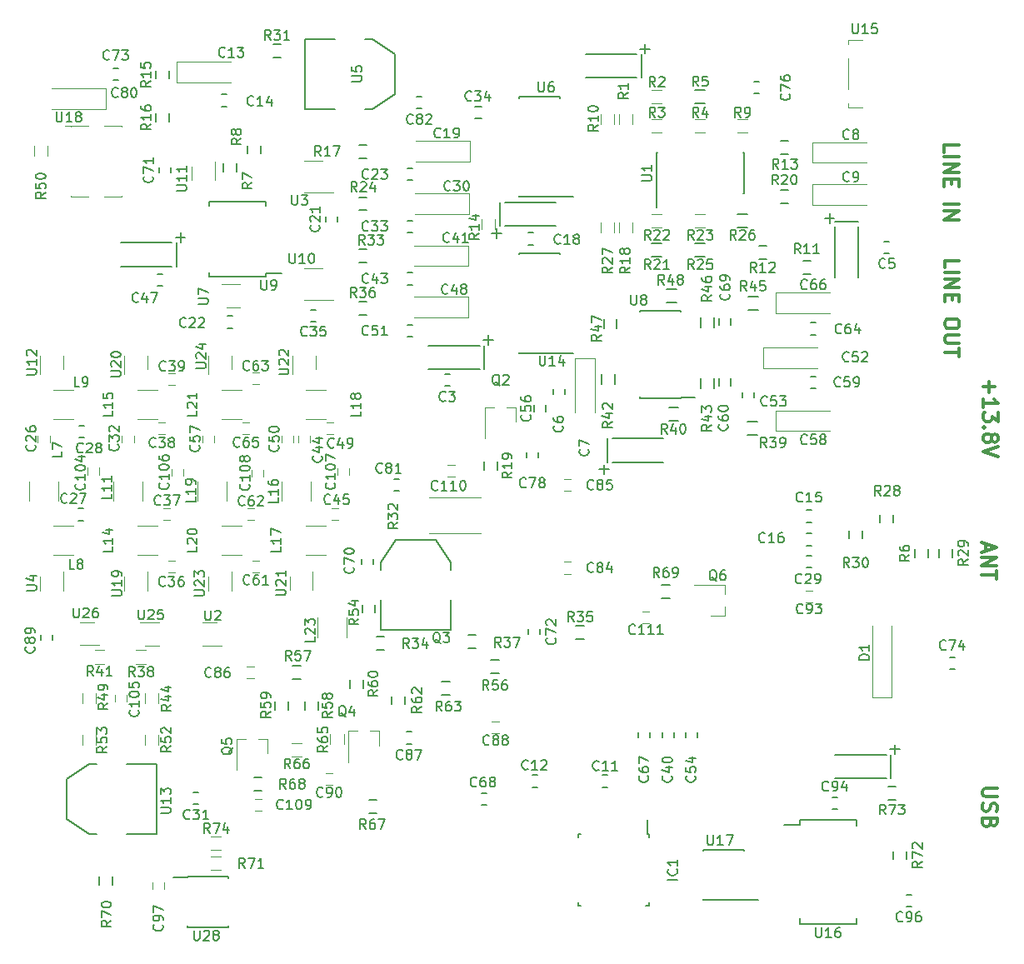
<source format=gto>
G04 #@! TF.FileFunction,Legend,Top*
%FSLAX46Y46*%
G04 Gerber Fmt 4.6, Leading zero omitted, Abs format (unit mm)*
G04 Created by KiCad (PCBNEW 4.0.3+e1-6302~38~ubuntu14.04.1-stable) date Wed Jul 12 07:56:50 2017*
%MOMM*%
%LPD*%
G01*
G04 APERTURE LIST*
%ADD10C,0.100000*%
%ADD11C,0.300000*%
%ADD12C,0.120000*%
%ADD13C,0.150000*%
G04 APERTURE END LIST*
D10*
D11*
X143896429Y-108707143D02*
X142682143Y-108707143D01*
X142539286Y-108778571D01*
X142467857Y-108850000D01*
X142396429Y-108992857D01*
X142396429Y-109278571D01*
X142467857Y-109421429D01*
X142539286Y-109492857D01*
X142682143Y-109564286D01*
X143896429Y-109564286D01*
X142467857Y-110207143D02*
X142396429Y-110421429D01*
X142396429Y-110778572D01*
X142467857Y-110921429D01*
X142539286Y-110992858D01*
X142682143Y-111064286D01*
X142825000Y-111064286D01*
X142967857Y-110992858D01*
X143039286Y-110921429D01*
X143110714Y-110778572D01*
X143182143Y-110492858D01*
X143253571Y-110350000D01*
X143325000Y-110278572D01*
X143467857Y-110207143D01*
X143610714Y-110207143D01*
X143753571Y-110278572D01*
X143825000Y-110350000D01*
X143896429Y-110492858D01*
X143896429Y-110850000D01*
X143825000Y-111064286D01*
X143182143Y-112207143D02*
X143110714Y-112421429D01*
X143039286Y-112492857D01*
X142896429Y-112564286D01*
X142682143Y-112564286D01*
X142539286Y-112492857D01*
X142467857Y-112421429D01*
X142396429Y-112278571D01*
X142396429Y-111707143D01*
X143896429Y-111707143D01*
X143896429Y-112207143D01*
X143825000Y-112350000D01*
X143753571Y-112421429D01*
X143610714Y-112492857D01*
X143467857Y-112492857D01*
X143325000Y-112421429D01*
X143253571Y-112350000D01*
X143182143Y-112207143D01*
X143182143Y-111707143D01*
X138496429Y-44053571D02*
X138496429Y-43339285D01*
X139996429Y-43339285D01*
X138496429Y-44553571D02*
X139996429Y-44553571D01*
X138496429Y-45267857D02*
X139996429Y-45267857D01*
X138496429Y-46125000D01*
X139996429Y-46125000D01*
X139282143Y-46839286D02*
X139282143Y-47339286D01*
X138496429Y-47553572D02*
X138496429Y-46839286D01*
X139996429Y-46839286D01*
X139996429Y-47553572D01*
X138496429Y-49339286D02*
X139996429Y-49339286D01*
X138496429Y-50053572D02*
X139996429Y-50053572D01*
X138496429Y-50910715D01*
X139996429Y-50910715D01*
X138546429Y-55778571D02*
X138546429Y-55064285D01*
X140046429Y-55064285D01*
X138546429Y-56278571D02*
X140046429Y-56278571D01*
X138546429Y-56992857D02*
X140046429Y-56992857D01*
X138546429Y-57850000D01*
X140046429Y-57850000D01*
X139332143Y-58564286D02*
X139332143Y-59064286D01*
X138546429Y-59278572D02*
X138546429Y-58564286D01*
X140046429Y-58564286D01*
X140046429Y-59278572D01*
X140046429Y-61350000D02*
X140046429Y-61635714D01*
X139975000Y-61778572D01*
X139832143Y-61921429D01*
X139546429Y-61992857D01*
X139046429Y-61992857D01*
X138760714Y-61921429D01*
X138617857Y-61778572D01*
X138546429Y-61635714D01*
X138546429Y-61350000D01*
X138617857Y-61207143D01*
X138760714Y-61064286D01*
X139046429Y-60992857D01*
X139546429Y-60992857D01*
X139832143Y-61064286D01*
X139975000Y-61207143D01*
X140046429Y-61350000D01*
X140046429Y-62635715D02*
X138832143Y-62635715D01*
X138689286Y-62707143D01*
X138617857Y-62778572D01*
X138546429Y-62921429D01*
X138546429Y-63207143D01*
X138617857Y-63350001D01*
X138689286Y-63421429D01*
X138832143Y-63492858D01*
X140046429Y-63492858D01*
X140046429Y-63992858D02*
X140046429Y-64850001D01*
X138546429Y-64421430D02*
X140046429Y-64421430D01*
X142752000Y-83883714D02*
X142752000Y-84598000D01*
X142323429Y-83740857D02*
X143823429Y-84240857D01*
X142323429Y-84740857D01*
X142323429Y-85240857D02*
X143823429Y-85240857D01*
X142323429Y-86098000D01*
X143823429Y-86098000D01*
X143823429Y-86598000D02*
X143823429Y-87455143D01*
X142323429Y-87026572D02*
X143823429Y-87026572D01*
X143042857Y-67335715D02*
X143042857Y-68478572D01*
X142471429Y-67907143D02*
X143614286Y-67907143D01*
X142471429Y-69978572D02*
X142471429Y-69121429D01*
X142471429Y-69550001D02*
X143971429Y-69550001D01*
X143757143Y-69407144D01*
X143614286Y-69264286D01*
X143542857Y-69121429D01*
X143971429Y-70478572D02*
X143971429Y-71407143D01*
X143400000Y-70907143D01*
X143400000Y-71121429D01*
X143328571Y-71264286D01*
X143257143Y-71335715D01*
X143114286Y-71407143D01*
X142757143Y-71407143D01*
X142614286Y-71335715D01*
X142542857Y-71264286D01*
X142471429Y-71121429D01*
X142471429Y-70692857D01*
X142542857Y-70550000D01*
X142614286Y-70478572D01*
X142614286Y-72050000D02*
X142542857Y-72121428D01*
X142471429Y-72050000D01*
X142542857Y-71978571D01*
X142614286Y-72050000D01*
X142471429Y-72050000D01*
X143328571Y-72978572D02*
X143400000Y-72835714D01*
X143471429Y-72764286D01*
X143614286Y-72692857D01*
X143685714Y-72692857D01*
X143828571Y-72764286D01*
X143900000Y-72835714D01*
X143971429Y-72978572D01*
X143971429Y-73264286D01*
X143900000Y-73407143D01*
X143828571Y-73478572D01*
X143685714Y-73550000D01*
X143614286Y-73550000D01*
X143471429Y-73478572D01*
X143400000Y-73407143D01*
X143328571Y-73264286D01*
X143328571Y-72978572D01*
X143257143Y-72835714D01*
X143185714Y-72764286D01*
X143042857Y-72692857D01*
X142757143Y-72692857D01*
X142614286Y-72764286D01*
X142542857Y-72835714D01*
X142471429Y-72978572D01*
X142471429Y-73264286D01*
X142542857Y-73407143D01*
X142614286Y-73478572D01*
X142757143Y-73550000D01*
X143042857Y-73550000D01*
X143185714Y-73478572D01*
X143257143Y-73407143D01*
X143328571Y-73264286D01*
X143971429Y-73978571D02*
X142471429Y-74478571D01*
X143971429Y-74978571D01*
D12*
X74800000Y-93350000D02*
X74800000Y-91350000D01*
X77760000Y-91350000D02*
X77760000Y-93350000D01*
D13*
X123825000Y-111875000D02*
X123825000Y-112450000D01*
X129575000Y-111875000D02*
X129575000Y-112525000D01*
X129575000Y-122525000D02*
X129575000Y-121875000D01*
X123825000Y-122525000D02*
X123825000Y-121875000D01*
X123825000Y-111875000D02*
X129575000Y-111875000D01*
X123825000Y-122525000D02*
X129575000Y-122525000D01*
X123825000Y-112450000D02*
X122225000Y-112450000D01*
X133096260Y-105301120D02*
X133096260Y-107698880D01*
X127399040Y-107698880D02*
X132600960Y-107698880D01*
X127399040Y-105301120D02*
X132600960Y-105301120D01*
X103675000Y-67650000D02*
X103675000Y-66650000D01*
X105025000Y-66650000D02*
X105025000Y-67650000D01*
D12*
X91495000Y-51900000D02*
X91495000Y-50900000D01*
X92855000Y-50900000D02*
X92855000Y-51900000D01*
D13*
X99425000Y-64500000D02*
X99425000Y-64475000D01*
X95275000Y-64500000D02*
X95275000Y-64395000D01*
X95275000Y-54350000D02*
X95275000Y-54455000D01*
X99425000Y-54350000D02*
X99425000Y-54455000D01*
X99425000Y-64500000D02*
X95275000Y-64500000D01*
X99425000Y-54350000D02*
X95275000Y-54350000D01*
X99425000Y-64475000D02*
X100800000Y-64475000D01*
X83925000Y-56325000D02*
X84425000Y-56325000D01*
X84425000Y-57525000D02*
X83925000Y-57525000D01*
X84900000Y-38400000D02*
X85400000Y-38400000D01*
X85400000Y-39600000D02*
X84900000Y-39600000D01*
X111750000Y-69050000D02*
X111750000Y-69025000D01*
X107600000Y-69050000D02*
X107600000Y-68935000D01*
X107600000Y-60150000D02*
X107600000Y-60265000D01*
X111750000Y-60150000D02*
X111750000Y-60265000D01*
X111750000Y-69050000D02*
X107600000Y-69050000D01*
X111750000Y-60150000D02*
X107600000Y-60150000D01*
X111750000Y-69025000D02*
X113125000Y-69025000D01*
X65050000Y-38200000D02*
X65550000Y-38200000D01*
X65550000Y-39400000D02*
X65050000Y-39400000D01*
X76850000Y-50600000D02*
X76850000Y-51100000D01*
X75650000Y-51100000D02*
X75650000Y-50600000D01*
X83925000Y-45725000D02*
X84425000Y-45725000D01*
X84425000Y-46925000D02*
X83925000Y-46925000D01*
X83925000Y-51025000D02*
X84425000Y-51025000D01*
X84425000Y-52225000D02*
X83925000Y-52225000D01*
X83925000Y-61625000D02*
X84425000Y-61625000D01*
X84425000Y-62825000D02*
X83925000Y-62825000D01*
X59930000Y-45630000D02*
X59930000Y-46130000D01*
X58730000Y-46130000D02*
X58730000Y-45630000D01*
X139050000Y-95400000D02*
X139550000Y-95400000D01*
X139550000Y-96600000D02*
X139050000Y-96600000D01*
X119650000Y-38100000D02*
X119150000Y-38100000D01*
X119150000Y-36900000D02*
X119650000Y-36900000D01*
X97280000Y-74610000D02*
X97280000Y-75110000D01*
X96080000Y-75110000D02*
X96080000Y-74610000D01*
X59725000Y-35800000D02*
X59725000Y-36600000D01*
X58375000Y-36600000D02*
X58375000Y-35800000D01*
X79850000Y-44675000D02*
X79050000Y-44675000D01*
X79050000Y-43325000D02*
X79850000Y-43325000D01*
X79850000Y-60625000D02*
X79050000Y-60625000D01*
X79050000Y-59275000D02*
X79850000Y-59275000D01*
X88280000Y-67780000D02*
X87780000Y-67780000D01*
X87780000Y-66580000D02*
X88280000Y-66580000D01*
X100000000Y-68140000D02*
X100000000Y-68640000D01*
X98800000Y-68640000D02*
X98800000Y-68140000D01*
X96250000Y-52250000D02*
X96750000Y-52250000D01*
X96750000Y-53450000D02*
X96250000Y-53450000D01*
X66200000Y-61925000D02*
X65700000Y-61925000D01*
X65700000Y-60725000D02*
X66200000Y-60725000D01*
X59075000Y-57675000D02*
X58575000Y-57675000D01*
X58575000Y-56475000D02*
X59075000Y-56475000D01*
X119200000Y-68450000D02*
X119200000Y-68950000D01*
X118000000Y-68950000D02*
X118000000Y-68450000D01*
X124950000Y-66850000D02*
X125450000Y-66850000D01*
X125450000Y-68050000D02*
X124950000Y-68050000D01*
X124950000Y-61400000D02*
X125450000Y-61400000D01*
X125450000Y-62600000D02*
X124950000Y-62600000D01*
X59725000Y-40150000D02*
X59725000Y-40950000D01*
X58375000Y-40950000D02*
X58375000Y-40150000D01*
X79850000Y-49975000D02*
X79050000Y-49975000D01*
X79050000Y-48625000D02*
X79850000Y-48625000D01*
X79850000Y-55275000D02*
X79050000Y-55275000D01*
X79050000Y-53925000D02*
X79850000Y-53925000D01*
X60521260Y-53276120D02*
X60521260Y-55673880D01*
X54824040Y-55673880D02*
X60025960Y-55673880D01*
X54824040Y-53276120D02*
X60025960Y-53276120D01*
X113725000Y-61875000D02*
X113725000Y-60875000D01*
X115075000Y-60875000D02*
X115075000Y-61875000D01*
X116800000Y-60925000D02*
X116800000Y-61625000D01*
X115600000Y-61625000D02*
X115600000Y-60925000D01*
X115600000Y-67775000D02*
X115600000Y-67075000D01*
X116800000Y-67075000D02*
X116800000Y-67775000D01*
X113725000Y-68075000D02*
X113725000Y-67075000D01*
X115075000Y-67075000D02*
X115075000Y-68075000D01*
X105250000Y-61000000D02*
X105250000Y-62000000D01*
X103900000Y-62000000D02*
X103900000Y-61000000D01*
X110275000Y-58000000D02*
X111275000Y-58000000D01*
X111275000Y-59350000D02*
X110275000Y-59350000D01*
X111500000Y-71325000D02*
X110500000Y-71325000D01*
X110500000Y-69975000D02*
X111500000Y-69975000D01*
X90800000Y-39450000D02*
X91500000Y-39450000D01*
X91500000Y-40650000D02*
X90800000Y-40650000D01*
X109800000Y-54675000D02*
X108800000Y-54675000D01*
X108800000Y-53325000D02*
X109800000Y-53325000D01*
X113200000Y-53325000D02*
X114200000Y-53325000D01*
X114200000Y-54675000D02*
X113200000Y-54675000D01*
X118500000Y-51675000D02*
X117500000Y-51675000D01*
X117500000Y-50325000D02*
X118500000Y-50325000D01*
X113200000Y-37725000D02*
X114200000Y-37725000D01*
X114200000Y-39075000D02*
X113200000Y-39075000D01*
X118500000Y-71425000D02*
X119500000Y-71425000D01*
X119500000Y-72775000D02*
X118500000Y-72775000D01*
X118600000Y-58725000D02*
X119600000Y-58725000D01*
X119600000Y-60075000D02*
X118600000Y-60075000D01*
X96820000Y-70450000D02*
X96820000Y-69750000D01*
X98020000Y-69750000D02*
X98020000Y-70450000D01*
X66575000Y-45200000D02*
X66575000Y-46000000D01*
X65225000Y-46000000D02*
X65225000Y-45200000D01*
X69075000Y-43400000D02*
X69075000Y-44200000D01*
X67725000Y-44200000D02*
X67725000Y-43400000D01*
X132410000Y-53180000D02*
X132910000Y-53180000D01*
X132910000Y-54380000D02*
X132410000Y-54380000D01*
X121850000Y-42925000D02*
X122650000Y-42925000D01*
X122650000Y-44275000D02*
X121850000Y-44275000D01*
X91775000Y-76340000D02*
X91775000Y-75540000D01*
X93125000Y-75540000D02*
X93125000Y-76340000D01*
X121850000Y-47925000D02*
X122650000Y-47925000D01*
X122650000Y-49275000D02*
X121850000Y-49275000D01*
D12*
X106780000Y-40200000D02*
X106780000Y-41200000D01*
X105420000Y-41200000D02*
X105420000Y-40200000D01*
X109800000Y-39080000D02*
X108800000Y-39080000D01*
X108800000Y-37720000D02*
X109800000Y-37720000D01*
X108800000Y-40720000D02*
X109800000Y-40720000D01*
X109800000Y-42080000D02*
X108800000Y-42080000D01*
X114200000Y-42080000D02*
X113200000Y-42080000D01*
X113200000Y-40720000D02*
X114200000Y-40720000D01*
X118500000Y-42080000D02*
X117500000Y-42080000D01*
X117500000Y-40720000D02*
X118500000Y-40720000D01*
X103620000Y-41200000D02*
X103620000Y-40200000D01*
X104980000Y-40200000D02*
X104980000Y-41200000D01*
X105420000Y-52200000D02*
X105420000Y-51200000D01*
X106780000Y-51200000D02*
X106780000Y-52200000D01*
X108800000Y-50320000D02*
X109800000Y-50320000D01*
X109800000Y-51680000D02*
X108800000Y-51680000D01*
X114200000Y-51680000D02*
X113200000Y-51680000D01*
X113200000Y-50320000D02*
X114200000Y-50320000D01*
X104980000Y-51200000D02*
X104980000Y-52200000D01*
X103620000Y-52200000D02*
X103620000Y-51200000D01*
D13*
X109250000Y-48275000D02*
X109275000Y-48275000D01*
X109250000Y-44125000D02*
X109365000Y-44125000D01*
X118150000Y-44125000D02*
X118035000Y-44125000D01*
X118150000Y-48275000D02*
X118035000Y-48275000D01*
X109250000Y-48275000D02*
X109250000Y-44125000D01*
X118150000Y-48275000D02*
X118150000Y-44125000D01*
X109275000Y-48275000D02*
X109275000Y-49650000D01*
D12*
X75300000Y-44940000D02*
X73500000Y-44940000D01*
X73500000Y-48160000D02*
X76450000Y-48160000D01*
X75300000Y-55890000D02*
X73500000Y-55890000D01*
X73500000Y-59110000D02*
X76450000Y-59110000D01*
X46400000Y-73550000D02*
X46400000Y-72850000D01*
X47600000Y-72850000D02*
X47600000Y-73550000D01*
D13*
X51050000Y-81475000D02*
X50550000Y-81475000D01*
X50550000Y-80275000D02*
X51050000Y-80275000D01*
X51100000Y-73050000D02*
X50600000Y-73050000D01*
X50600000Y-71850000D02*
X51100000Y-71850000D01*
D12*
X54950000Y-73550000D02*
X54950000Y-72850000D01*
X56150000Y-72850000D02*
X56150000Y-73550000D01*
X72830000Y-73550000D02*
X72830000Y-72850000D01*
X74030000Y-72850000D02*
X74030000Y-73550000D01*
X71190000Y-73550000D02*
X71190000Y-72850000D01*
X72390000Y-72850000D02*
X72390000Y-73550000D01*
X63150000Y-73550000D02*
X63150000Y-72850000D01*
X64350000Y-72850000D02*
X64350000Y-73550000D01*
D13*
X70300000Y-33125000D02*
X71100000Y-33125000D01*
X71100000Y-34475000D02*
X70300000Y-34475000D01*
X76576000Y-32544000D02*
X73528000Y-32544000D01*
X73528000Y-32544000D02*
X73528000Y-39656000D01*
X73528000Y-39656000D02*
X76576000Y-39656000D01*
X79624000Y-32544000D02*
X80386000Y-32544000D01*
X80386000Y-32544000D02*
X82672000Y-34068000D01*
X82672000Y-34068000D02*
X82672000Y-38132000D01*
X82672000Y-38132000D02*
X80386000Y-39656000D01*
X80386000Y-39656000D02*
X79624000Y-39656000D01*
X69575000Y-56725000D02*
X69575000Y-56375000D01*
X63825000Y-56725000D02*
X63825000Y-56275000D01*
X63825000Y-49075000D02*
X63825000Y-49525000D01*
X69575000Y-49075000D02*
X69575000Y-49525000D01*
X69575000Y-56725000D02*
X63825000Y-56725000D01*
X69575000Y-49075000D02*
X63825000Y-49075000D01*
X69575000Y-56375000D02*
X71175000Y-56375000D01*
X108525000Y-113375000D02*
X108300000Y-113375000D01*
X108525000Y-120625000D02*
X108200000Y-120625000D01*
X101275000Y-120625000D02*
X101600000Y-120625000D01*
X101275000Y-113375000D02*
X101600000Y-113375000D01*
X108525000Y-113375000D02*
X108525000Y-113700000D01*
X101275000Y-113375000D02*
X101275000Y-113700000D01*
X101275000Y-120625000D02*
X101275000Y-120300000D01*
X108525000Y-120625000D02*
X108525000Y-120300000D01*
X108300000Y-113375000D02*
X108300000Y-111950000D01*
D12*
X48480000Y-77500000D02*
X48480000Y-79500000D01*
X45520000Y-79500000D02*
X45520000Y-77500000D01*
X50000000Y-84980000D02*
X48000000Y-84980000D01*
X48000000Y-82020000D02*
X50000000Y-82020000D01*
X50000000Y-71180000D02*
X48000000Y-71180000D01*
X48000000Y-68220000D02*
X50000000Y-68220000D01*
X57030000Y-77500000D02*
X57030000Y-79500000D01*
X54070000Y-79500000D02*
X54070000Y-77500000D01*
X58550000Y-84980000D02*
X56550000Y-84980000D01*
X56550000Y-82020000D02*
X58550000Y-82020000D01*
X58550000Y-71180000D02*
X56550000Y-71180000D01*
X56550000Y-68220000D02*
X58550000Y-68220000D01*
X74130000Y-77500000D02*
X74130000Y-79500000D01*
X71170000Y-79500000D02*
X71170000Y-77500000D01*
X75650000Y-84980000D02*
X73650000Y-84980000D01*
X73650000Y-82020000D02*
X75650000Y-82020000D01*
X75650000Y-71180000D02*
X73650000Y-71180000D01*
X73650000Y-68220000D02*
X75650000Y-68220000D01*
X65580000Y-77500000D02*
X65580000Y-79500000D01*
X62620000Y-79500000D02*
X62620000Y-77500000D01*
X67100000Y-84980000D02*
X65100000Y-84980000D01*
X65100000Y-82020000D02*
X67100000Y-82020000D01*
X67100000Y-71180000D02*
X65100000Y-71180000D01*
X65100000Y-68220000D02*
X67100000Y-68220000D01*
X66950000Y-57500000D02*
X65050000Y-57500000D01*
X65550000Y-59820000D02*
X66950000Y-59820000D01*
X64360000Y-46900000D02*
X64360000Y-45000000D01*
X62040000Y-45500000D02*
X62040000Y-46900000D01*
D13*
X118175000Y-120075000D02*
X118175000Y-120025000D01*
X114025000Y-120075000D02*
X114025000Y-119930000D01*
X114025000Y-114925000D02*
X114025000Y-115070000D01*
X118175000Y-114925000D02*
X118175000Y-115070000D01*
X118175000Y-120075000D02*
X114025000Y-120075000D01*
X118175000Y-114925000D02*
X114025000Y-114925000D01*
X118175000Y-120025000D02*
X119575000Y-120025000D01*
X47930000Y-93150000D02*
X47930000Y-93650000D01*
X46730000Y-93650000D02*
X46730000Y-93150000D01*
X127650000Y-110800000D02*
X127150000Y-110800000D01*
X127150000Y-109600000D02*
X127650000Y-109600000D01*
X134650000Y-119500000D02*
X135150000Y-119500000D01*
X135150000Y-120700000D02*
X134650000Y-120700000D01*
X133325000Y-115900000D02*
X133325000Y-115100000D01*
X134675000Y-115100000D02*
X134675000Y-115900000D01*
X133600000Y-109875000D02*
X132800000Y-109875000D01*
X132800000Y-108525000D02*
X133600000Y-108525000D01*
D12*
X95000000Y-69990000D02*
X94070000Y-69990000D01*
X91840000Y-69990000D02*
X92770000Y-69990000D01*
X91840000Y-69990000D02*
X91840000Y-73150000D01*
X95000000Y-69990000D02*
X95000000Y-71450000D01*
D13*
X74650000Y-61300000D02*
X74150000Y-61300000D01*
X74150000Y-60100000D02*
X74650000Y-60100000D01*
D12*
X59350000Y-72750000D02*
X58650000Y-72750000D01*
X58650000Y-71550000D02*
X59350000Y-71550000D01*
X60350000Y-67730000D02*
X59650000Y-67730000D01*
X59650000Y-66530000D02*
X60350000Y-66530000D01*
X60350000Y-86780000D02*
X59650000Y-86780000D01*
X59650000Y-85580000D02*
X60350000Y-85580000D01*
X59850000Y-81430000D02*
X59150000Y-81430000D01*
X59150000Y-80230000D02*
X59850000Y-80230000D01*
X68900000Y-67660000D02*
X68200000Y-67660000D01*
X68200000Y-66460000D02*
X68900000Y-66460000D01*
X67900000Y-72750000D02*
X67200000Y-72750000D01*
X67200000Y-71550000D02*
X67900000Y-71550000D01*
X76450000Y-72750000D02*
X75750000Y-72750000D01*
X75750000Y-71550000D02*
X76450000Y-71550000D01*
X68900000Y-86780000D02*
X68200000Y-86780000D01*
X68200000Y-85580000D02*
X68900000Y-85580000D01*
X68400000Y-81430000D02*
X67700000Y-81430000D01*
X67700000Y-80230000D02*
X68400000Y-80230000D01*
X76950000Y-81430000D02*
X76250000Y-81430000D01*
X76250000Y-80230000D02*
X76950000Y-80230000D01*
D13*
X103800000Y-107375000D02*
X104300000Y-107375000D01*
X104300000Y-108575000D02*
X103800000Y-108575000D01*
X97125000Y-108575000D02*
X96625000Y-108575000D01*
X96625000Y-107375000D02*
X97125000Y-107375000D01*
D12*
X120150000Y-63900000D02*
X125650000Y-63900000D01*
X120150000Y-66000000D02*
X125650000Y-66000000D01*
X120150000Y-63900000D02*
X120150000Y-66000000D01*
X103040000Y-65020000D02*
X103040000Y-70520000D01*
X100940000Y-65020000D02*
X100940000Y-70520000D01*
X103040000Y-65020000D02*
X100940000Y-65020000D01*
X90300000Y-45050000D02*
X84800000Y-45050000D01*
X90300000Y-42950000D02*
X84800000Y-42950000D01*
X90300000Y-45050000D02*
X90300000Y-42950000D01*
X90200000Y-50350000D02*
X84700000Y-50350000D01*
X90200000Y-48250000D02*
X84700000Y-48250000D01*
X90200000Y-50350000D02*
X90200000Y-48250000D01*
X90100000Y-55650000D02*
X84600000Y-55650000D01*
X90100000Y-53550000D02*
X84600000Y-53550000D01*
X90100000Y-55650000D02*
X90100000Y-53550000D01*
X90100000Y-60850000D02*
X84600000Y-60850000D01*
X90100000Y-58750000D02*
X84600000Y-58750000D01*
X90100000Y-60850000D02*
X90100000Y-58750000D01*
X60500000Y-34850000D02*
X66000000Y-34850000D01*
X60500000Y-36950000D02*
X66000000Y-36950000D01*
X60500000Y-34850000D02*
X60500000Y-36950000D01*
D13*
X55424000Y-113356000D02*
X58472000Y-113356000D01*
X58472000Y-113356000D02*
X58472000Y-106244000D01*
X58472000Y-106244000D02*
X55424000Y-106244000D01*
X52376000Y-113356000D02*
X51614000Y-113356000D01*
X51614000Y-113356000D02*
X49328000Y-111832000D01*
X49328000Y-111832000D02*
X49328000Y-107768000D01*
X49328000Y-107768000D02*
X51614000Y-106244000D01*
X51614000Y-106244000D02*
X52376000Y-106244000D01*
D12*
X128725000Y-33050000D02*
X128725000Y-32700000D01*
X128725000Y-32700000D02*
X130225000Y-32700000D01*
X128725000Y-37700000D02*
X128725000Y-34500000D01*
X130225000Y-39500000D02*
X128725000Y-39500000D01*
X128725000Y-39500000D02*
X128725000Y-39100000D01*
D13*
X62234000Y-109128000D02*
X62734000Y-109128000D01*
X62734000Y-110328000D02*
X62234000Y-110328000D01*
X91975000Y-110375000D02*
X91475000Y-110375000D01*
X91475000Y-109175000D02*
X91975000Y-109175000D01*
D12*
X125100000Y-43050000D02*
X130600000Y-43050000D01*
X125100000Y-45150000D02*
X130600000Y-45150000D01*
X125100000Y-43050000D02*
X125100000Y-45150000D01*
X125100000Y-47350000D02*
X130600000Y-47350000D01*
X125100000Y-49450000D02*
X130600000Y-49450000D01*
X125100000Y-47350000D02*
X125100000Y-49450000D01*
X57380000Y-96040000D02*
X56380000Y-96040000D01*
X56380000Y-94680000D02*
X57380000Y-94680000D01*
X52180000Y-94680000D02*
X53180000Y-94680000D01*
X53180000Y-96040000D02*
X52180000Y-96040000D01*
X58670000Y-99060000D02*
X58670000Y-100060000D01*
X57310000Y-100060000D02*
X57310000Y-99060000D01*
X52270000Y-99060000D02*
X52270000Y-100060000D01*
X50910000Y-100060000D02*
X50910000Y-99060000D01*
X58670000Y-103290000D02*
X58670000Y-104290000D01*
X57310000Y-104290000D02*
X57310000Y-103290000D01*
X52270000Y-103290000D02*
X52270000Y-104290000D01*
X50910000Y-104290000D02*
X50910000Y-103290000D01*
X121350000Y-70300000D02*
X126850000Y-70300000D01*
X121350000Y-72400000D02*
X126850000Y-72400000D01*
X121350000Y-70300000D02*
X121350000Y-72400000D01*
X121350000Y-58350000D02*
X126850000Y-58350000D01*
X121350000Y-60450000D02*
X126850000Y-60450000D01*
X121350000Y-58350000D02*
X121350000Y-60450000D01*
D13*
X99425000Y-48600000D02*
X99425000Y-48575000D01*
X95275000Y-48600000D02*
X95275000Y-48495000D01*
X95275000Y-38450000D02*
X95275000Y-38555000D01*
X99425000Y-38450000D02*
X99425000Y-38555000D01*
X99425000Y-48600000D02*
X95275000Y-48600000D01*
X99425000Y-38450000D02*
X95275000Y-38450000D01*
X99425000Y-48575000D02*
X100800000Y-48575000D01*
X120450000Y-54915000D02*
X119650000Y-54915000D01*
X119650000Y-53565000D02*
X120450000Y-53565000D01*
X124150000Y-55075000D02*
X124950000Y-55075000D01*
X124950000Y-56425000D02*
X124150000Y-56425000D01*
X54050000Y-35530000D02*
X54550000Y-35530000D01*
X54550000Y-36730000D02*
X54050000Y-36730000D01*
X53975000Y-117700000D02*
X53975000Y-118500000D01*
X52625000Y-118500000D02*
X52625000Y-117700000D01*
D12*
X53275000Y-39650000D02*
X47775000Y-39650000D01*
X53275000Y-37550000D02*
X47775000Y-37550000D01*
X53275000Y-39650000D02*
X53275000Y-37550000D01*
X63140000Y-94200000D02*
X65040000Y-94200000D01*
X64540000Y-91880000D02*
X63140000Y-91880000D01*
X48960000Y-88600000D02*
X48960000Y-86700000D01*
X46640000Y-87200000D02*
X46640000Y-88600000D01*
X46640000Y-64725000D02*
X46640000Y-66625000D01*
X48960000Y-66125000D02*
X48960000Y-64725000D01*
X57510000Y-88600000D02*
X57510000Y-86700000D01*
X55190000Y-87200000D02*
X55190000Y-88600000D01*
X55190000Y-64725000D02*
X55190000Y-66625000D01*
X57510000Y-66125000D02*
X57510000Y-64725000D01*
X74310000Y-88570000D02*
X74310000Y-86670000D01*
X71990000Y-87170000D02*
X71990000Y-88570000D01*
X72290000Y-64725000D02*
X72290000Y-66625000D01*
X74610000Y-66125000D02*
X74610000Y-64725000D01*
X66060000Y-88600000D02*
X66060000Y-86700000D01*
X63740000Y-87200000D02*
X63740000Y-88600000D01*
X63740000Y-64725000D02*
X63740000Y-66625000D01*
X66060000Y-66125000D02*
X66060000Y-64725000D01*
X58690000Y-91880000D02*
X56790000Y-91880000D01*
X57290000Y-94200000D02*
X58690000Y-94200000D01*
X50710000Y-94170000D02*
X52610000Y-94170000D01*
X52110000Y-91850000D02*
X50710000Y-91850000D01*
D13*
X136875000Y-84400000D02*
X136875000Y-85200000D01*
X135525000Y-85200000D02*
X135525000Y-84400000D01*
X133350000Y-80900000D02*
X133350000Y-81700000D01*
X132000000Y-81700000D02*
X132000000Y-80900000D01*
X139350000Y-84400000D02*
X139350000Y-85200000D01*
X138000000Y-85200000D02*
X138000000Y-84400000D01*
X130175000Y-82500000D02*
X130175000Y-83300000D01*
X128825000Y-83300000D02*
X128825000Y-82500000D01*
X124500000Y-80450000D02*
X125000000Y-80450000D01*
X125000000Y-81650000D02*
X124500000Y-81650000D01*
X124500000Y-82825000D02*
X125000000Y-82825000D01*
X125000000Y-84025000D02*
X124500000Y-84025000D01*
X124500000Y-85050000D02*
X125000000Y-85050000D01*
X125000000Y-86250000D02*
X124500000Y-86250000D01*
X109850000Y-103490000D02*
X109850000Y-102990000D01*
X111050000Y-102990000D02*
X111050000Y-103490000D01*
X112250000Y-103500000D02*
X112250000Y-103000000D01*
X113450000Y-103000000D02*
X113450000Y-103500000D01*
X107375000Y-103500000D02*
X107375000Y-103000000D01*
X108575000Y-103000000D02*
X108575000Y-103500000D01*
X79280000Y-85920000D02*
X79280000Y-85420000D01*
X80480000Y-85420000D02*
X80480000Y-85920000D01*
X97400000Y-92550000D02*
X97400000Y-93050000D01*
X96200000Y-93050000D02*
X96200000Y-92550000D01*
X81244000Y-89524000D02*
X81244000Y-92572000D01*
X81244000Y-92572000D02*
X88356000Y-92572000D01*
X88356000Y-92572000D02*
X88356000Y-89524000D01*
X81244000Y-86476000D02*
X81244000Y-85714000D01*
X81244000Y-85714000D02*
X82768000Y-83428000D01*
X82768000Y-83428000D02*
X86832000Y-83428000D01*
X86832000Y-83428000D02*
X88356000Y-85714000D01*
X88356000Y-85714000D02*
X88356000Y-86476000D01*
X82620000Y-77270000D02*
X83120000Y-77270000D01*
X83120000Y-78470000D02*
X82620000Y-78470000D01*
D12*
X100550000Y-86900000D02*
X99850000Y-86900000D01*
X99850000Y-85700000D02*
X100550000Y-85700000D01*
X100550000Y-78500000D02*
X99850000Y-78500000D01*
X99850000Y-77300000D02*
X100550000Y-77300000D01*
X91400000Y-82820000D02*
X86200000Y-82820000D01*
X86200000Y-79180000D02*
X91400000Y-79180000D01*
D13*
X80800000Y-93325000D02*
X81600000Y-93325000D01*
X81600000Y-94675000D02*
X80800000Y-94675000D01*
X101900000Y-93575000D02*
X101100000Y-93575000D01*
X101100000Y-92225000D02*
X101900000Y-92225000D01*
X90900000Y-94475000D02*
X90100000Y-94475000D01*
X90100000Y-93125000D02*
X90900000Y-93125000D01*
X80695000Y-90070000D02*
X80695000Y-90870000D01*
X79345000Y-90870000D02*
X79345000Y-90070000D01*
D12*
X67650000Y-96300000D02*
X68350000Y-96300000D01*
X68350000Y-97500000D02*
X67650000Y-97500000D01*
D13*
X83900000Y-102975000D02*
X84400000Y-102975000D01*
X84400000Y-104175000D02*
X83900000Y-104175000D01*
D12*
X81080000Y-102890000D02*
X80150000Y-102890000D01*
X77920000Y-102890000D02*
X78850000Y-102890000D01*
X77920000Y-102890000D02*
X77920000Y-106050000D01*
X81080000Y-102890000D02*
X81080000Y-104350000D01*
D13*
X92450000Y-95675000D02*
X93250000Y-95675000D01*
X93250000Y-97025000D02*
X92450000Y-97025000D01*
X73100000Y-97575000D02*
X72300000Y-97575000D01*
X72300000Y-96225000D02*
X73100000Y-96225000D01*
X73525000Y-100700000D02*
X73525000Y-99900000D01*
X74875000Y-99900000D02*
X74875000Y-100700000D01*
X70525000Y-100700000D02*
X70525000Y-99900000D01*
X71875000Y-99900000D02*
X71875000Y-100700000D01*
X78125000Y-98500000D02*
X78125000Y-97700000D01*
X79475000Y-97700000D02*
X79475000Y-98500000D01*
X82375000Y-100150000D02*
X82375000Y-99350000D01*
X83725000Y-99350000D02*
X83725000Y-100150000D01*
X87450000Y-97875000D02*
X88250000Y-97875000D01*
X88250000Y-99225000D02*
X87450000Y-99225000D01*
D12*
X93250000Y-103100000D02*
X92550000Y-103100000D01*
X92550000Y-101900000D02*
X93250000Y-101900000D01*
X75650000Y-107150000D02*
X76350000Y-107150000D01*
X76350000Y-108350000D02*
X75650000Y-108350000D01*
X69730000Y-103665000D02*
X68800000Y-103665000D01*
X66570000Y-103665000D02*
X67500000Y-103665000D01*
X66570000Y-103665000D02*
X66570000Y-106825000D01*
X69730000Y-103665000D02*
X69730000Y-105125000D01*
X116240000Y-91180000D02*
X116240000Y-90250000D01*
X116240000Y-88020000D02*
X116240000Y-88950000D01*
X116240000Y-88020000D02*
X113080000Y-88020000D01*
X116240000Y-91180000D02*
X114780000Y-91180000D01*
X76120000Y-104200000D02*
X76120000Y-103200000D01*
X77480000Y-103200000D02*
X77480000Y-104200000D01*
D13*
X80850000Y-111250000D02*
X80050000Y-111250000D01*
X80050000Y-109900000D02*
X80850000Y-109900000D01*
X69175000Y-108950000D02*
X68375000Y-108950000D01*
X68375000Y-107600000D02*
X69175000Y-107600000D01*
X110600000Y-89375000D02*
X109800000Y-89375000D01*
X109800000Y-88025000D02*
X110600000Y-88025000D01*
D12*
X125110000Y-89850000D02*
X124410000Y-89850000D01*
X124410000Y-88650000D02*
X125110000Y-88650000D01*
X131175000Y-92150000D02*
X131175000Y-99450000D01*
X131175000Y-99450000D02*
X133175000Y-99450000D01*
X133175000Y-99450000D02*
X133175000Y-92150000D01*
D13*
X61595000Y-117665000D02*
X61595000Y-117715000D01*
X65745000Y-117665000D02*
X65745000Y-117810000D01*
X65745000Y-122815000D02*
X65745000Y-122670000D01*
X61595000Y-122815000D02*
X61595000Y-122670000D01*
X61595000Y-117665000D02*
X65745000Y-117665000D01*
X61595000Y-122815000D02*
X65745000Y-122815000D01*
X61595000Y-117715000D02*
X60195000Y-117715000D01*
D12*
X59274000Y-118268000D02*
X59274000Y-118968000D01*
X58074000Y-118968000D02*
X58074000Y-118268000D01*
X64016000Y-115652000D02*
X65016000Y-115652000D01*
X65016000Y-117012000D02*
X64016000Y-117012000D01*
X64016000Y-113620000D02*
X65016000Y-113620000D01*
X65016000Y-114980000D02*
X64016000Y-114980000D01*
X49724000Y-41358000D02*
X49724000Y-41458000D01*
X49824000Y-48558000D02*
X49724000Y-48558000D01*
X49724000Y-48558000D02*
X49724000Y-48458000D01*
X54824000Y-48558000D02*
X54924000Y-48558000D01*
X54924000Y-48558000D02*
X54924000Y-48458000D01*
X54824000Y-41358000D02*
X54924000Y-41358000D01*
X54924000Y-41358000D02*
X54924000Y-41458000D01*
X54824000Y-41358000D02*
X53124000Y-41358000D01*
X53124000Y-48558000D02*
X54824000Y-48558000D01*
X49824000Y-48558000D02*
X51524000Y-48558000D01*
X51524000Y-41358000D02*
X49124000Y-41358000D01*
X46056000Y-44442000D02*
X46056000Y-43442000D01*
X47416000Y-43442000D02*
X47416000Y-44442000D01*
X72200000Y-104120000D02*
X73200000Y-104120000D01*
X73200000Y-105480000D02*
X72200000Y-105480000D01*
X51425000Y-76825000D02*
X51425000Y-76125000D01*
X52625000Y-76125000D02*
X52625000Y-76825000D01*
X54200000Y-99925000D02*
X54200000Y-99225000D01*
X55400000Y-99225000D02*
X55400000Y-99925000D01*
X59975000Y-76925000D02*
X59975000Y-76225000D01*
X61175000Y-76225000D02*
X61175000Y-76925000D01*
X76825000Y-76900000D02*
X76825000Y-76200000D01*
X78025000Y-76200000D02*
X78025000Y-76900000D01*
X68125000Y-77025000D02*
X68125000Y-76325000D01*
X69325000Y-76325000D02*
X69325000Y-77025000D01*
X68425000Y-109775000D02*
X69125000Y-109775000D01*
X69125000Y-110975000D02*
X68425000Y-110975000D01*
D13*
X104278740Y-75573880D02*
X104278740Y-73176120D01*
X109975960Y-73176120D02*
X104774040Y-73176120D01*
X109975960Y-75573880D02*
X104774040Y-75573880D01*
X127401120Y-51128740D02*
X129798880Y-51128740D01*
X129798880Y-56825960D02*
X129798880Y-51624040D01*
X127401120Y-56825960D02*
X127401120Y-51624040D01*
X93353740Y-51573880D02*
X93353740Y-49176120D01*
X99050960Y-49176120D02*
X93849040Y-49176120D01*
X99050960Y-51573880D02*
X93849040Y-51573880D01*
X91776260Y-63701120D02*
X91776260Y-66098880D01*
X86079040Y-66098880D02*
X91280960Y-66098880D01*
X86079040Y-63701120D02*
X91280960Y-63701120D01*
D12*
X88042000Y-75854000D02*
X88742000Y-75854000D01*
X88742000Y-77054000D02*
X88042000Y-77054000D01*
D13*
X107744260Y-34107120D02*
X107744260Y-36504880D01*
X102047040Y-36504880D02*
X107248960Y-36504880D01*
X102047040Y-34107120D02*
X107248960Y-34107120D01*
D12*
X108550000Y-91950000D02*
X107850000Y-91950000D01*
X107850000Y-90750000D02*
X108550000Y-90750000D01*
D13*
X74542381Y-93302857D02*
X74542381Y-93779048D01*
X73542381Y-93779048D01*
X73637619Y-93017143D02*
X73590000Y-92969524D01*
X73542381Y-92874286D01*
X73542381Y-92636190D01*
X73590000Y-92540952D01*
X73637619Y-92493333D01*
X73732857Y-92445714D01*
X73828095Y-92445714D01*
X73970952Y-92493333D01*
X74542381Y-93064762D01*
X74542381Y-92445714D01*
X73542381Y-92112381D02*
X73542381Y-91493333D01*
X73923333Y-91826667D01*
X73923333Y-91683809D01*
X73970952Y-91588571D01*
X74018571Y-91540952D01*
X74113810Y-91493333D01*
X74351905Y-91493333D01*
X74447143Y-91540952D01*
X74494762Y-91588571D01*
X74542381Y-91683809D01*
X74542381Y-91969524D01*
X74494762Y-92064762D01*
X74447143Y-92112381D01*
X125461905Y-122852381D02*
X125461905Y-123661905D01*
X125509524Y-123757143D01*
X125557143Y-123804762D01*
X125652381Y-123852381D01*
X125842858Y-123852381D01*
X125938096Y-123804762D01*
X125985715Y-123757143D01*
X126033334Y-123661905D01*
X126033334Y-122852381D01*
X127033334Y-123852381D02*
X126461905Y-123852381D01*
X126747619Y-123852381D02*
X126747619Y-122852381D01*
X126652381Y-122995238D01*
X126557143Y-123090476D01*
X126461905Y-123138095D01*
X127890477Y-122852381D02*
X127700000Y-122852381D01*
X127604762Y-122900000D01*
X127557143Y-122947619D01*
X127461905Y-123090476D01*
X127414286Y-123280952D01*
X127414286Y-123661905D01*
X127461905Y-123757143D01*
X127509524Y-123804762D01*
X127604762Y-123852381D01*
X127795239Y-123852381D01*
X127890477Y-123804762D01*
X127938096Y-123757143D01*
X127985715Y-123661905D01*
X127985715Y-123423810D01*
X127938096Y-123328571D01*
X127890477Y-123280952D01*
X127795239Y-123233333D01*
X127604762Y-123233333D01*
X127509524Y-123280952D01*
X127461905Y-123328571D01*
X127414286Y-123423810D01*
X132964762Y-104752857D02*
X133955238Y-104752857D01*
X133460000Y-105248095D02*
X133460000Y-104257619D01*
X104772381Y-71472857D02*
X104296190Y-71806191D01*
X104772381Y-72044286D02*
X103772381Y-72044286D01*
X103772381Y-71663333D01*
X103820000Y-71568095D01*
X103867619Y-71520476D01*
X103962857Y-71472857D01*
X104105714Y-71472857D01*
X104200952Y-71520476D01*
X104248571Y-71568095D01*
X104296190Y-71663333D01*
X104296190Y-72044286D01*
X104105714Y-70615714D02*
X104772381Y-70615714D01*
X103724762Y-70853810D02*
X104439048Y-71091905D01*
X104439048Y-70472857D01*
X103867619Y-70139524D02*
X103820000Y-70091905D01*
X103772381Y-69996667D01*
X103772381Y-69758571D01*
X103820000Y-69663333D01*
X103867619Y-69615714D01*
X103962857Y-69568095D01*
X104058095Y-69568095D01*
X104200952Y-69615714D01*
X104772381Y-70187143D01*
X104772381Y-69568095D01*
X91227381Y-52317857D02*
X90751190Y-52651191D01*
X91227381Y-52889286D02*
X90227381Y-52889286D01*
X90227381Y-52508333D01*
X90275000Y-52413095D01*
X90322619Y-52365476D01*
X90417857Y-52317857D01*
X90560714Y-52317857D01*
X90655952Y-52365476D01*
X90703571Y-52413095D01*
X90751190Y-52508333D01*
X90751190Y-52889286D01*
X91227381Y-51365476D02*
X91227381Y-51936905D01*
X91227381Y-51651191D02*
X90227381Y-51651191D01*
X90370238Y-51746429D01*
X90465476Y-51841667D01*
X90513095Y-51936905D01*
X90560714Y-50508333D02*
X91227381Y-50508333D01*
X90179762Y-50746429D02*
X90894048Y-50984524D01*
X90894048Y-50365476D01*
X97386905Y-64727381D02*
X97386905Y-65536905D01*
X97434524Y-65632143D01*
X97482143Y-65679762D01*
X97577381Y-65727381D01*
X97767858Y-65727381D01*
X97863096Y-65679762D01*
X97910715Y-65632143D01*
X97958334Y-65536905D01*
X97958334Y-64727381D01*
X98958334Y-65727381D02*
X98386905Y-65727381D01*
X98672619Y-65727381D02*
X98672619Y-64727381D01*
X98577381Y-64870238D01*
X98482143Y-64965476D01*
X98386905Y-65013095D01*
X99815477Y-65060714D02*
X99815477Y-65727381D01*
X99577381Y-64679762D02*
X99339286Y-65394048D01*
X99958334Y-65394048D01*
X79982143Y-57282143D02*
X79934524Y-57329762D01*
X79791667Y-57377381D01*
X79696429Y-57377381D01*
X79553571Y-57329762D01*
X79458333Y-57234524D01*
X79410714Y-57139286D01*
X79363095Y-56948810D01*
X79363095Y-56805952D01*
X79410714Y-56615476D01*
X79458333Y-56520238D01*
X79553571Y-56425000D01*
X79696429Y-56377381D01*
X79791667Y-56377381D01*
X79934524Y-56425000D01*
X79982143Y-56472619D01*
X80839286Y-56710714D02*
X80839286Y-57377381D01*
X80601190Y-56329762D02*
X80363095Y-57044048D01*
X80982143Y-57044048D01*
X81267857Y-56377381D02*
X81886905Y-56377381D01*
X81553571Y-56758333D01*
X81696429Y-56758333D01*
X81791667Y-56805952D01*
X81839286Y-56853571D01*
X81886905Y-56948810D01*
X81886905Y-57186905D01*
X81839286Y-57282143D01*
X81791667Y-57329762D01*
X81696429Y-57377381D01*
X81410714Y-57377381D01*
X81315476Y-57329762D01*
X81267857Y-57282143D01*
X84507143Y-41107143D02*
X84459524Y-41154762D01*
X84316667Y-41202381D01*
X84221429Y-41202381D01*
X84078571Y-41154762D01*
X83983333Y-41059524D01*
X83935714Y-40964286D01*
X83888095Y-40773810D01*
X83888095Y-40630952D01*
X83935714Y-40440476D01*
X83983333Y-40345238D01*
X84078571Y-40250000D01*
X84221429Y-40202381D01*
X84316667Y-40202381D01*
X84459524Y-40250000D01*
X84507143Y-40297619D01*
X85078571Y-40630952D02*
X84983333Y-40583333D01*
X84935714Y-40535714D01*
X84888095Y-40440476D01*
X84888095Y-40392857D01*
X84935714Y-40297619D01*
X84983333Y-40250000D01*
X85078571Y-40202381D01*
X85269048Y-40202381D01*
X85364286Y-40250000D01*
X85411905Y-40297619D01*
X85459524Y-40392857D01*
X85459524Y-40440476D01*
X85411905Y-40535714D01*
X85364286Y-40583333D01*
X85269048Y-40630952D01*
X85078571Y-40630952D01*
X84983333Y-40678571D01*
X84935714Y-40726190D01*
X84888095Y-40821429D01*
X84888095Y-41011905D01*
X84935714Y-41107143D01*
X84983333Y-41154762D01*
X85078571Y-41202381D01*
X85269048Y-41202381D01*
X85364286Y-41154762D01*
X85411905Y-41107143D01*
X85459524Y-41011905D01*
X85459524Y-40821429D01*
X85411905Y-40726190D01*
X85364286Y-40678571D01*
X85269048Y-40630952D01*
X85840476Y-40297619D02*
X85888095Y-40250000D01*
X85983333Y-40202381D01*
X86221429Y-40202381D01*
X86316667Y-40250000D01*
X86364286Y-40297619D01*
X86411905Y-40392857D01*
X86411905Y-40488095D01*
X86364286Y-40630952D01*
X85792857Y-41202381D01*
X86411905Y-41202381D01*
X106673095Y-58572381D02*
X106673095Y-59381905D01*
X106720714Y-59477143D01*
X106768333Y-59524762D01*
X106863571Y-59572381D01*
X107054048Y-59572381D01*
X107149286Y-59524762D01*
X107196905Y-59477143D01*
X107244524Y-59381905D01*
X107244524Y-58572381D01*
X107863571Y-59000952D02*
X107768333Y-58953333D01*
X107720714Y-58905714D01*
X107673095Y-58810476D01*
X107673095Y-58762857D01*
X107720714Y-58667619D01*
X107768333Y-58620000D01*
X107863571Y-58572381D01*
X108054048Y-58572381D01*
X108149286Y-58620000D01*
X108196905Y-58667619D01*
X108244524Y-58762857D01*
X108244524Y-58810476D01*
X108196905Y-58905714D01*
X108149286Y-58953333D01*
X108054048Y-59000952D01*
X107863571Y-59000952D01*
X107768333Y-59048571D01*
X107720714Y-59096190D01*
X107673095Y-59191429D01*
X107673095Y-59381905D01*
X107720714Y-59477143D01*
X107768333Y-59524762D01*
X107863571Y-59572381D01*
X108054048Y-59572381D01*
X108149286Y-59524762D01*
X108196905Y-59477143D01*
X108244524Y-59381905D01*
X108244524Y-59191429D01*
X108196905Y-59096190D01*
X108149286Y-59048571D01*
X108054048Y-59000952D01*
X68307143Y-39257143D02*
X68259524Y-39304762D01*
X68116667Y-39352381D01*
X68021429Y-39352381D01*
X67878571Y-39304762D01*
X67783333Y-39209524D01*
X67735714Y-39114286D01*
X67688095Y-38923810D01*
X67688095Y-38780952D01*
X67735714Y-38590476D01*
X67783333Y-38495238D01*
X67878571Y-38400000D01*
X68021429Y-38352381D01*
X68116667Y-38352381D01*
X68259524Y-38400000D01*
X68307143Y-38447619D01*
X69259524Y-39352381D02*
X68688095Y-39352381D01*
X68973809Y-39352381D02*
X68973809Y-38352381D01*
X68878571Y-38495238D01*
X68783333Y-38590476D01*
X68688095Y-38638095D01*
X70116667Y-38685714D02*
X70116667Y-39352381D01*
X69878571Y-38304762D02*
X69640476Y-39019048D01*
X70259524Y-39019048D01*
X74957143Y-51492857D02*
X75004762Y-51540476D01*
X75052381Y-51683333D01*
X75052381Y-51778571D01*
X75004762Y-51921429D01*
X74909524Y-52016667D01*
X74814286Y-52064286D01*
X74623810Y-52111905D01*
X74480952Y-52111905D01*
X74290476Y-52064286D01*
X74195238Y-52016667D01*
X74100000Y-51921429D01*
X74052381Y-51778571D01*
X74052381Y-51683333D01*
X74100000Y-51540476D01*
X74147619Y-51492857D01*
X74147619Y-51111905D02*
X74100000Y-51064286D01*
X74052381Y-50969048D01*
X74052381Y-50730952D01*
X74100000Y-50635714D01*
X74147619Y-50588095D01*
X74242857Y-50540476D01*
X74338095Y-50540476D01*
X74480952Y-50588095D01*
X75052381Y-51159524D01*
X75052381Y-50540476D01*
X75052381Y-49588095D02*
X75052381Y-50159524D01*
X75052381Y-49873810D02*
X74052381Y-49873810D01*
X74195238Y-49969048D01*
X74290476Y-50064286D01*
X74338095Y-50159524D01*
X79982143Y-46682143D02*
X79934524Y-46729762D01*
X79791667Y-46777381D01*
X79696429Y-46777381D01*
X79553571Y-46729762D01*
X79458333Y-46634524D01*
X79410714Y-46539286D01*
X79363095Y-46348810D01*
X79363095Y-46205952D01*
X79410714Y-46015476D01*
X79458333Y-45920238D01*
X79553571Y-45825000D01*
X79696429Y-45777381D01*
X79791667Y-45777381D01*
X79934524Y-45825000D01*
X79982143Y-45872619D01*
X80363095Y-45872619D02*
X80410714Y-45825000D01*
X80505952Y-45777381D01*
X80744048Y-45777381D01*
X80839286Y-45825000D01*
X80886905Y-45872619D01*
X80934524Y-45967857D01*
X80934524Y-46063095D01*
X80886905Y-46205952D01*
X80315476Y-46777381D01*
X80934524Y-46777381D01*
X81267857Y-45777381D02*
X81886905Y-45777381D01*
X81553571Y-46158333D01*
X81696429Y-46158333D01*
X81791667Y-46205952D01*
X81839286Y-46253571D01*
X81886905Y-46348810D01*
X81886905Y-46586905D01*
X81839286Y-46682143D01*
X81791667Y-46729762D01*
X81696429Y-46777381D01*
X81410714Y-46777381D01*
X81315476Y-46729762D01*
X81267857Y-46682143D01*
X79982143Y-51982143D02*
X79934524Y-52029762D01*
X79791667Y-52077381D01*
X79696429Y-52077381D01*
X79553571Y-52029762D01*
X79458333Y-51934524D01*
X79410714Y-51839286D01*
X79363095Y-51648810D01*
X79363095Y-51505952D01*
X79410714Y-51315476D01*
X79458333Y-51220238D01*
X79553571Y-51125000D01*
X79696429Y-51077381D01*
X79791667Y-51077381D01*
X79934524Y-51125000D01*
X79982143Y-51172619D01*
X80315476Y-51077381D02*
X80934524Y-51077381D01*
X80601190Y-51458333D01*
X80744048Y-51458333D01*
X80839286Y-51505952D01*
X80886905Y-51553571D01*
X80934524Y-51648810D01*
X80934524Y-51886905D01*
X80886905Y-51982143D01*
X80839286Y-52029762D01*
X80744048Y-52077381D01*
X80458333Y-52077381D01*
X80363095Y-52029762D01*
X80315476Y-51982143D01*
X81267857Y-51077381D02*
X81886905Y-51077381D01*
X81553571Y-51458333D01*
X81696429Y-51458333D01*
X81791667Y-51505952D01*
X81839286Y-51553571D01*
X81886905Y-51648810D01*
X81886905Y-51886905D01*
X81839286Y-51982143D01*
X81791667Y-52029762D01*
X81696429Y-52077381D01*
X81410714Y-52077381D01*
X81315476Y-52029762D01*
X81267857Y-51982143D01*
X79982143Y-62582143D02*
X79934524Y-62629762D01*
X79791667Y-62677381D01*
X79696429Y-62677381D01*
X79553571Y-62629762D01*
X79458333Y-62534524D01*
X79410714Y-62439286D01*
X79363095Y-62248810D01*
X79363095Y-62105952D01*
X79410714Y-61915476D01*
X79458333Y-61820238D01*
X79553571Y-61725000D01*
X79696429Y-61677381D01*
X79791667Y-61677381D01*
X79934524Y-61725000D01*
X79982143Y-61772619D01*
X80886905Y-61677381D02*
X80410714Y-61677381D01*
X80363095Y-62153571D01*
X80410714Y-62105952D01*
X80505952Y-62058333D01*
X80744048Y-62058333D01*
X80839286Y-62105952D01*
X80886905Y-62153571D01*
X80934524Y-62248810D01*
X80934524Y-62486905D01*
X80886905Y-62582143D01*
X80839286Y-62629762D01*
X80744048Y-62677381D01*
X80505952Y-62677381D01*
X80410714Y-62629762D01*
X80363095Y-62582143D01*
X81886905Y-62677381D02*
X81315476Y-62677381D01*
X81601190Y-62677381D02*
X81601190Y-61677381D01*
X81505952Y-61820238D01*
X81410714Y-61915476D01*
X81315476Y-61963095D01*
X58037143Y-46522857D02*
X58084762Y-46570476D01*
X58132381Y-46713333D01*
X58132381Y-46808571D01*
X58084762Y-46951429D01*
X57989524Y-47046667D01*
X57894286Y-47094286D01*
X57703810Y-47141905D01*
X57560952Y-47141905D01*
X57370476Y-47094286D01*
X57275238Y-47046667D01*
X57180000Y-46951429D01*
X57132381Y-46808571D01*
X57132381Y-46713333D01*
X57180000Y-46570476D01*
X57227619Y-46522857D01*
X57132381Y-46189524D02*
X57132381Y-45522857D01*
X58132381Y-45951429D01*
X58132381Y-44618095D02*
X58132381Y-45189524D01*
X58132381Y-44903810D02*
X57132381Y-44903810D01*
X57275238Y-44999048D01*
X57370476Y-45094286D01*
X57418095Y-45189524D01*
X138657143Y-94557143D02*
X138609524Y-94604762D01*
X138466667Y-94652381D01*
X138371429Y-94652381D01*
X138228571Y-94604762D01*
X138133333Y-94509524D01*
X138085714Y-94414286D01*
X138038095Y-94223810D01*
X138038095Y-94080952D01*
X138085714Y-93890476D01*
X138133333Y-93795238D01*
X138228571Y-93700000D01*
X138371429Y-93652381D01*
X138466667Y-93652381D01*
X138609524Y-93700000D01*
X138657143Y-93747619D01*
X138990476Y-93652381D02*
X139657143Y-93652381D01*
X139228571Y-94652381D01*
X140466667Y-93985714D02*
X140466667Y-94652381D01*
X140228571Y-93604762D02*
X139990476Y-94319048D01*
X140609524Y-94319048D01*
X122757143Y-38142857D02*
X122804762Y-38190476D01*
X122852381Y-38333333D01*
X122852381Y-38428571D01*
X122804762Y-38571429D01*
X122709524Y-38666667D01*
X122614286Y-38714286D01*
X122423810Y-38761905D01*
X122280952Y-38761905D01*
X122090476Y-38714286D01*
X121995238Y-38666667D01*
X121900000Y-38571429D01*
X121852381Y-38428571D01*
X121852381Y-38333333D01*
X121900000Y-38190476D01*
X121947619Y-38142857D01*
X121852381Y-37809524D02*
X121852381Y-37142857D01*
X122852381Y-37571429D01*
X121852381Y-36333333D02*
X121852381Y-36523810D01*
X121900000Y-36619048D01*
X121947619Y-36666667D01*
X122090476Y-36761905D01*
X122280952Y-36809524D01*
X122661905Y-36809524D01*
X122757143Y-36761905D01*
X122804762Y-36714286D01*
X122852381Y-36619048D01*
X122852381Y-36428571D01*
X122804762Y-36333333D01*
X122757143Y-36285714D01*
X122661905Y-36238095D01*
X122423810Y-36238095D01*
X122328571Y-36285714D01*
X122280952Y-36333333D01*
X122233333Y-36428571D01*
X122233333Y-36619048D01*
X122280952Y-36714286D01*
X122328571Y-36761905D01*
X122423810Y-36809524D01*
X95997143Y-78057143D02*
X95949524Y-78104762D01*
X95806667Y-78152381D01*
X95711429Y-78152381D01*
X95568571Y-78104762D01*
X95473333Y-78009524D01*
X95425714Y-77914286D01*
X95378095Y-77723810D01*
X95378095Y-77580952D01*
X95425714Y-77390476D01*
X95473333Y-77295238D01*
X95568571Y-77200000D01*
X95711429Y-77152381D01*
X95806667Y-77152381D01*
X95949524Y-77200000D01*
X95997143Y-77247619D01*
X96330476Y-77152381D02*
X96997143Y-77152381D01*
X96568571Y-78152381D01*
X97520952Y-77580952D02*
X97425714Y-77533333D01*
X97378095Y-77485714D01*
X97330476Y-77390476D01*
X97330476Y-77342857D01*
X97378095Y-77247619D01*
X97425714Y-77200000D01*
X97520952Y-77152381D01*
X97711429Y-77152381D01*
X97806667Y-77200000D01*
X97854286Y-77247619D01*
X97901905Y-77342857D01*
X97901905Y-77390476D01*
X97854286Y-77485714D01*
X97806667Y-77533333D01*
X97711429Y-77580952D01*
X97520952Y-77580952D01*
X97425714Y-77628571D01*
X97378095Y-77676190D01*
X97330476Y-77771429D01*
X97330476Y-77961905D01*
X97378095Y-78057143D01*
X97425714Y-78104762D01*
X97520952Y-78152381D01*
X97711429Y-78152381D01*
X97806667Y-78104762D01*
X97854286Y-78057143D01*
X97901905Y-77961905D01*
X97901905Y-77771429D01*
X97854286Y-77676190D01*
X97806667Y-77628571D01*
X97711429Y-77580952D01*
X57852381Y-36842857D02*
X57376190Y-37176191D01*
X57852381Y-37414286D02*
X56852381Y-37414286D01*
X56852381Y-37033333D01*
X56900000Y-36938095D01*
X56947619Y-36890476D01*
X57042857Y-36842857D01*
X57185714Y-36842857D01*
X57280952Y-36890476D01*
X57328571Y-36938095D01*
X57376190Y-37033333D01*
X57376190Y-37414286D01*
X57852381Y-35890476D02*
X57852381Y-36461905D01*
X57852381Y-36176191D02*
X56852381Y-36176191D01*
X56995238Y-36271429D01*
X57090476Y-36366667D01*
X57138095Y-36461905D01*
X56852381Y-34985714D02*
X56852381Y-35461905D01*
X57328571Y-35509524D01*
X57280952Y-35461905D01*
X57233333Y-35366667D01*
X57233333Y-35128571D01*
X57280952Y-35033333D01*
X57328571Y-34985714D01*
X57423810Y-34938095D01*
X57661905Y-34938095D01*
X57757143Y-34985714D01*
X57804762Y-35033333D01*
X57852381Y-35128571D01*
X57852381Y-35366667D01*
X57804762Y-35461905D01*
X57757143Y-35509524D01*
X75157143Y-44452381D02*
X74823809Y-43976190D01*
X74585714Y-44452381D02*
X74585714Y-43452381D01*
X74966667Y-43452381D01*
X75061905Y-43500000D01*
X75109524Y-43547619D01*
X75157143Y-43642857D01*
X75157143Y-43785714D01*
X75109524Y-43880952D01*
X75061905Y-43928571D01*
X74966667Y-43976190D01*
X74585714Y-43976190D01*
X76109524Y-44452381D02*
X75538095Y-44452381D01*
X75823809Y-44452381D02*
X75823809Y-43452381D01*
X75728571Y-43595238D01*
X75633333Y-43690476D01*
X75538095Y-43738095D01*
X76442857Y-43452381D02*
X77109524Y-43452381D01*
X76680952Y-44452381D01*
X78757143Y-58802381D02*
X78423809Y-58326190D01*
X78185714Y-58802381D02*
X78185714Y-57802381D01*
X78566667Y-57802381D01*
X78661905Y-57850000D01*
X78709524Y-57897619D01*
X78757143Y-57992857D01*
X78757143Y-58135714D01*
X78709524Y-58230952D01*
X78661905Y-58278571D01*
X78566667Y-58326190D01*
X78185714Y-58326190D01*
X79090476Y-57802381D02*
X79709524Y-57802381D01*
X79376190Y-58183333D01*
X79519048Y-58183333D01*
X79614286Y-58230952D01*
X79661905Y-58278571D01*
X79709524Y-58373810D01*
X79709524Y-58611905D01*
X79661905Y-58707143D01*
X79614286Y-58754762D01*
X79519048Y-58802381D01*
X79233333Y-58802381D01*
X79138095Y-58754762D01*
X79090476Y-58707143D01*
X80566667Y-57802381D02*
X80376190Y-57802381D01*
X80280952Y-57850000D01*
X80233333Y-57897619D01*
X80138095Y-58040476D01*
X80090476Y-58230952D01*
X80090476Y-58611905D01*
X80138095Y-58707143D01*
X80185714Y-58754762D01*
X80280952Y-58802381D01*
X80471429Y-58802381D01*
X80566667Y-58754762D01*
X80614286Y-58707143D01*
X80661905Y-58611905D01*
X80661905Y-58373810D01*
X80614286Y-58278571D01*
X80566667Y-58230952D01*
X80471429Y-58183333D01*
X80280952Y-58183333D01*
X80185714Y-58230952D01*
X80138095Y-58278571D01*
X80090476Y-58373810D01*
X87823334Y-69287143D02*
X87775715Y-69334762D01*
X87632858Y-69382381D01*
X87537620Y-69382381D01*
X87394762Y-69334762D01*
X87299524Y-69239524D01*
X87251905Y-69144286D01*
X87204286Y-68953810D01*
X87204286Y-68810952D01*
X87251905Y-68620476D01*
X87299524Y-68525238D01*
X87394762Y-68430000D01*
X87537620Y-68382381D01*
X87632858Y-68382381D01*
X87775715Y-68430000D01*
X87823334Y-68477619D01*
X88156667Y-68382381D02*
X88775715Y-68382381D01*
X88442381Y-68763333D01*
X88585239Y-68763333D01*
X88680477Y-68810952D01*
X88728096Y-68858571D01*
X88775715Y-68953810D01*
X88775715Y-69191905D01*
X88728096Y-69287143D01*
X88680477Y-69334762D01*
X88585239Y-69382381D01*
X88299524Y-69382381D01*
X88204286Y-69334762D01*
X88156667Y-69287143D01*
X99687143Y-71866666D02*
X99734762Y-71914285D01*
X99782381Y-72057142D01*
X99782381Y-72152380D01*
X99734762Y-72295238D01*
X99639524Y-72390476D01*
X99544286Y-72438095D01*
X99353810Y-72485714D01*
X99210952Y-72485714D01*
X99020476Y-72438095D01*
X98925238Y-72390476D01*
X98830000Y-72295238D01*
X98782381Y-72152380D01*
X98782381Y-72057142D01*
X98830000Y-71914285D01*
X98877619Y-71866666D01*
X98782381Y-71009523D02*
X98782381Y-71200000D01*
X98830000Y-71295238D01*
X98877619Y-71342857D01*
X99020476Y-71438095D01*
X99210952Y-71485714D01*
X99591905Y-71485714D01*
X99687143Y-71438095D01*
X99734762Y-71390476D01*
X99782381Y-71295238D01*
X99782381Y-71104761D01*
X99734762Y-71009523D01*
X99687143Y-70961904D01*
X99591905Y-70914285D01*
X99353810Y-70914285D01*
X99258571Y-70961904D01*
X99210952Y-71009523D01*
X99163333Y-71104761D01*
X99163333Y-71295238D01*
X99210952Y-71390476D01*
X99258571Y-71438095D01*
X99353810Y-71485714D01*
X99507143Y-53307143D02*
X99459524Y-53354762D01*
X99316667Y-53402381D01*
X99221429Y-53402381D01*
X99078571Y-53354762D01*
X98983333Y-53259524D01*
X98935714Y-53164286D01*
X98888095Y-52973810D01*
X98888095Y-52830952D01*
X98935714Y-52640476D01*
X98983333Y-52545238D01*
X99078571Y-52450000D01*
X99221429Y-52402381D01*
X99316667Y-52402381D01*
X99459524Y-52450000D01*
X99507143Y-52497619D01*
X100459524Y-53402381D02*
X99888095Y-53402381D01*
X100173809Y-53402381D02*
X100173809Y-52402381D01*
X100078571Y-52545238D01*
X99983333Y-52640476D01*
X99888095Y-52688095D01*
X101030952Y-52830952D02*
X100935714Y-52783333D01*
X100888095Y-52735714D01*
X100840476Y-52640476D01*
X100840476Y-52592857D01*
X100888095Y-52497619D01*
X100935714Y-52450000D01*
X101030952Y-52402381D01*
X101221429Y-52402381D01*
X101316667Y-52450000D01*
X101364286Y-52497619D01*
X101411905Y-52592857D01*
X101411905Y-52640476D01*
X101364286Y-52735714D01*
X101316667Y-52783333D01*
X101221429Y-52830952D01*
X101030952Y-52830952D01*
X100935714Y-52878571D01*
X100888095Y-52926190D01*
X100840476Y-53021429D01*
X100840476Y-53211905D01*
X100888095Y-53307143D01*
X100935714Y-53354762D01*
X101030952Y-53402381D01*
X101221429Y-53402381D01*
X101316667Y-53354762D01*
X101364286Y-53307143D01*
X101411905Y-53211905D01*
X101411905Y-53021429D01*
X101364286Y-52926190D01*
X101316667Y-52878571D01*
X101221429Y-52830952D01*
X61432143Y-61757143D02*
X61384524Y-61804762D01*
X61241667Y-61852381D01*
X61146429Y-61852381D01*
X61003571Y-61804762D01*
X60908333Y-61709524D01*
X60860714Y-61614286D01*
X60813095Y-61423810D01*
X60813095Y-61280952D01*
X60860714Y-61090476D01*
X60908333Y-60995238D01*
X61003571Y-60900000D01*
X61146429Y-60852381D01*
X61241667Y-60852381D01*
X61384524Y-60900000D01*
X61432143Y-60947619D01*
X61813095Y-60947619D02*
X61860714Y-60900000D01*
X61955952Y-60852381D01*
X62194048Y-60852381D01*
X62289286Y-60900000D01*
X62336905Y-60947619D01*
X62384524Y-61042857D01*
X62384524Y-61138095D01*
X62336905Y-61280952D01*
X61765476Y-61852381D01*
X62384524Y-61852381D01*
X62765476Y-60947619D02*
X62813095Y-60900000D01*
X62908333Y-60852381D01*
X63146429Y-60852381D01*
X63241667Y-60900000D01*
X63289286Y-60947619D01*
X63336905Y-61042857D01*
X63336905Y-61138095D01*
X63289286Y-61280952D01*
X62717857Y-61852381D01*
X63336905Y-61852381D01*
X56607143Y-59232143D02*
X56559524Y-59279762D01*
X56416667Y-59327381D01*
X56321429Y-59327381D01*
X56178571Y-59279762D01*
X56083333Y-59184524D01*
X56035714Y-59089286D01*
X55988095Y-58898810D01*
X55988095Y-58755952D01*
X56035714Y-58565476D01*
X56083333Y-58470238D01*
X56178571Y-58375000D01*
X56321429Y-58327381D01*
X56416667Y-58327381D01*
X56559524Y-58375000D01*
X56607143Y-58422619D01*
X57464286Y-58660714D02*
X57464286Y-59327381D01*
X57226190Y-58279762D02*
X56988095Y-58994048D01*
X57607143Y-58994048D01*
X57892857Y-58327381D02*
X58559524Y-58327381D01*
X58130952Y-59327381D01*
X120507143Y-69757143D02*
X120459524Y-69804762D01*
X120316667Y-69852381D01*
X120221429Y-69852381D01*
X120078571Y-69804762D01*
X119983333Y-69709524D01*
X119935714Y-69614286D01*
X119888095Y-69423810D01*
X119888095Y-69280952D01*
X119935714Y-69090476D01*
X119983333Y-68995238D01*
X120078571Y-68900000D01*
X120221429Y-68852381D01*
X120316667Y-68852381D01*
X120459524Y-68900000D01*
X120507143Y-68947619D01*
X121411905Y-68852381D02*
X120935714Y-68852381D01*
X120888095Y-69328571D01*
X120935714Y-69280952D01*
X121030952Y-69233333D01*
X121269048Y-69233333D01*
X121364286Y-69280952D01*
X121411905Y-69328571D01*
X121459524Y-69423810D01*
X121459524Y-69661905D01*
X121411905Y-69757143D01*
X121364286Y-69804762D01*
X121269048Y-69852381D01*
X121030952Y-69852381D01*
X120935714Y-69804762D01*
X120888095Y-69757143D01*
X121792857Y-68852381D02*
X122411905Y-68852381D01*
X122078571Y-69233333D01*
X122221429Y-69233333D01*
X122316667Y-69280952D01*
X122364286Y-69328571D01*
X122411905Y-69423810D01*
X122411905Y-69661905D01*
X122364286Y-69757143D01*
X122316667Y-69804762D01*
X122221429Y-69852381D01*
X121935714Y-69852381D01*
X121840476Y-69804762D01*
X121792857Y-69757143D01*
X127957143Y-67807143D02*
X127909524Y-67854762D01*
X127766667Y-67902381D01*
X127671429Y-67902381D01*
X127528571Y-67854762D01*
X127433333Y-67759524D01*
X127385714Y-67664286D01*
X127338095Y-67473810D01*
X127338095Y-67330952D01*
X127385714Y-67140476D01*
X127433333Y-67045238D01*
X127528571Y-66950000D01*
X127671429Y-66902381D01*
X127766667Y-66902381D01*
X127909524Y-66950000D01*
X127957143Y-66997619D01*
X128861905Y-66902381D02*
X128385714Y-66902381D01*
X128338095Y-67378571D01*
X128385714Y-67330952D01*
X128480952Y-67283333D01*
X128719048Y-67283333D01*
X128814286Y-67330952D01*
X128861905Y-67378571D01*
X128909524Y-67473810D01*
X128909524Y-67711905D01*
X128861905Y-67807143D01*
X128814286Y-67854762D01*
X128719048Y-67902381D01*
X128480952Y-67902381D01*
X128385714Y-67854762D01*
X128338095Y-67807143D01*
X129385714Y-67902381D02*
X129576190Y-67902381D01*
X129671429Y-67854762D01*
X129719048Y-67807143D01*
X129814286Y-67664286D01*
X129861905Y-67473810D01*
X129861905Y-67092857D01*
X129814286Y-66997619D01*
X129766667Y-66950000D01*
X129671429Y-66902381D01*
X129480952Y-66902381D01*
X129385714Y-66950000D01*
X129338095Y-66997619D01*
X129290476Y-67092857D01*
X129290476Y-67330952D01*
X129338095Y-67426190D01*
X129385714Y-67473810D01*
X129480952Y-67521429D01*
X129671429Y-67521429D01*
X129766667Y-67473810D01*
X129814286Y-67426190D01*
X129861905Y-67330952D01*
X128057143Y-62407143D02*
X128009524Y-62454762D01*
X127866667Y-62502381D01*
X127771429Y-62502381D01*
X127628571Y-62454762D01*
X127533333Y-62359524D01*
X127485714Y-62264286D01*
X127438095Y-62073810D01*
X127438095Y-61930952D01*
X127485714Y-61740476D01*
X127533333Y-61645238D01*
X127628571Y-61550000D01*
X127771429Y-61502381D01*
X127866667Y-61502381D01*
X128009524Y-61550000D01*
X128057143Y-61597619D01*
X128914286Y-61502381D02*
X128723809Y-61502381D01*
X128628571Y-61550000D01*
X128580952Y-61597619D01*
X128485714Y-61740476D01*
X128438095Y-61930952D01*
X128438095Y-62311905D01*
X128485714Y-62407143D01*
X128533333Y-62454762D01*
X128628571Y-62502381D01*
X128819048Y-62502381D01*
X128914286Y-62454762D01*
X128961905Y-62407143D01*
X129009524Y-62311905D01*
X129009524Y-62073810D01*
X128961905Y-61978571D01*
X128914286Y-61930952D01*
X128819048Y-61883333D01*
X128628571Y-61883333D01*
X128533333Y-61930952D01*
X128485714Y-61978571D01*
X128438095Y-62073810D01*
X129866667Y-61835714D02*
X129866667Y-62502381D01*
X129628571Y-61454762D02*
X129390476Y-62169048D01*
X130009524Y-62169048D01*
X57902381Y-41192857D02*
X57426190Y-41526191D01*
X57902381Y-41764286D02*
X56902381Y-41764286D01*
X56902381Y-41383333D01*
X56950000Y-41288095D01*
X56997619Y-41240476D01*
X57092857Y-41192857D01*
X57235714Y-41192857D01*
X57330952Y-41240476D01*
X57378571Y-41288095D01*
X57426190Y-41383333D01*
X57426190Y-41764286D01*
X57902381Y-40240476D02*
X57902381Y-40811905D01*
X57902381Y-40526191D02*
X56902381Y-40526191D01*
X57045238Y-40621429D01*
X57140476Y-40716667D01*
X57188095Y-40811905D01*
X56902381Y-39383333D02*
X56902381Y-39573810D01*
X56950000Y-39669048D01*
X56997619Y-39716667D01*
X57140476Y-39811905D01*
X57330952Y-39859524D01*
X57711905Y-39859524D01*
X57807143Y-39811905D01*
X57854762Y-39764286D01*
X57902381Y-39669048D01*
X57902381Y-39478571D01*
X57854762Y-39383333D01*
X57807143Y-39335714D01*
X57711905Y-39288095D01*
X57473810Y-39288095D01*
X57378571Y-39335714D01*
X57330952Y-39383333D01*
X57283333Y-39478571D01*
X57283333Y-39669048D01*
X57330952Y-39764286D01*
X57378571Y-39811905D01*
X57473810Y-39859524D01*
X78827143Y-48082381D02*
X78493809Y-47606190D01*
X78255714Y-48082381D02*
X78255714Y-47082381D01*
X78636667Y-47082381D01*
X78731905Y-47130000D01*
X78779524Y-47177619D01*
X78827143Y-47272857D01*
X78827143Y-47415714D01*
X78779524Y-47510952D01*
X78731905Y-47558571D01*
X78636667Y-47606190D01*
X78255714Y-47606190D01*
X79208095Y-47177619D02*
X79255714Y-47130000D01*
X79350952Y-47082381D01*
X79589048Y-47082381D01*
X79684286Y-47130000D01*
X79731905Y-47177619D01*
X79779524Y-47272857D01*
X79779524Y-47368095D01*
X79731905Y-47510952D01*
X79160476Y-48082381D01*
X79779524Y-48082381D01*
X80636667Y-47415714D02*
X80636667Y-48082381D01*
X80398571Y-47034762D02*
X80160476Y-47749048D01*
X80779524Y-47749048D01*
X79607143Y-53452381D02*
X79273809Y-52976190D01*
X79035714Y-53452381D02*
X79035714Y-52452381D01*
X79416667Y-52452381D01*
X79511905Y-52500000D01*
X79559524Y-52547619D01*
X79607143Y-52642857D01*
X79607143Y-52785714D01*
X79559524Y-52880952D01*
X79511905Y-52928571D01*
X79416667Y-52976190D01*
X79035714Y-52976190D01*
X79940476Y-52452381D02*
X80559524Y-52452381D01*
X80226190Y-52833333D01*
X80369048Y-52833333D01*
X80464286Y-52880952D01*
X80511905Y-52928571D01*
X80559524Y-53023810D01*
X80559524Y-53261905D01*
X80511905Y-53357143D01*
X80464286Y-53404762D01*
X80369048Y-53452381D01*
X80083333Y-53452381D01*
X79988095Y-53404762D01*
X79940476Y-53357143D01*
X80892857Y-52452381D02*
X81511905Y-52452381D01*
X81178571Y-52833333D01*
X81321429Y-52833333D01*
X81416667Y-52880952D01*
X81464286Y-52928571D01*
X81511905Y-53023810D01*
X81511905Y-53261905D01*
X81464286Y-53357143D01*
X81416667Y-53404762D01*
X81321429Y-53452381D01*
X81035714Y-53452381D01*
X80940476Y-53404762D01*
X80892857Y-53357143D01*
X60389762Y-52727857D02*
X61380238Y-52727857D01*
X60885000Y-53223095D02*
X60885000Y-52232619D01*
X114872381Y-58597857D02*
X114396190Y-58931191D01*
X114872381Y-59169286D02*
X113872381Y-59169286D01*
X113872381Y-58788333D01*
X113920000Y-58693095D01*
X113967619Y-58645476D01*
X114062857Y-58597857D01*
X114205714Y-58597857D01*
X114300952Y-58645476D01*
X114348571Y-58693095D01*
X114396190Y-58788333D01*
X114396190Y-59169286D01*
X114205714Y-57740714D02*
X114872381Y-57740714D01*
X113824762Y-57978810D02*
X114539048Y-58216905D01*
X114539048Y-57597857D01*
X113872381Y-56788333D02*
X113872381Y-56978810D01*
X113920000Y-57074048D01*
X113967619Y-57121667D01*
X114110476Y-57216905D01*
X114300952Y-57264524D01*
X114681905Y-57264524D01*
X114777143Y-57216905D01*
X114824762Y-57169286D01*
X114872381Y-57074048D01*
X114872381Y-56883571D01*
X114824762Y-56788333D01*
X114777143Y-56740714D01*
X114681905Y-56693095D01*
X114443810Y-56693095D01*
X114348571Y-56740714D01*
X114300952Y-56788333D01*
X114253333Y-56883571D01*
X114253333Y-57074048D01*
X114300952Y-57169286D01*
X114348571Y-57216905D01*
X114443810Y-57264524D01*
X116617143Y-58457857D02*
X116664762Y-58505476D01*
X116712381Y-58648333D01*
X116712381Y-58743571D01*
X116664762Y-58886429D01*
X116569524Y-58981667D01*
X116474286Y-59029286D01*
X116283810Y-59076905D01*
X116140952Y-59076905D01*
X115950476Y-59029286D01*
X115855238Y-58981667D01*
X115760000Y-58886429D01*
X115712381Y-58743571D01*
X115712381Y-58648333D01*
X115760000Y-58505476D01*
X115807619Y-58457857D01*
X115712381Y-57600714D02*
X115712381Y-57791191D01*
X115760000Y-57886429D01*
X115807619Y-57934048D01*
X115950476Y-58029286D01*
X116140952Y-58076905D01*
X116521905Y-58076905D01*
X116617143Y-58029286D01*
X116664762Y-57981667D01*
X116712381Y-57886429D01*
X116712381Y-57695952D01*
X116664762Y-57600714D01*
X116617143Y-57553095D01*
X116521905Y-57505476D01*
X116283810Y-57505476D01*
X116188571Y-57553095D01*
X116140952Y-57600714D01*
X116093333Y-57695952D01*
X116093333Y-57886429D01*
X116140952Y-57981667D01*
X116188571Y-58029286D01*
X116283810Y-58076905D01*
X116712381Y-57029286D02*
X116712381Y-56838810D01*
X116664762Y-56743571D01*
X116617143Y-56695952D01*
X116474286Y-56600714D01*
X116283810Y-56553095D01*
X115902857Y-56553095D01*
X115807619Y-56600714D01*
X115760000Y-56648333D01*
X115712381Y-56743571D01*
X115712381Y-56934048D01*
X115760000Y-57029286D01*
X115807619Y-57076905D01*
X115902857Y-57124524D01*
X116140952Y-57124524D01*
X116236190Y-57076905D01*
X116283810Y-57029286D01*
X116331429Y-56934048D01*
X116331429Y-56743571D01*
X116283810Y-56648333D01*
X116236190Y-56600714D01*
X116140952Y-56553095D01*
X116457143Y-71717857D02*
X116504762Y-71765476D01*
X116552381Y-71908333D01*
X116552381Y-72003571D01*
X116504762Y-72146429D01*
X116409524Y-72241667D01*
X116314286Y-72289286D01*
X116123810Y-72336905D01*
X115980952Y-72336905D01*
X115790476Y-72289286D01*
X115695238Y-72241667D01*
X115600000Y-72146429D01*
X115552381Y-72003571D01*
X115552381Y-71908333D01*
X115600000Y-71765476D01*
X115647619Y-71717857D01*
X115552381Y-70860714D02*
X115552381Y-71051191D01*
X115600000Y-71146429D01*
X115647619Y-71194048D01*
X115790476Y-71289286D01*
X115980952Y-71336905D01*
X116361905Y-71336905D01*
X116457143Y-71289286D01*
X116504762Y-71241667D01*
X116552381Y-71146429D01*
X116552381Y-70955952D01*
X116504762Y-70860714D01*
X116457143Y-70813095D01*
X116361905Y-70765476D01*
X116123810Y-70765476D01*
X116028571Y-70813095D01*
X115980952Y-70860714D01*
X115933333Y-70955952D01*
X115933333Y-71146429D01*
X115980952Y-71241667D01*
X116028571Y-71289286D01*
X116123810Y-71336905D01*
X115552381Y-70146429D02*
X115552381Y-70051190D01*
X115600000Y-69955952D01*
X115647619Y-69908333D01*
X115742857Y-69860714D01*
X115933333Y-69813095D01*
X116171429Y-69813095D01*
X116361905Y-69860714D01*
X116457143Y-69908333D01*
X116504762Y-69955952D01*
X116552381Y-70051190D01*
X116552381Y-70146429D01*
X116504762Y-70241667D01*
X116457143Y-70289286D01*
X116361905Y-70336905D01*
X116171429Y-70384524D01*
X115933333Y-70384524D01*
X115742857Y-70336905D01*
X115647619Y-70289286D01*
X115600000Y-70241667D01*
X115552381Y-70146429D01*
X114852381Y-71767857D02*
X114376190Y-72101191D01*
X114852381Y-72339286D02*
X113852381Y-72339286D01*
X113852381Y-71958333D01*
X113900000Y-71863095D01*
X113947619Y-71815476D01*
X114042857Y-71767857D01*
X114185714Y-71767857D01*
X114280952Y-71815476D01*
X114328571Y-71863095D01*
X114376190Y-71958333D01*
X114376190Y-72339286D01*
X114185714Y-70910714D02*
X114852381Y-70910714D01*
X113804762Y-71148810D02*
X114519048Y-71386905D01*
X114519048Y-70767857D01*
X113852381Y-70482143D02*
X113852381Y-69863095D01*
X114233333Y-70196429D01*
X114233333Y-70053571D01*
X114280952Y-69958333D01*
X114328571Y-69910714D01*
X114423810Y-69863095D01*
X114661905Y-69863095D01*
X114757143Y-69910714D01*
X114804762Y-69958333D01*
X114852381Y-70053571D01*
X114852381Y-70339286D01*
X114804762Y-70434524D01*
X114757143Y-70482143D01*
X103647381Y-62622857D02*
X103171190Y-62956191D01*
X103647381Y-63194286D02*
X102647381Y-63194286D01*
X102647381Y-62813333D01*
X102695000Y-62718095D01*
X102742619Y-62670476D01*
X102837857Y-62622857D01*
X102980714Y-62622857D01*
X103075952Y-62670476D01*
X103123571Y-62718095D01*
X103171190Y-62813333D01*
X103171190Y-63194286D01*
X102980714Y-61765714D02*
X103647381Y-61765714D01*
X102599762Y-62003810D02*
X103314048Y-62241905D01*
X103314048Y-61622857D01*
X102647381Y-61337143D02*
X102647381Y-60670476D01*
X103647381Y-61099048D01*
X110052143Y-57517381D02*
X109718809Y-57041190D01*
X109480714Y-57517381D02*
X109480714Y-56517381D01*
X109861667Y-56517381D01*
X109956905Y-56565000D01*
X110004524Y-56612619D01*
X110052143Y-56707857D01*
X110052143Y-56850714D01*
X110004524Y-56945952D01*
X109956905Y-56993571D01*
X109861667Y-57041190D01*
X109480714Y-57041190D01*
X110909286Y-56850714D02*
X110909286Y-57517381D01*
X110671190Y-56469762D02*
X110433095Y-57184048D01*
X111052143Y-57184048D01*
X111575952Y-56945952D02*
X111480714Y-56898333D01*
X111433095Y-56850714D01*
X111385476Y-56755476D01*
X111385476Y-56707857D01*
X111433095Y-56612619D01*
X111480714Y-56565000D01*
X111575952Y-56517381D01*
X111766429Y-56517381D01*
X111861667Y-56565000D01*
X111909286Y-56612619D01*
X111956905Y-56707857D01*
X111956905Y-56755476D01*
X111909286Y-56850714D01*
X111861667Y-56898333D01*
X111766429Y-56945952D01*
X111575952Y-56945952D01*
X111480714Y-56993571D01*
X111433095Y-57041190D01*
X111385476Y-57136429D01*
X111385476Y-57326905D01*
X111433095Y-57422143D01*
X111480714Y-57469762D01*
X111575952Y-57517381D01*
X111766429Y-57517381D01*
X111861667Y-57469762D01*
X111909286Y-57422143D01*
X111956905Y-57326905D01*
X111956905Y-57136429D01*
X111909286Y-57041190D01*
X111861667Y-56993571D01*
X111766429Y-56945952D01*
X110332143Y-72677381D02*
X109998809Y-72201190D01*
X109760714Y-72677381D02*
X109760714Y-71677381D01*
X110141667Y-71677381D01*
X110236905Y-71725000D01*
X110284524Y-71772619D01*
X110332143Y-71867857D01*
X110332143Y-72010714D01*
X110284524Y-72105952D01*
X110236905Y-72153571D01*
X110141667Y-72201190D01*
X109760714Y-72201190D01*
X111189286Y-72010714D02*
X111189286Y-72677381D01*
X110951190Y-71629762D02*
X110713095Y-72344048D01*
X111332143Y-72344048D01*
X111903571Y-71677381D02*
X111998810Y-71677381D01*
X112094048Y-71725000D01*
X112141667Y-71772619D01*
X112189286Y-71867857D01*
X112236905Y-72058333D01*
X112236905Y-72296429D01*
X112189286Y-72486905D01*
X112141667Y-72582143D01*
X112094048Y-72629762D01*
X111998810Y-72677381D01*
X111903571Y-72677381D01*
X111808333Y-72629762D01*
X111760714Y-72582143D01*
X111713095Y-72486905D01*
X111665476Y-72296429D01*
X111665476Y-72058333D01*
X111713095Y-71867857D01*
X111760714Y-71772619D01*
X111808333Y-71725000D01*
X111903571Y-71677381D01*
X90457143Y-38757143D02*
X90409524Y-38804762D01*
X90266667Y-38852381D01*
X90171429Y-38852381D01*
X90028571Y-38804762D01*
X89933333Y-38709524D01*
X89885714Y-38614286D01*
X89838095Y-38423810D01*
X89838095Y-38280952D01*
X89885714Y-38090476D01*
X89933333Y-37995238D01*
X90028571Y-37900000D01*
X90171429Y-37852381D01*
X90266667Y-37852381D01*
X90409524Y-37900000D01*
X90457143Y-37947619D01*
X90790476Y-37852381D02*
X91409524Y-37852381D01*
X91076190Y-38233333D01*
X91219048Y-38233333D01*
X91314286Y-38280952D01*
X91361905Y-38328571D01*
X91409524Y-38423810D01*
X91409524Y-38661905D01*
X91361905Y-38757143D01*
X91314286Y-38804762D01*
X91219048Y-38852381D01*
X90933333Y-38852381D01*
X90838095Y-38804762D01*
X90790476Y-38757143D01*
X92266667Y-38185714D02*
X92266667Y-38852381D01*
X92028571Y-37804762D02*
X91790476Y-38519048D01*
X92409524Y-38519048D01*
X108657143Y-55952381D02*
X108323809Y-55476190D01*
X108085714Y-55952381D02*
X108085714Y-54952381D01*
X108466667Y-54952381D01*
X108561905Y-55000000D01*
X108609524Y-55047619D01*
X108657143Y-55142857D01*
X108657143Y-55285714D01*
X108609524Y-55380952D01*
X108561905Y-55428571D01*
X108466667Y-55476190D01*
X108085714Y-55476190D01*
X109038095Y-55047619D02*
X109085714Y-55000000D01*
X109180952Y-54952381D01*
X109419048Y-54952381D01*
X109514286Y-55000000D01*
X109561905Y-55047619D01*
X109609524Y-55142857D01*
X109609524Y-55238095D01*
X109561905Y-55380952D01*
X108990476Y-55952381D01*
X109609524Y-55952381D01*
X110561905Y-55952381D02*
X109990476Y-55952381D01*
X110276190Y-55952381D02*
X110276190Y-54952381D01*
X110180952Y-55095238D01*
X110085714Y-55190476D01*
X109990476Y-55238095D01*
X113057143Y-55952381D02*
X112723809Y-55476190D01*
X112485714Y-55952381D02*
X112485714Y-54952381D01*
X112866667Y-54952381D01*
X112961905Y-55000000D01*
X113009524Y-55047619D01*
X113057143Y-55142857D01*
X113057143Y-55285714D01*
X113009524Y-55380952D01*
X112961905Y-55428571D01*
X112866667Y-55476190D01*
X112485714Y-55476190D01*
X113438095Y-55047619D02*
X113485714Y-55000000D01*
X113580952Y-54952381D01*
X113819048Y-54952381D01*
X113914286Y-55000000D01*
X113961905Y-55047619D01*
X114009524Y-55142857D01*
X114009524Y-55238095D01*
X113961905Y-55380952D01*
X113390476Y-55952381D01*
X114009524Y-55952381D01*
X114914286Y-54952381D02*
X114438095Y-54952381D01*
X114390476Y-55428571D01*
X114438095Y-55380952D01*
X114533333Y-55333333D01*
X114771429Y-55333333D01*
X114866667Y-55380952D01*
X114914286Y-55428571D01*
X114961905Y-55523810D01*
X114961905Y-55761905D01*
X114914286Y-55857143D01*
X114866667Y-55904762D01*
X114771429Y-55952381D01*
X114533333Y-55952381D01*
X114438095Y-55904762D01*
X114390476Y-55857143D01*
X117357143Y-52952381D02*
X117023809Y-52476190D01*
X116785714Y-52952381D02*
X116785714Y-51952381D01*
X117166667Y-51952381D01*
X117261905Y-52000000D01*
X117309524Y-52047619D01*
X117357143Y-52142857D01*
X117357143Y-52285714D01*
X117309524Y-52380952D01*
X117261905Y-52428571D01*
X117166667Y-52476190D01*
X116785714Y-52476190D01*
X117738095Y-52047619D02*
X117785714Y-52000000D01*
X117880952Y-51952381D01*
X118119048Y-51952381D01*
X118214286Y-52000000D01*
X118261905Y-52047619D01*
X118309524Y-52142857D01*
X118309524Y-52238095D01*
X118261905Y-52380952D01*
X117690476Y-52952381D01*
X118309524Y-52952381D01*
X119166667Y-51952381D02*
X118976190Y-51952381D01*
X118880952Y-52000000D01*
X118833333Y-52047619D01*
X118738095Y-52190476D01*
X118690476Y-52380952D01*
X118690476Y-52761905D01*
X118738095Y-52857143D01*
X118785714Y-52904762D01*
X118880952Y-52952381D01*
X119071429Y-52952381D01*
X119166667Y-52904762D01*
X119214286Y-52857143D01*
X119261905Y-52761905D01*
X119261905Y-52523810D01*
X119214286Y-52428571D01*
X119166667Y-52380952D01*
X119071429Y-52333333D01*
X118880952Y-52333333D01*
X118785714Y-52380952D01*
X118738095Y-52428571D01*
X118690476Y-52523810D01*
X113533334Y-37352381D02*
X113200000Y-36876190D01*
X112961905Y-37352381D02*
X112961905Y-36352381D01*
X113342858Y-36352381D01*
X113438096Y-36400000D01*
X113485715Y-36447619D01*
X113533334Y-36542857D01*
X113533334Y-36685714D01*
X113485715Y-36780952D01*
X113438096Y-36828571D01*
X113342858Y-36876190D01*
X112961905Y-36876190D01*
X114438096Y-36352381D02*
X113961905Y-36352381D01*
X113914286Y-36828571D01*
X113961905Y-36780952D01*
X114057143Y-36733333D01*
X114295239Y-36733333D01*
X114390477Y-36780952D01*
X114438096Y-36828571D01*
X114485715Y-36923810D01*
X114485715Y-37161905D01*
X114438096Y-37257143D01*
X114390477Y-37304762D01*
X114295239Y-37352381D01*
X114057143Y-37352381D01*
X113961905Y-37304762D01*
X113914286Y-37257143D01*
X120457143Y-74052381D02*
X120123809Y-73576190D01*
X119885714Y-74052381D02*
X119885714Y-73052381D01*
X120266667Y-73052381D01*
X120361905Y-73100000D01*
X120409524Y-73147619D01*
X120457143Y-73242857D01*
X120457143Y-73385714D01*
X120409524Y-73480952D01*
X120361905Y-73528571D01*
X120266667Y-73576190D01*
X119885714Y-73576190D01*
X120790476Y-73052381D02*
X121409524Y-73052381D01*
X121076190Y-73433333D01*
X121219048Y-73433333D01*
X121314286Y-73480952D01*
X121361905Y-73528571D01*
X121409524Y-73623810D01*
X121409524Y-73861905D01*
X121361905Y-73957143D01*
X121314286Y-74004762D01*
X121219048Y-74052381D01*
X120933333Y-74052381D01*
X120838095Y-74004762D01*
X120790476Y-73957143D01*
X121885714Y-74052381D02*
X122076190Y-74052381D01*
X122171429Y-74004762D01*
X122219048Y-73957143D01*
X122314286Y-73814286D01*
X122361905Y-73623810D01*
X122361905Y-73242857D01*
X122314286Y-73147619D01*
X122266667Y-73100000D01*
X122171429Y-73052381D01*
X121980952Y-73052381D01*
X121885714Y-73100000D01*
X121838095Y-73147619D01*
X121790476Y-73242857D01*
X121790476Y-73480952D01*
X121838095Y-73576190D01*
X121885714Y-73623810D01*
X121980952Y-73671429D01*
X122171429Y-73671429D01*
X122266667Y-73623810D01*
X122314286Y-73576190D01*
X122361905Y-73480952D01*
X118427143Y-58152381D02*
X118093809Y-57676190D01*
X117855714Y-58152381D02*
X117855714Y-57152381D01*
X118236667Y-57152381D01*
X118331905Y-57200000D01*
X118379524Y-57247619D01*
X118427143Y-57342857D01*
X118427143Y-57485714D01*
X118379524Y-57580952D01*
X118331905Y-57628571D01*
X118236667Y-57676190D01*
X117855714Y-57676190D01*
X119284286Y-57485714D02*
X119284286Y-58152381D01*
X119046190Y-57104762D02*
X118808095Y-57819048D01*
X119427143Y-57819048D01*
X120284286Y-57152381D02*
X119808095Y-57152381D01*
X119760476Y-57628571D01*
X119808095Y-57580952D01*
X119903333Y-57533333D01*
X120141429Y-57533333D01*
X120236667Y-57580952D01*
X120284286Y-57628571D01*
X120331905Y-57723810D01*
X120331905Y-57961905D01*
X120284286Y-58057143D01*
X120236667Y-58104762D01*
X120141429Y-58152381D01*
X119903333Y-58152381D01*
X119808095Y-58104762D01*
X119760476Y-58057143D01*
X96402143Y-70742857D02*
X96449762Y-70790476D01*
X96497381Y-70933333D01*
X96497381Y-71028571D01*
X96449762Y-71171429D01*
X96354524Y-71266667D01*
X96259286Y-71314286D01*
X96068810Y-71361905D01*
X95925952Y-71361905D01*
X95735476Y-71314286D01*
X95640238Y-71266667D01*
X95545000Y-71171429D01*
X95497381Y-71028571D01*
X95497381Y-70933333D01*
X95545000Y-70790476D01*
X95592619Y-70742857D01*
X95497381Y-69838095D02*
X95497381Y-70314286D01*
X95973571Y-70361905D01*
X95925952Y-70314286D01*
X95878333Y-70219048D01*
X95878333Y-69980952D01*
X95925952Y-69885714D01*
X95973571Y-69838095D01*
X96068810Y-69790476D01*
X96306905Y-69790476D01*
X96402143Y-69838095D01*
X96449762Y-69885714D01*
X96497381Y-69980952D01*
X96497381Y-70219048D01*
X96449762Y-70314286D01*
X96402143Y-70361905D01*
X95497381Y-68933333D02*
X95497381Y-69123810D01*
X95545000Y-69219048D01*
X95592619Y-69266667D01*
X95735476Y-69361905D01*
X95925952Y-69409524D01*
X96306905Y-69409524D01*
X96402143Y-69361905D01*
X96449762Y-69314286D01*
X96497381Y-69219048D01*
X96497381Y-69028571D01*
X96449762Y-68933333D01*
X96402143Y-68885714D01*
X96306905Y-68838095D01*
X96068810Y-68838095D01*
X95973571Y-68885714D01*
X95925952Y-68933333D01*
X95878333Y-69028571D01*
X95878333Y-69219048D01*
X95925952Y-69314286D01*
X95973571Y-69361905D01*
X96068810Y-69409524D01*
X68152381Y-47166666D02*
X67676190Y-47500000D01*
X68152381Y-47738095D02*
X67152381Y-47738095D01*
X67152381Y-47357142D01*
X67200000Y-47261904D01*
X67247619Y-47214285D01*
X67342857Y-47166666D01*
X67485714Y-47166666D01*
X67580952Y-47214285D01*
X67628571Y-47261904D01*
X67676190Y-47357142D01*
X67676190Y-47738095D01*
X67152381Y-46833333D02*
X67152381Y-46166666D01*
X68152381Y-46595238D01*
X67052381Y-42666666D02*
X66576190Y-43000000D01*
X67052381Y-43238095D02*
X66052381Y-43238095D01*
X66052381Y-42857142D01*
X66100000Y-42761904D01*
X66147619Y-42714285D01*
X66242857Y-42666666D01*
X66385714Y-42666666D01*
X66480952Y-42714285D01*
X66528571Y-42761904D01*
X66576190Y-42857142D01*
X66576190Y-43238095D01*
X66480952Y-42095238D02*
X66433333Y-42190476D01*
X66385714Y-42238095D01*
X66290476Y-42285714D01*
X66242857Y-42285714D01*
X66147619Y-42238095D01*
X66100000Y-42190476D01*
X66052381Y-42095238D01*
X66052381Y-41904761D01*
X66100000Y-41809523D01*
X66147619Y-41761904D01*
X66242857Y-41714285D01*
X66290476Y-41714285D01*
X66385714Y-41761904D01*
X66433333Y-41809523D01*
X66480952Y-41904761D01*
X66480952Y-42095238D01*
X66528571Y-42190476D01*
X66576190Y-42238095D01*
X66671429Y-42285714D01*
X66861905Y-42285714D01*
X66957143Y-42238095D01*
X67004762Y-42190476D01*
X67052381Y-42095238D01*
X67052381Y-41904761D01*
X67004762Y-41809523D01*
X66957143Y-41761904D01*
X66861905Y-41714285D01*
X66671429Y-41714285D01*
X66576190Y-41761904D01*
X66528571Y-41809523D01*
X66480952Y-41904761D01*
X132493334Y-55767143D02*
X132445715Y-55814762D01*
X132302858Y-55862381D01*
X132207620Y-55862381D01*
X132064762Y-55814762D01*
X131969524Y-55719524D01*
X131921905Y-55624286D01*
X131874286Y-55433810D01*
X131874286Y-55290952D01*
X131921905Y-55100476D01*
X131969524Y-55005238D01*
X132064762Y-54910000D01*
X132207620Y-54862381D01*
X132302858Y-54862381D01*
X132445715Y-54910000D01*
X132493334Y-54957619D01*
X133398096Y-54862381D02*
X132921905Y-54862381D01*
X132874286Y-55338571D01*
X132921905Y-55290952D01*
X133017143Y-55243333D01*
X133255239Y-55243333D01*
X133350477Y-55290952D01*
X133398096Y-55338571D01*
X133445715Y-55433810D01*
X133445715Y-55671905D01*
X133398096Y-55767143D01*
X133350477Y-55814762D01*
X133255239Y-55862381D01*
X133017143Y-55862381D01*
X132921905Y-55814762D01*
X132874286Y-55767143D01*
X121657143Y-45752381D02*
X121323809Y-45276190D01*
X121085714Y-45752381D02*
X121085714Y-44752381D01*
X121466667Y-44752381D01*
X121561905Y-44800000D01*
X121609524Y-44847619D01*
X121657143Y-44942857D01*
X121657143Y-45085714D01*
X121609524Y-45180952D01*
X121561905Y-45228571D01*
X121466667Y-45276190D01*
X121085714Y-45276190D01*
X122609524Y-45752381D02*
X122038095Y-45752381D01*
X122323809Y-45752381D02*
X122323809Y-44752381D01*
X122228571Y-44895238D01*
X122133333Y-44990476D01*
X122038095Y-45038095D01*
X122942857Y-44752381D02*
X123561905Y-44752381D01*
X123228571Y-45133333D01*
X123371429Y-45133333D01*
X123466667Y-45180952D01*
X123514286Y-45228571D01*
X123561905Y-45323810D01*
X123561905Y-45561905D01*
X123514286Y-45657143D01*
X123466667Y-45704762D01*
X123371429Y-45752381D01*
X123085714Y-45752381D01*
X122990476Y-45704762D01*
X122942857Y-45657143D01*
X94572381Y-76582857D02*
X94096190Y-76916191D01*
X94572381Y-77154286D02*
X93572381Y-77154286D01*
X93572381Y-76773333D01*
X93620000Y-76678095D01*
X93667619Y-76630476D01*
X93762857Y-76582857D01*
X93905714Y-76582857D01*
X94000952Y-76630476D01*
X94048571Y-76678095D01*
X94096190Y-76773333D01*
X94096190Y-77154286D01*
X94572381Y-75630476D02*
X94572381Y-76201905D01*
X94572381Y-75916191D02*
X93572381Y-75916191D01*
X93715238Y-76011429D01*
X93810476Y-76106667D01*
X93858095Y-76201905D01*
X94572381Y-75154286D02*
X94572381Y-74963810D01*
X94524762Y-74868571D01*
X94477143Y-74820952D01*
X94334286Y-74725714D01*
X94143810Y-74678095D01*
X93762857Y-74678095D01*
X93667619Y-74725714D01*
X93620000Y-74773333D01*
X93572381Y-74868571D01*
X93572381Y-75059048D01*
X93620000Y-75154286D01*
X93667619Y-75201905D01*
X93762857Y-75249524D01*
X94000952Y-75249524D01*
X94096190Y-75201905D01*
X94143810Y-75154286D01*
X94191429Y-75059048D01*
X94191429Y-74868571D01*
X94143810Y-74773333D01*
X94096190Y-74725714D01*
X94000952Y-74678095D01*
X121607143Y-47352381D02*
X121273809Y-46876190D01*
X121035714Y-47352381D02*
X121035714Y-46352381D01*
X121416667Y-46352381D01*
X121511905Y-46400000D01*
X121559524Y-46447619D01*
X121607143Y-46542857D01*
X121607143Y-46685714D01*
X121559524Y-46780952D01*
X121511905Y-46828571D01*
X121416667Y-46876190D01*
X121035714Y-46876190D01*
X121988095Y-46447619D02*
X122035714Y-46400000D01*
X122130952Y-46352381D01*
X122369048Y-46352381D01*
X122464286Y-46400000D01*
X122511905Y-46447619D01*
X122559524Y-46542857D01*
X122559524Y-46638095D01*
X122511905Y-46780952D01*
X121940476Y-47352381D01*
X122559524Y-47352381D01*
X123178571Y-46352381D02*
X123273810Y-46352381D01*
X123369048Y-46400000D01*
X123416667Y-46447619D01*
X123464286Y-46542857D01*
X123511905Y-46733333D01*
X123511905Y-46971429D01*
X123464286Y-47161905D01*
X123416667Y-47257143D01*
X123369048Y-47304762D01*
X123273810Y-47352381D01*
X123178571Y-47352381D01*
X123083333Y-47304762D01*
X123035714Y-47257143D01*
X122988095Y-47161905D01*
X122940476Y-46971429D01*
X122940476Y-46733333D01*
X122988095Y-46542857D01*
X123035714Y-46447619D01*
X123083333Y-46400000D01*
X123178571Y-46352381D01*
X106370381Y-38012666D02*
X105894190Y-38346000D01*
X106370381Y-38584095D02*
X105370381Y-38584095D01*
X105370381Y-38203142D01*
X105418000Y-38107904D01*
X105465619Y-38060285D01*
X105560857Y-38012666D01*
X105703714Y-38012666D01*
X105798952Y-38060285D01*
X105846571Y-38107904D01*
X105894190Y-38203142D01*
X105894190Y-38584095D01*
X106370381Y-37060285D02*
X106370381Y-37631714D01*
X106370381Y-37346000D02*
X105370381Y-37346000D01*
X105513238Y-37441238D01*
X105608476Y-37536476D01*
X105656095Y-37631714D01*
X109133334Y-37402381D02*
X108800000Y-36926190D01*
X108561905Y-37402381D02*
X108561905Y-36402381D01*
X108942858Y-36402381D01*
X109038096Y-36450000D01*
X109085715Y-36497619D01*
X109133334Y-36592857D01*
X109133334Y-36735714D01*
X109085715Y-36830952D01*
X109038096Y-36878571D01*
X108942858Y-36926190D01*
X108561905Y-36926190D01*
X109514286Y-36497619D02*
X109561905Y-36450000D01*
X109657143Y-36402381D01*
X109895239Y-36402381D01*
X109990477Y-36450000D01*
X110038096Y-36497619D01*
X110085715Y-36592857D01*
X110085715Y-36688095D01*
X110038096Y-36830952D01*
X109466667Y-37402381D01*
X110085715Y-37402381D01*
X109133334Y-40502381D02*
X108800000Y-40026190D01*
X108561905Y-40502381D02*
X108561905Y-39502381D01*
X108942858Y-39502381D01*
X109038096Y-39550000D01*
X109085715Y-39597619D01*
X109133334Y-39692857D01*
X109133334Y-39835714D01*
X109085715Y-39930952D01*
X109038096Y-39978571D01*
X108942858Y-40026190D01*
X108561905Y-40026190D01*
X109466667Y-39502381D02*
X110085715Y-39502381D01*
X109752381Y-39883333D01*
X109895239Y-39883333D01*
X109990477Y-39930952D01*
X110038096Y-39978571D01*
X110085715Y-40073810D01*
X110085715Y-40311905D01*
X110038096Y-40407143D01*
X109990477Y-40454762D01*
X109895239Y-40502381D01*
X109609524Y-40502381D01*
X109514286Y-40454762D01*
X109466667Y-40407143D01*
X113533334Y-40502381D02*
X113200000Y-40026190D01*
X112961905Y-40502381D02*
X112961905Y-39502381D01*
X113342858Y-39502381D01*
X113438096Y-39550000D01*
X113485715Y-39597619D01*
X113533334Y-39692857D01*
X113533334Y-39835714D01*
X113485715Y-39930952D01*
X113438096Y-39978571D01*
X113342858Y-40026190D01*
X112961905Y-40026190D01*
X114390477Y-39835714D02*
X114390477Y-40502381D01*
X114152381Y-39454762D02*
X113914286Y-40169048D01*
X114533334Y-40169048D01*
X117833334Y-40502381D02*
X117500000Y-40026190D01*
X117261905Y-40502381D02*
X117261905Y-39502381D01*
X117642858Y-39502381D01*
X117738096Y-39550000D01*
X117785715Y-39597619D01*
X117833334Y-39692857D01*
X117833334Y-39835714D01*
X117785715Y-39930952D01*
X117738096Y-39978571D01*
X117642858Y-40026190D01*
X117261905Y-40026190D01*
X118309524Y-40502381D02*
X118500000Y-40502381D01*
X118595239Y-40454762D01*
X118642858Y-40407143D01*
X118738096Y-40264286D01*
X118785715Y-40073810D01*
X118785715Y-39692857D01*
X118738096Y-39597619D01*
X118690477Y-39550000D01*
X118595239Y-39502381D01*
X118404762Y-39502381D01*
X118309524Y-39550000D01*
X118261905Y-39597619D01*
X118214286Y-39692857D01*
X118214286Y-39930952D01*
X118261905Y-40026190D01*
X118309524Y-40073810D01*
X118404762Y-40121429D01*
X118595239Y-40121429D01*
X118690477Y-40073810D01*
X118738096Y-40026190D01*
X118785715Y-39930952D01*
X103322381Y-41282857D02*
X102846190Y-41616191D01*
X103322381Y-41854286D02*
X102322381Y-41854286D01*
X102322381Y-41473333D01*
X102370000Y-41378095D01*
X102417619Y-41330476D01*
X102512857Y-41282857D01*
X102655714Y-41282857D01*
X102750952Y-41330476D01*
X102798571Y-41378095D01*
X102846190Y-41473333D01*
X102846190Y-41854286D01*
X103322381Y-40330476D02*
X103322381Y-40901905D01*
X103322381Y-40616191D02*
X102322381Y-40616191D01*
X102465238Y-40711429D01*
X102560476Y-40806667D01*
X102608095Y-40901905D01*
X102322381Y-39711429D02*
X102322381Y-39616190D01*
X102370000Y-39520952D01*
X102417619Y-39473333D01*
X102512857Y-39425714D01*
X102703333Y-39378095D01*
X102941429Y-39378095D01*
X103131905Y-39425714D01*
X103227143Y-39473333D01*
X103274762Y-39520952D01*
X103322381Y-39616190D01*
X103322381Y-39711429D01*
X103274762Y-39806667D01*
X103227143Y-39854286D01*
X103131905Y-39901905D01*
X102941429Y-39949524D01*
X102703333Y-39949524D01*
X102512857Y-39901905D01*
X102417619Y-39854286D01*
X102370000Y-39806667D01*
X102322381Y-39711429D01*
X106552381Y-55742857D02*
X106076190Y-56076191D01*
X106552381Y-56314286D02*
X105552381Y-56314286D01*
X105552381Y-55933333D01*
X105600000Y-55838095D01*
X105647619Y-55790476D01*
X105742857Y-55742857D01*
X105885714Y-55742857D01*
X105980952Y-55790476D01*
X106028571Y-55838095D01*
X106076190Y-55933333D01*
X106076190Y-56314286D01*
X106552381Y-54790476D02*
X106552381Y-55361905D01*
X106552381Y-55076191D02*
X105552381Y-55076191D01*
X105695238Y-55171429D01*
X105790476Y-55266667D01*
X105838095Y-55361905D01*
X105980952Y-54219048D02*
X105933333Y-54314286D01*
X105885714Y-54361905D01*
X105790476Y-54409524D01*
X105742857Y-54409524D01*
X105647619Y-54361905D01*
X105600000Y-54314286D01*
X105552381Y-54219048D01*
X105552381Y-54028571D01*
X105600000Y-53933333D01*
X105647619Y-53885714D01*
X105742857Y-53838095D01*
X105790476Y-53838095D01*
X105885714Y-53885714D01*
X105933333Y-53933333D01*
X105980952Y-54028571D01*
X105980952Y-54219048D01*
X106028571Y-54314286D01*
X106076190Y-54361905D01*
X106171429Y-54409524D01*
X106361905Y-54409524D01*
X106457143Y-54361905D01*
X106504762Y-54314286D01*
X106552381Y-54219048D01*
X106552381Y-54028571D01*
X106504762Y-53933333D01*
X106457143Y-53885714D01*
X106361905Y-53838095D01*
X106171429Y-53838095D01*
X106076190Y-53885714D01*
X106028571Y-53933333D01*
X105980952Y-54028571D01*
X108657143Y-52952381D02*
X108323809Y-52476190D01*
X108085714Y-52952381D02*
X108085714Y-51952381D01*
X108466667Y-51952381D01*
X108561905Y-52000000D01*
X108609524Y-52047619D01*
X108657143Y-52142857D01*
X108657143Y-52285714D01*
X108609524Y-52380952D01*
X108561905Y-52428571D01*
X108466667Y-52476190D01*
X108085714Y-52476190D01*
X109038095Y-52047619D02*
X109085714Y-52000000D01*
X109180952Y-51952381D01*
X109419048Y-51952381D01*
X109514286Y-52000000D01*
X109561905Y-52047619D01*
X109609524Y-52142857D01*
X109609524Y-52238095D01*
X109561905Y-52380952D01*
X108990476Y-52952381D01*
X109609524Y-52952381D01*
X109990476Y-52047619D02*
X110038095Y-52000000D01*
X110133333Y-51952381D01*
X110371429Y-51952381D01*
X110466667Y-52000000D01*
X110514286Y-52047619D01*
X110561905Y-52142857D01*
X110561905Y-52238095D01*
X110514286Y-52380952D01*
X109942857Y-52952381D01*
X110561905Y-52952381D01*
X113057143Y-52952381D02*
X112723809Y-52476190D01*
X112485714Y-52952381D02*
X112485714Y-51952381D01*
X112866667Y-51952381D01*
X112961905Y-52000000D01*
X113009524Y-52047619D01*
X113057143Y-52142857D01*
X113057143Y-52285714D01*
X113009524Y-52380952D01*
X112961905Y-52428571D01*
X112866667Y-52476190D01*
X112485714Y-52476190D01*
X113438095Y-52047619D02*
X113485714Y-52000000D01*
X113580952Y-51952381D01*
X113819048Y-51952381D01*
X113914286Y-52000000D01*
X113961905Y-52047619D01*
X114009524Y-52142857D01*
X114009524Y-52238095D01*
X113961905Y-52380952D01*
X113390476Y-52952381D01*
X114009524Y-52952381D01*
X114342857Y-51952381D02*
X114961905Y-51952381D01*
X114628571Y-52333333D01*
X114771429Y-52333333D01*
X114866667Y-52380952D01*
X114914286Y-52428571D01*
X114961905Y-52523810D01*
X114961905Y-52761905D01*
X114914286Y-52857143D01*
X114866667Y-52904762D01*
X114771429Y-52952381D01*
X114485714Y-52952381D01*
X114390476Y-52904762D01*
X114342857Y-52857143D01*
X104752381Y-55742857D02*
X104276190Y-56076191D01*
X104752381Y-56314286D02*
X103752381Y-56314286D01*
X103752381Y-55933333D01*
X103800000Y-55838095D01*
X103847619Y-55790476D01*
X103942857Y-55742857D01*
X104085714Y-55742857D01*
X104180952Y-55790476D01*
X104228571Y-55838095D01*
X104276190Y-55933333D01*
X104276190Y-56314286D01*
X103847619Y-55361905D02*
X103800000Y-55314286D01*
X103752381Y-55219048D01*
X103752381Y-54980952D01*
X103800000Y-54885714D01*
X103847619Y-54838095D01*
X103942857Y-54790476D01*
X104038095Y-54790476D01*
X104180952Y-54838095D01*
X104752381Y-55409524D01*
X104752381Y-54790476D01*
X103752381Y-54457143D02*
X103752381Y-53790476D01*
X104752381Y-54219048D01*
X107777381Y-46961905D02*
X108586905Y-46961905D01*
X108682143Y-46914286D01*
X108729762Y-46866667D01*
X108777381Y-46771429D01*
X108777381Y-46580952D01*
X108729762Y-46485714D01*
X108682143Y-46438095D01*
X108586905Y-46390476D01*
X107777381Y-46390476D01*
X108777381Y-45390476D02*
X108777381Y-45961905D01*
X108777381Y-45676191D02*
X107777381Y-45676191D01*
X107920238Y-45771429D01*
X108015476Y-45866667D01*
X108063095Y-45961905D01*
X72213095Y-48427381D02*
X72213095Y-49236905D01*
X72260714Y-49332143D01*
X72308333Y-49379762D01*
X72403571Y-49427381D01*
X72594048Y-49427381D01*
X72689286Y-49379762D01*
X72736905Y-49332143D01*
X72784524Y-49236905D01*
X72784524Y-48427381D01*
X73165476Y-48427381D02*
X73784524Y-48427381D01*
X73451190Y-48808333D01*
X73594048Y-48808333D01*
X73689286Y-48855952D01*
X73736905Y-48903571D01*
X73784524Y-48998810D01*
X73784524Y-49236905D01*
X73736905Y-49332143D01*
X73689286Y-49379762D01*
X73594048Y-49427381D01*
X73308333Y-49427381D01*
X73213095Y-49379762D01*
X73165476Y-49332143D01*
X71961905Y-54352381D02*
X71961905Y-55161905D01*
X72009524Y-55257143D01*
X72057143Y-55304762D01*
X72152381Y-55352381D01*
X72342858Y-55352381D01*
X72438096Y-55304762D01*
X72485715Y-55257143D01*
X72533334Y-55161905D01*
X72533334Y-54352381D01*
X73533334Y-55352381D02*
X72961905Y-55352381D01*
X73247619Y-55352381D02*
X73247619Y-54352381D01*
X73152381Y-54495238D01*
X73057143Y-54590476D01*
X72961905Y-54638095D01*
X74152381Y-54352381D02*
X74247620Y-54352381D01*
X74342858Y-54400000D01*
X74390477Y-54447619D01*
X74438096Y-54542857D01*
X74485715Y-54733333D01*
X74485715Y-54971429D01*
X74438096Y-55161905D01*
X74390477Y-55257143D01*
X74342858Y-55304762D01*
X74247620Y-55352381D01*
X74152381Y-55352381D01*
X74057143Y-55304762D01*
X74009524Y-55257143D01*
X73961905Y-55161905D01*
X73914286Y-54971429D01*
X73914286Y-54733333D01*
X73961905Y-54542857D01*
X74009524Y-54447619D01*
X74057143Y-54400000D01*
X74152381Y-54352381D01*
X46087143Y-73802857D02*
X46134762Y-73850476D01*
X46182381Y-73993333D01*
X46182381Y-74088571D01*
X46134762Y-74231429D01*
X46039524Y-74326667D01*
X45944286Y-74374286D01*
X45753810Y-74421905D01*
X45610952Y-74421905D01*
X45420476Y-74374286D01*
X45325238Y-74326667D01*
X45230000Y-74231429D01*
X45182381Y-74088571D01*
X45182381Y-73993333D01*
X45230000Y-73850476D01*
X45277619Y-73802857D01*
X45277619Y-73421905D02*
X45230000Y-73374286D01*
X45182381Y-73279048D01*
X45182381Y-73040952D01*
X45230000Y-72945714D01*
X45277619Y-72898095D01*
X45372857Y-72850476D01*
X45468095Y-72850476D01*
X45610952Y-72898095D01*
X46182381Y-73469524D01*
X46182381Y-72850476D01*
X45182381Y-71993333D02*
X45182381Y-72183810D01*
X45230000Y-72279048D01*
X45277619Y-72326667D01*
X45420476Y-72421905D01*
X45610952Y-72469524D01*
X45991905Y-72469524D01*
X46087143Y-72421905D01*
X46134762Y-72374286D01*
X46182381Y-72279048D01*
X46182381Y-72088571D01*
X46134762Y-71993333D01*
X46087143Y-71945714D01*
X45991905Y-71898095D01*
X45753810Y-71898095D01*
X45658571Y-71945714D01*
X45610952Y-71993333D01*
X45563333Y-72088571D01*
X45563333Y-72279048D01*
X45610952Y-72374286D01*
X45658571Y-72421905D01*
X45753810Y-72469524D01*
X49357143Y-79632143D02*
X49309524Y-79679762D01*
X49166667Y-79727381D01*
X49071429Y-79727381D01*
X48928571Y-79679762D01*
X48833333Y-79584524D01*
X48785714Y-79489286D01*
X48738095Y-79298810D01*
X48738095Y-79155952D01*
X48785714Y-78965476D01*
X48833333Y-78870238D01*
X48928571Y-78775000D01*
X49071429Y-78727381D01*
X49166667Y-78727381D01*
X49309524Y-78775000D01*
X49357143Y-78822619D01*
X49738095Y-78822619D02*
X49785714Y-78775000D01*
X49880952Y-78727381D01*
X50119048Y-78727381D01*
X50214286Y-78775000D01*
X50261905Y-78822619D01*
X50309524Y-78917857D01*
X50309524Y-79013095D01*
X50261905Y-79155952D01*
X49690476Y-79727381D01*
X50309524Y-79727381D01*
X50642857Y-78727381D02*
X51309524Y-78727381D01*
X50880952Y-79727381D01*
X50982143Y-74507143D02*
X50934524Y-74554762D01*
X50791667Y-74602381D01*
X50696429Y-74602381D01*
X50553571Y-74554762D01*
X50458333Y-74459524D01*
X50410714Y-74364286D01*
X50363095Y-74173810D01*
X50363095Y-74030952D01*
X50410714Y-73840476D01*
X50458333Y-73745238D01*
X50553571Y-73650000D01*
X50696429Y-73602381D01*
X50791667Y-73602381D01*
X50934524Y-73650000D01*
X50982143Y-73697619D01*
X51363095Y-73697619D02*
X51410714Y-73650000D01*
X51505952Y-73602381D01*
X51744048Y-73602381D01*
X51839286Y-73650000D01*
X51886905Y-73697619D01*
X51934524Y-73792857D01*
X51934524Y-73888095D01*
X51886905Y-74030952D01*
X51315476Y-74602381D01*
X51934524Y-74602381D01*
X52505952Y-74030952D02*
X52410714Y-73983333D01*
X52363095Y-73935714D01*
X52315476Y-73840476D01*
X52315476Y-73792857D01*
X52363095Y-73697619D01*
X52410714Y-73650000D01*
X52505952Y-73602381D01*
X52696429Y-73602381D01*
X52791667Y-73650000D01*
X52839286Y-73697619D01*
X52886905Y-73792857D01*
X52886905Y-73840476D01*
X52839286Y-73935714D01*
X52791667Y-73983333D01*
X52696429Y-74030952D01*
X52505952Y-74030952D01*
X52410714Y-74078571D01*
X52363095Y-74126190D01*
X52315476Y-74221429D01*
X52315476Y-74411905D01*
X52363095Y-74507143D01*
X52410714Y-74554762D01*
X52505952Y-74602381D01*
X52696429Y-74602381D01*
X52791667Y-74554762D01*
X52839286Y-74507143D01*
X52886905Y-74411905D01*
X52886905Y-74221429D01*
X52839286Y-74126190D01*
X52791667Y-74078571D01*
X52696429Y-74030952D01*
X54532143Y-73767857D02*
X54579762Y-73815476D01*
X54627381Y-73958333D01*
X54627381Y-74053571D01*
X54579762Y-74196429D01*
X54484524Y-74291667D01*
X54389286Y-74339286D01*
X54198810Y-74386905D01*
X54055952Y-74386905D01*
X53865476Y-74339286D01*
X53770238Y-74291667D01*
X53675000Y-74196429D01*
X53627381Y-74053571D01*
X53627381Y-73958333D01*
X53675000Y-73815476D01*
X53722619Y-73767857D01*
X53627381Y-73434524D02*
X53627381Y-72815476D01*
X54008333Y-73148810D01*
X54008333Y-73005952D01*
X54055952Y-72910714D01*
X54103571Y-72863095D01*
X54198810Y-72815476D01*
X54436905Y-72815476D01*
X54532143Y-72863095D01*
X54579762Y-72910714D01*
X54627381Y-73005952D01*
X54627381Y-73291667D01*
X54579762Y-73386905D01*
X54532143Y-73434524D01*
X53722619Y-72434524D02*
X53675000Y-72386905D01*
X53627381Y-72291667D01*
X53627381Y-72053571D01*
X53675000Y-71958333D01*
X53722619Y-71910714D01*
X53817857Y-71863095D01*
X53913095Y-71863095D01*
X54055952Y-71910714D01*
X54627381Y-72482143D01*
X54627381Y-71863095D01*
X75217143Y-74932857D02*
X75264762Y-74980476D01*
X75312381Y-75123333D01*
X75312381Y-75218571D01*
X75264762Y-75361429D01*
X75169524Y-75456667D01*
X75074286Y-75504286D01*
X74883810Y-75551905D01*
X74740952Y-75551905D01*
X74550476Y-75504286D01*
X74455238Y-75456667D01*
X74360000Y-75361429D01*
X74312381Y-75218571D01*
X74312381Y-75123333D01*
X74360000Y-74980476D01*
X74407619Y-74932857D01*
X74645714Y-74075714D02*
X75312381Y-74075714D01*
X74264762Y-74313810D02*
X74979048Y-74551905D01*
X74979048Y-73932857D01*
X74645714Y-73123333D02*
X75312381Y-73123333D01*
X74264762Y-73361429D02*
X74979048Y-73599524D01*
X74979048Y-72980476D01*
X70797143Y-73842857D02*
X70844762Y-73890476D01*
X70892381Y-74033333D01*
X70892381Y-74128571D01*
X70844762Y-74271429D01*
X70749524Y-74366667D01*
X70654286Y-74414286D01*
X70463810Y-74461905D01*
X70320952Y-74461905D01*
X70130476Y-74414286D01*
X70035238Y-74366667D01*
X69940000Y-74271429D01*
X69892381Y-74128571D01*
X69892381Y-74033333D01*
X69940000Y-73890476D01*
X69987619Y-73842857D01*
X69892381Y-72938095D02*
X69892381Y-73414286D01*
X70368571Y-73461905D01*
X70320952Y-73414286D01*
X70273333Y-73319048D01*
X70273333Y-73080952D01*
X70320952Y-72985714D01*
X70368571Y-72938095D01*
X70463810Y-72890476D01*
X70701905Y-72890476D01*
X70797143Y-72938095D01*
X70844762Y-72985714D01*
X70892381Y-73080952D01*
X70892381Y-73319048D01*
X70844762Y-73414286D01*
X70797143Y-73461905D01*
X69892381Y-72271429D02*
X69892381Y-72176190D01*
X69940000Y-72080952D01*
X69987619Y-72033333D01*
X70082857Y-71985714D01*
X70273333Y-71938095D01*
X70511429Y-71938095D01*
X70701905Y-71985714D01*
X70797143Y-72033333D01*
X70844762Y-72080952D01*
X70892381Y-72176190D01*
X70892381Y-72271429D01*
X70844762Y-72366667D01*
X70797143Y-72414286D01*
X70701905Y-72461905D01*
X70511429Y-72509524D01*
X70273333Y-72509524D01*
X70082857Y-72461905D01*
X69987619Y-72414286D01*
X69940000Y-72366667D01*
X69892381Y-72271429D01*
X62757143Y-73842857D02*
X62804762Y-73890476D01*
X62852381Y-74033333D01*
X62852381Y-74128571D01*
X62804762Y-74271429D01*
X62709524Y-74366667D01*
X62614286Y-74414286D01*
X62423810Y-74461905D01*
X62280952Y-74461905D01*
X62090476Y-74414286D01*
X61995238Y-74366667D01*
X61900000Y-74271429D01*
X61852381Y-74128571D01*
X61852381Y-74033333D01*
X61900000Y-73890476D01*
X61947619Y-73842857D01*
X61852381Y-72938095D02*
X61852381Y-73414286D01*
X62328571Y-73461905D01*
X62280952Y-73414286D01*
X62233333Y-73319048D01*
X62233333Y-73080952D01*
X62280952Y-72985714D01*
X62328571Y-72938095D01*
X62423810Y-72890476D01*
X62661905Y-72890476D01*
X62757143Y-72938095D01*
X62804762Y-72985714D01*
X62852381Y-73080952D01*
X62852381Y-73319048D01*
X62804762Y-73414286D01*
X62757143Y-73461905D01*
X61852381Y-72557143D02*
X61852381Y-71890476D01*
X62852381Y-72319048D01*
X70057143Y-32652381D02*
X69723809Y-32176190D01*
X69485714Y-32652381D02*
X69485714Y-31652381D01*
X69866667Y-31652381D01*
X69961905Y-31700000D01*
X70009524Y-31747619D01*
X70057143Y-31842857D01*
X70057143Y-31985714D01*
X70009524Y-32080952D01*
X69961905Y-32128571D01*
X69866667Y-32176190D01*
X69485714Y-32176190D01*
X70390476Y-31652381D02*
X71009524Y-31652381D01*
X70676190Y-32033333D01*
X70819048Y-32033333D01*
X70914286Y-32080952D01*
X70961905Y-32128571D01*
X71009524Y-32223810D01*
X71009524Y-32461905D01*
X70961905Y-32557143D01*
X70914286Y-32604762D01*
X70819048Y-32652381D01*
X70533333Y-32652381D01*
X70438095Y-32604762D01*
X70390476Y-32557143D01*
X71961905Y-32652381D02*
X71390476Y-32652381D01*
X71676190Y-32652381D02*
X71676190Y-31652381D01*
X71580952Y-31795238D01*
X71485714Y-31890476D01*
X71390476Y-31938095D01*
X78314381Y-36861905D02*
X79123905Y-36861905D01*
X79219143Y-36814286D01*
X79266762Y-36766667D01*
X79314381Y-36671429D01*
X79314381Y-36480952D01*
X79266762Y-36385714D01*
X79219143Y-36338095D01*
X79123905Y-36290476D01*
X78314381Y-36290476D01*
X78314381Y-35338095D02*
X78314381Y-35814286D01*
X78790571Y-35861905D01*
X78742952Y-35814286D01*
X78695333Y-35719048D01*
X78695333Y-35480952D01*
X78742952Y-35385714D01*
X78790571Y-35338095D01*
X78885810Y-35290476D01*
X79123905Y-35290476D01*
X79219143Y-35338095D01*
X79266762Y-35385714D01*
X79314381Y-35480952D01*
X79314381Y-35719048D01*
X79266762Y-35814286D01*
X79219143Y-35861905D01*
X69088095Y-57052381D02*
X69088095Y-57861905D01*
X69135714Y-57957143D01*
X69183333Y-58004762D01*
X69278571Y-58052381D01*
X69469048Y-58052381D01*
X69564286Y-58004762D01*
X69611905Y-57957143D01*
X69659524Y-57861905D01*
X69659524Y-57052381D01*
X70183333Y-58052381D02*
X70373809Y-58052381D01*
X70469048Y-58004762D01*
X70516667Y-57957143D01*
X70611905Y-57814286D01*
X70659524Y-57623810D01*
X70659524Y-57242857D01*
X70611905Y-57147619D01*
X70564286Y-57100000D01*
X70469048Y-57052381D01*
X70278571Y-57052381D01*
X70183333Y-57100000D01*
X70135714Y-57147619D01*
X70088095Y-57242857D01*
X70088095Y-57480952D01*
X70135714Y-57576190D01*
X70183333Y-57623810D01*
X70278571Y-57671429D01*
X70469048Y-57671429D01*
X70564286Y-57623810D01*
X70611905Y-57576190D01*
X70659524Y-57480952D01*
X111402381Y-117976190D02*
X110402381Y-117976190D01*
X111307143Y-116928571D02*
X111354762Y-116976190D01*
X111402381Y-117119047D01*
X111402381Y-117214285D01*
X111354762Y-117357143D01*
X111259524Y-117452381D01*
X111164286Y-117500000D01*
X110973810Y-117547619D01*
X110830952Y-117547619D01*
X110640476Y-117500000D01*
X110545238Y-117452381D01*
X110450000Y-117357143D01*
X110402381Y-117214285D01*
X110402381Y-117119047D01*
X110450000Y-116976190D01*
X110497619Y-116928571D01*
X111402381Y-115976190D02*
X111402381Y-116547619D01*
X111402381Y-116261905D02*
X110402381Y-116261905D01*
X110545238Y-116357143D01*
X110640476Y-116452381D01*
X110688095Y-116547619D01*
X48852381Y-74491666D02*
X48852381Y-74967857D01*
X47852381Y-74967857D01*
X47852381Y-74253571D02*
X47852381Y-73586904D01*
X48852381Y-74015476D01*
X50103334Y-86412381D02*
X49627143Y-86412381D01*
X49627143Y-85412381D01*
X50579524Y-85840952D02*
X50484286Y-85793333D01*
X50436667Y-85745714D01*
X50389048Y-85650476D01*
X50389048Y-85602857D01*
X50436667Y-85507619D01*
X50484286Y-85460000D01*
X50579524Y-85412381D01*
X50770001Y-85412381D01*
X50865239Y-85460000D01*
X50912858Y-85507619D01*
X50960477Y-85602857D01*
X50960477Y-85650476D01*
X50912858Y-85745714D01*
X50865239Y-85793333D01*
X50770001Y-85840952D01*
X50579524Y-85840952D01*
X50484286Y-85888571D01*
X50436667Y-85936190D01*
X50389048Y-86031429D01*
X50389048Y-86221905D01*
X50436667Y-86317143D01*
X50484286Y-86364762D01*
X50579524Y-86412381D01*
X50770001Y-86412381D01*
X50865239Y-86364762D01*
X50912858Y-86317143D01*
X50960477Y-86221905D01*
X50960477Y-86031429D01*
X50912858Y-85936190D01*
X50865239Y-85888571D01*
X50770001Y-85840952D01*
X50613334Y-67892381D02*
X50137143Y-67892381D01*
X50137143Y-66892381D01*
X50994286Y-67892381D02*
X51184762Y-67892381D01*
X51280001Y-67844762D01*
X51327620Y-67797143D01*
X51422858Y-67654286D01*
X51470477Y-67463810D01*
X51470477Y-67082857D01*
X51422858Y-66987619D01*
X51375239Y-66940000D01*
X51280001Y-66892381D01*
X51089524Y-66892381D01*
X50994286Y-66940000D01*
X50946667Y-66987619D01*
X50899048Y-67082857D01*
X50899048Y-67320952D01*
X50946667Y-67416190D01*
X50994286Y-67463810D01*
X51089524Y-67511429D01*
X51280001Y-67511429D01*
X51375239Y-67463810D01*
X51422858Y-67416190D01*
X51470477Y-67320952D01*
X53877381Y-78767857D02*
X53877381Y-79244048D01*
X52877381Y-79244048D01*
X53877381Y-77910714D02*
X53877381Y-78482143D01*
X53877381Y-78196429D02*
X52877381Y-78196429D01*
X53020238Y-78291667D01*
X53115476Y-78386905D01*
X53163095Y-78482143D01*
X53877381Y-76958333D02*
X53877381Y-77529762D01*
X53877381Y-77244048D02*
X52877381Y-77244048D01*
X53020238Y-77339286D01*
X53115476Y-77434524D01*
X53163095Y-77529762D01*
X54012381Y-84142857D02*
X54012381Y-84619048D01*
X53012381Y-84619048D01*
X54012381Y-83285714D02*
X54012381Y-83857143D01*
X54012381Y-83571429D02*
X53012381Y-83571429D01*
X53155238Y-83666667D01*
X53250476Y-83761905D01*
X53298095Y-83857143D01*
X53345714Y-82428571D02*
X54012381Y-82428571D01*
X52964762Y-82666667D02*
X53679048Y-82904762D01*
X53679048Y-82285714D01*
X54012381Y-70342857D02*
X54012381Y-70819048D01*
X53012381Y-70819048D01*
X54012381Y-69485714D02*
X54012381Y-70057143D01*
X54012381Y-69771429D02*
X53012381Y-69771429D01*
X53155238Y-69866667D01*
X53250476Y-69961905D01*
X53298095Y-70057143D01*
X53012381Y-68580952D02*
X53012381Y-69057143D01*
X53488571Y-69104762D01*
X53440952Y-69057143D01*
X53393333Y-68961905D01*
X53393333Y-68723809D01*
X53440952Y-68628571D01*
X53488571Y-68580952D01*
X53583810Y-68533333D01*
X53821905Y-68533333D01*
X53917143Y-68580952D01*
X53964762Y-68628571D01*
X54012381Y-68723809D01*
X54012381Y-68961905D01*
X53964762Y-69057143D01*
X53917143Y-69104762D01*
X70802381Y-79142857D02*
X70802381Y-79619048D01*
X69802381Y-79619048D01*
X70802381Y-78285714D02*
X70802381Y-78857143D01*
X70802381Y-78571429D02*
X69802381Y-78571429D01*
X69945238Y-78666667D01*
X70040476Y-78761905D01*
X70088095Y-78857143D01*
X69802381Y-77428571D02*
X69802381Y-77619048D01*
X69850000Y-77714286D01*
X69897619Y-77761905D01*
X70040476Y-77857143D01*
X70230952Y-77904762D01*
X70611905Y-77904762D01*
X70707143Y-77857143D01*
X70754762Y-77809524D01*
X70802381Y-77714286D01*
X70802381Y-77523809D01*
X70754762Y-77428571D01*
X70707143Y-77380952D01*
X70611905Y-77333333D01*
X70373810Y-77333333D01*
X70278571Y-77380952D01*
X70230952Y-77428571D01*
X70183333Y-77523809D01*
X70183333Y-77714286D01*
X70230952Y-77809524D01*
X70278571Y-77857143D01*
X70373810Y-77904762D01*
X71112381Y-84142857D02*
X71112381Y-84619048D01*
X70112381Y-84619048D01*
X71112381Y-83285714D02*
X71112381Y-83857143D01*
X71112381Y-83571429D02*
X70112381Y-83571429D01*
X70255238Y-83666667D01*
X70350476Y-83761905D01*
X70398095Y-83857143D01*
X70112381Y-82952381D02*
X70112381Y-82285714D01*
X71112381Y-82714286D01*
X79202381Y-70392857D02*
X79202381Y-70869048D01*
X78202381Y-70869048D01*
X79202381Y-69535714D02*
X79202381Y-70107143D01*
X79202381Y-69821429D02*
X78202381Y-69821429D01*
X78345238Y-69916667D01*
X78440476Y-70011905D01*
X78488095Y-70107143D01*
X78630952Y-68964286D02*
X78583333Y-69059524D01*
X78535714Y-69107143D01*
X78440476Y-69154762D01*
X78392857Y-69154762D01*
X78297619Y-69107143D01*
X78250000Y-69059524D01*
X78202381Y-68964286D01*
X78202381Y-68773809D01*
X78250000Y-68678571D01*
X78297619Y-68630952D01*
X78392857Y-68583333D01*
X78440476Y-68583333D01*
X78535714Y-68630952D01*
X78583333Y-68678571D01*
X78630952Y-68773809D01*
X78630952Y-68964286D01*
X78678571Y-69059524D01*
X78726190Y-69107143D01*
X78821429Y-69154762D01*
X79011905Y-69154762D01*
X79107143Y-69107143D01*
X79154762Y-69059524D01*
X79202381Y-68964286D01*
X79202381Y-68773809D01*
X79154762Y-68678571D01*
X79107143Y-68630952D01*
X79011905Y-68583333D01*
X78821429Y-68583333D01*
X78726190Y-68630952D01*
X78678571Y-68678571D01*
X78630952Y-68773809D01*
X62412381Y-79082857D02*
X62412381Y-79559048D01*
X61412381Y-79559048D01*
X62412381Y-78225714D02*
X62412381Y-78797143D01*
X62412381Y-78511429D02*
X61412381Y-78511429D01*
X61555238Y-78606667D01*
X61650476Y-78701905D01*
X61698095Y-78797143D01*
X62412381Y-77749524D02*
X62412381Y-77559048D01*
X62364762Y-77463809D01*
X62317143Y-77416190D01*
X62174286Y-77320952D01*
X61983810Y-77273333D01*
X61602857Y-77273333D01*
X61507619Y-77320952D01*
X61460000Y-77368571D01*
X61412381Y-77463809D01*
X61412381Y-77654286D01*
X61460000Y-77749524D01*
X61507619Y-77797143D01*
X61602857Y-77844762D01*
X61840952Y-77844762D01*
X61936190Y-77797143D01*
X61983810Y-77749524D01*
X62031429Y-77654286D01*
X62031429Y-77463809D01*
X61983810Y-77368571D01*
X61936190Y-77320952D01*
X61840952Y-77273333D01*
X62562381Y-84142857D02*
X62562381Y-84619048D01*
X61562381Y-84619048D01*
X61657619Y-83857143D02*
X61610000Y-83809524D01*
X61562381Y-83714286D01*
X61562381Y-83476190D01*
X61610000Y-83380952D01*
X61657619Y-83333333D01*
X61752857Y-83285714D01*
X61848095Y-83285714D01*
X61990952Y-83333333D01*
X62562381Y-83904762D01*
X62562381Y-83285714D01*
X61562381Y-82666667D02*
X61562381Y-82571428D01*
X61610000Y-82476190D01*
X61657619Y-82428571D01*
X61752857Y-82380952D01*
X61943333Y-82333333D01*
X62181429Y-82333333D01*
X62371905Y-82380952D01*
X62467143Y-82428571D01*
X62514762Y-82476190D01*
X62562381Y-82571428D01*
X62562381Y-82666667D01*
X62514762Y-82761905D01*
X62467143Y-82809524D01*
X62371905Y-82857143D01*
X62181429Y-82904762D01*
X61943333Y-82904762D01*
X61752857Y-82857143D01*
X61657619Y-82809524D01*
X61610000Y-82761905D01*
X61562381Y-82666667D01*
X62562381Y-70342857D02*
X62562381Y-70819048D01*
X61562381Y-70819048D01*
X61657619Y-70057143D02*
X61610000Y-70009524D01*
X61562381Y-69914286D01*
X61562381Y-69676190D01*
X61610000Y-69580952D01*
X61657619Y-69533333D01*
X61752857Y-69485714D01*
X61848095Y-69485714D01*
X61990952Y-69533333D01*
X62562381Y-70104762D01*
X62562381Y-69485714D01*
X62562381Y-68533333D02*
X62562381Y-69104762D01*
X62562381Y-68819048D02*
X61562381Y-68819048D01*
X61705238Y-68914286D01*
X61800476Y-69009524D01*
X61848095Y-69104762D01*
X62712381Y-59471905D02*
X63521905Y-59471905D01*
X63617143Y-59424286D01*
X63664762Y-59376667D01*
X63712381Y-59281429D01*
X63712381Y-59090952D01*
X63664762Y-58995714D01*
X63617143Y-58948095D01*
X63521905Y-58900476D01*
X62712381Y-58900476D01*
X62712381Y-58519524D02*
X62712381Y-57852857D01*
X63712381Y-58281429D01*
X60502381Y-47988095D02*
X61311905Y-47988095D01*
X61407143Y-47940476D01*
X61454762Y-47892857D01*
X61502381Y-47797619D01*
X61502381Y-47607142D01*
X61454762Y-47511904D01*
X61407143Y-47464285D01*
X61311905Y-47416666D01*
X60502381Y-47416666D01*
X61502381Y-46416666D02*
X61502381Y-46988095D01*
X61502381Y-46702381D02*
X60502381Y-46702381D01*
X60645238Y-46797619D01*
X60740476Y-46892857D01*
X60788095Y-46988095D01*
X61502381Y-45464285D02*
X61502381Y-46035714D01*
X61502381Y-45750000D02*
X60502381Y-45750000D01*
X60645238Y-45845238D01*
X60740476Y-45940476D01*
X60788095Y-46035714D01*
X114461905Y-113477381D02*
X114461905Y-114286905D01*
X114509524Y-114382143D01*
X114557143Y-114429762D01*
X114652381Y-114477381D01*
X114842858Y-114477381D01*
X114938096Y-114429762D01*
X114985715Y-114382143D01*
X115033334Y-114286905D01*
X115033334Y-113477381D01*
X116033334Y-114477381D02*
X115461905Y-114477381D01*
X115747619Y-114477381D02*
X115747619Y-113477381D01*
X115652381Y-113620238D01*
X115557143Y-113715476D01*
X115461905Y-113763095D01*
X116366667Y-113477381D02*
X117033334Y-113477381D01*
X116604762Y-114477381D01*
X46012143Y-94317857D02*
X46059762Y-94365476D01*
X46107381Y-94508333D01*
X46107381Y-94603571D01*
X46059762Y-94746429D01*
X45964524Y-94841667D01*
X45869286Y-94889286D01*
X45678810Y-94936905D01*
X45535952Y-94936905D01*
X45345476Y-94889286D01*
X45250238Y-94841667D01*
X45155000Y-94746429D01*
X45107381Y-94603571D01*
X45107381Y-94508333D01*
X45155000Y-94365476D01*
X45202619Y-94317857D01*
X45535952Y-93746429D02*
X45488333Y-93841667D01*
X45440714Y-93889286D01*
X45345476Y-93936905D01*
X45297857Y-93936905D01*
X45202619Y-93889286D01*
X45155000Y-93841667D01*
X45107381Y-93746429D01*
X45107381Y-93555952D01*
X45155000Y-93460714D01*
X45202619Y-93413095D01*
X45297857Y-93365476D01*
X45345476Y-93365476D01*
X45440714Y-93413095D01*
X45488333Y-93460714D01*
X45535952Y-93555952D01*
X45535952Y-93746429D01*
X45583571Y-93841667D01*
X45631190Y-93889286D01*
X45726429Y-93936905D01*
X45916905Y-93936905D01*
X46012143Y-93889286D01*
X46059762Y-93841667D01*
X46107381Y-93746429D01*
X46107381Y-93555952D01*
X46059762Y-93460714D01*
X46012143Y-93413095D01*
X45916905Y-93365476D01*
X45726429Y-93365476D01*
X45631190Y-93413095D01*
X45583571Y-93460714D01*
X45535952Y-93555952D01*
X46107381Y-92889286D02*
X46107381Y-92698810D01*
X46059762Y-92603571D01*
X46012143Y-92555952D01*
X45869286Y-92460714D01*
X45678810Y-92413095D01*
X45297857Y-92413095D01*
X45202619Y-92460714D01*
X45155000Y-92508333D01*
X45107381Y-92603571D01*
X45107381Y-92794048D01*
X45155000Y-92889286D01*
X45202619Y-92936905D01*
X45297857Y-92984524D01*
X45535952Y-92984524D01*
X45631190Y-92936905D01*
X45678810Y-92889286D01*
X45726429Y-92794048D01*
X45726429Y-92603571D01*
X45678810Y-92508333D01*
X45631190Y-92460714D01*
X45535952Y-92413095D01*
X126732143Y-108882143D02*
X126684524Y-108929762D01*
X126541667Y-108977381D01*
X126446429Y-108977381D01*
X126303571Y-108929762D01*
X126208333Y-108834524D01*
X126160714Y-108739286D01*
X126113095Y-108548810D01*
X126113095Y-108405952D01*
X126160714Y-108215476D01*
X126208333Y-108120238D01*
X126303571Y-108025000D01*
X126446429Y-107977381D01*
X126541667Y-107977381D01*
X126684524Y-108025000D01*
X126732143Y-108072619D01*
X127208333Y-108977381D02*
X127398809Y-108977381D01*
X127494048Y-108929762D01*
X127541667Y-108882143D01*
X127636905Y-108739286D01*
X127684524Y-108548810D01*
X127684524Y-108167857D01*
X127636905Y-108072619D01*
X127589286Y-108025000D01*
X127494048Y-107977381D01*
X127303571Y-107977381D01*
X127208333Y-108025000D01*
X127160714Y-108072619D01*
X127113095Y-108167857D01*
X127113095Y-108405952D01*
X127160714Y-108501190D01*
X127208333Y-108548810D01*
X127303571Y-108596429D01*
X127494048Y-108596429D01*
X127589286Y-108548810D01*
X127636905Y-108501190D01*
X127684524Y-108405952D01*
X128541667Y-108310714D02*
X128541667Y-108977381D01*
X128303571Y-107929762D02*
X128065476Y-108644048D01*
X128684524Y-108644048D01*
X134257143Y-122157143D02*
X134209524Y-122204762D01*
X134066667Y-122252381D01*
X133971429Y-122252381D01*
X133828571Y-122204762D01*
X133733333Y-122109524D01*
X133685714Y-122014286D01*
X133638095Y-121823810D01*
X133638095Y-121680952D01*
X133685714Y-121490476D01*
X133733333Y-121395238D01*
X133828571Y-121300000D01*
X133971429Y-121252381D01*
X134066667Y-121252381D01*
X134209524Y-121300000D01*
X134257143Y-121347619D01*
X134733333Y-122252381D02*
X134923809Y-122252381D01*
X135019048Y-122204762D01*
X135066667Y-122157143D01*
X135161905Y-122014286D01*
X135209524Y-121823810D01*
X135209524Y-121442857D01*
X135161905Y-121347619D01*
X135114286Y-121300000D01*
X135019048Y-121252381D01*
X134828571Y-121252381D01*
X134733333Y-121300000D01*
X134685714Y-121347619D01*
X134638095Y-121442857D01*
X134638095Y-121680952D01*
X134685714Y-121776190D01*
X134733333Y-121823810D01*
X134828571Y-121871429D01*
X135019048Y-121871429D01*
X135114286Y-121823810D01*
X135161905Y-121776190D01*
X135209524Y-121680952D01*
X136066667Y-121252381D02*
X135876190Y-121252381D01*
X135780952Y-121300000D01*
X135733333Y-121347619D01*
X135638095Y-121490476D01*
X135590476Y-121680952D01*
X135590476Y-122061905D01*
X135638095Y-122157143D01*
X135685714Y-122204762D01*
X135780952Y-122252381D01*
X135971429Y-122252381D01*
X136066667Y-122204762D01*
X136114286Y-122157143D01*
X136161905Y-122061905D01*
X136161905Y-121823810D01*
X136114286Y-121728571D01*
X136066667Y-121680952D01*
X135971429Y-121633333D01*
X135780952Y-121633333D01*
X135685714Y-121680952D01*
X135638095Y-121728571D01*
X135590476Y-121823810D01*
X136252381Y-116142857D02*
X135776190Y-116476191D01*
X136252381Y-116714286D02*
X135252381Y-116714286D01*
X135252381Y-116333333D01*
X135300000Y-116238095D01*
X135347619Y-116190476D01*
X135442857Y-116142857D01*
X135585714Y-116142857D01*
X135680952Y-116190476D01*
X135728571Y-116238095D01*
X135776190Y-116333333D01*
X135776190Y-116714286D01*
X135252381Y-115809524D02*
X135252381Y-115142857D01*
X136252381Y-115571429D01*
X135347619Y-114809524D02*
X135300000Y-114761905D01*
X135252381Y-114666667D01*
X135252381Y-114428571D01*
X135300000Y-114333333D01*
X135347619Y-114285714D01*
X135442857Y-114238095D01*
X135538095Y-114238095D01*
X135680952Y-114285714D01*
X136252381Y-114857143D01*
X136252381Y-114238095D01*
X132557143Y-111352381D02*
X132223809Y-110876190D01*
X131985714Y-111352381D02*
X131985714Y-110352381D01*
X132366667Y-110352381D01*
X132461905Y-110400000D01*
X132509524Y-110447619D01*
X132557143Y-110542857D01*
X132557143Y-110685714D01*
X132509524Y-110780952D01*
X132461905Y-110828571D01*
X132366667Y-110876190D01*
X131985714Y-110876190D01*
X132890476Y-110352381D02*
X133557143Y-110352381D01*
X133128571Y-111352381D01*
X133842857Y-110352381D02*
X134461905Y-110352381D01*
X134128571Y-110733333D01*
X134271429Y-110733333D01*
X134366667Y-110780952D01*
X134414286Y-110828571D01*
X134461905Y-110923810D01*
X134461905Y-111161905D01*
X134414286Y-111257143D01*
X134366667Y-111304762D01*
X134271429Y-111352381D01*
X133985714Y-111352381D01*
X133890476Y-111304762D01*
X133842857Y-111257143D01*
X93344762Y-67777619D02*
X93249524Y-67730000D01*
X93154286Y-67634762D01*
X93011429Y-67491905D01*
X92916190Y-67444286D01*
X92820952Y-67444286D01*
X92868571Y-67682381D02*
X92773333Y-67634762D01*
X92678095Y-67539524D01*
X92630476Y-67349048D01*
X92630476Y-67015714D01*
X92678095Y-66825238D01*
X92773333Y-66730000D01*
X92868571Y-66682381D01*
X93059048Y-66682381D01*
X93154286Y-66730000D01*
X93249524Y-66825238D01*
X93297143Y-67015714D01*
X93297143Y-67349048D01*
X93249524Y-67539524D01*
X93154286Y-67634762D01*
X93059048Y-67682381D01*
X92868571Y-67682381D01*
X93678095Y-66777619D02*
X93725714Y-66730000D01*
X93820952Y-66682381D01*
X94059048Y-66682381D01*
X94154286Y-66730000D01*
X94201905Y-66777619D01*
X94249524Y-66872857D01*
X94249524Y-66968095D01*
X94201905Y-67110952D01*
X93630476Y-67682381D01*
X94249524Y-67682381D01*
X73757143Y-62657143D02*
X73709524Y-62704762D01*
X73566667Y-62752381D01*
X73471429Y-62752381D01*
X73328571Y-62704762D01*
X73233333Y-62609524D01*
X73185714Y-62514286D01*
X73138095Y-62323810D01*
X73138095Y-62180952D01*
X73185714Y-61990476D01*
X73233333Y-61895238D01*
X73328571Y-61800000D01*
X73471429Y-61752381D01*
X73566667Y-61752381D01*
X73709524Y-61800000D01*
X73757143Y-61847619D01*
X74090476Y-61752381D02*
X74709524Y-61752381D01*
X74376190Y-62133333D01*
X74519048Y-62133333D01*
X74614286Y-62180952D01*
X74661905Y-62228571D01*
X74709524Y-62323810D01*
X74709524Y-62561905D01*
X74661905Y-62657143D01*
X74614286Y-62704762D01*
X74519048Y-62752381D01*
X74233333Y-62752381D01*
X74138095Y-62704762D01*
X74090476Y-62657143D01*
X75614286Y-61752381D02*
X75138095Y-61752381D01*
X75090476Y-62228571D01*
X75138095Y-62180952D01*
X75233333Y-62133333D01*
X75471429Y-62133333D01*
X75566667Y-62180952D01*
X75614286Y-62228571D01*
X75661905Y-62323810D01*
X75661905Y-62561905D01*
X75614286Y-62657143D01*
X75566667Y-62704762D01*
X75471429Y-62752381D01*
X75233333Y-62752381D01*
X75138095Y-62704762D01*
X75090476Y-62657143D01*
X58357143Y-73957143D02*
X58309524Y-74004762D01*
X58166667Y-74052381D01*
X58071429Y-74052381D01*
X57928571Y-74004762D01*
X57833333Y-73909524D01*
X57785714Y-73814286D01*
X57738095Y-73623810D01*
X57738095Y-73480952D01*
X57785714Y-73290476D01*
X57833333Y-73195238D01*
X57928571Y-73100000D01*
X58071429Y-73052381D01*
X58166667Y-73052381D01*
X58309524Y-73100000D01*
X58357143Y-73147619D01*
X58690476Y-73052381D02*
X59309524Y-73052381D01*
X58976190Y-73433333D01*
X59119048Y-73433333D01*
X59214286Y-73480952D01*
X59261905Y-73528571D01*
X59309524Y-73623810D01*
X59309524Y-73861905D01*
X59261905Y-73957143D01*
X59214286Y-74004762D01*
X59119048Y-74052381D01*
X58833333Y-74052381D01*
X58738095Y-74004762D01*
X58690476Y-73957143D01*
X59880952Y-73480952D02*
X59785714Y-73433333D01*
X59738095Y-73385714D01*
X59690476Y-73290476D01*
X59690476Y-73242857D01*
X59738095Y-73147619D01*
X59785714Y-73100000D01*
X59880952Y-73052381D01*
X60071429Y-73052381D01*
X60166667Y-73100000D01*
X60214286Y-73147619D01*
X60261905Y-73242857D01*
X60261905Y-73290476D01*
X60214286Y-73385714D01*
X60166667Y-73433333D01*
X60071429Y-73480952D01*
X59880952Y-73480952D01*
X59785714Y-73528571D01*
X59738095Y-73576190D01*
X59690476Y-73671429D01*
X59690476Y-73861905D01*
X59738095Y-73957143D01*
X59785714Y-74004762D01*
X59880952Y-74052381D01*
X60071429Y-74052381D01*
X60166667Y-74004762D01*
X60214286Y-73957143D01*
X60261905Y-73861905D01*
X60261905Y-73671429D01*
X60214286Y-73576190D01*
X60166667Y-73528571D01*
X60071429Y-73480952D01*
X59367143Y-66187143D02*
X59319524Y-66234762D01*
X59176667Y-66282381D01*
X59081429Y-66282381D01*
X58938571Y-66234762D01*
X58843333Y-66139524D01*
X58795714Y-66044286D01*
X58748095Y-65853810D01*
X58748095Y-65710952D01*
X58795714Y-65520476D01*
X58843333Y-65425238D01*
X58938571Y-65330000D01*
X59081429Y-65282381D01*
X59176667Y-65282381D01*
X59319524Y-65330000D01*
X59367143Y-65377619D01*
X59700476Y-65282381D02*
X60319524Y-65282381D01*
X59986190Y-65663333D01*
X60129048Y-65663333D01*
X60224286Y-65710952D01*
X60271905Y-65758571D01*
X60319524Y-65853810D01*
X60319524Y-66091905D01*
X60271905Y-66187143D01*
X60224286Y-66234762D01*
X60129048Y-66282381D01*
X59843333Y-66282381D01*
X59748095Y-66234762D01*
X59700476Y-66187143D01*
X60795714Y-66282381D02*
X60986190Y-66282381D01*
X61081429Y-66234762D01*
X61129048Y-66187143D01*
X61224286Y-66044286D01*
X61271905Y-65853810D01*
X61271905Y-65472857D01*
X61224286Y-65377619D01*
X61176667Y-65330000D01*
X61081429Y-65282381D01*
X60890952Y-65282381D01*
X60795714Y-65330000D01*
X60748095Y-65377619D01*
X60700476Y-65472857D01*
X60700476Y-65710952D01*
X60748095Y-65806190D01*
X60795714Y-65853810D01*
X60890952Y-65901429D01*
X61081429Y-65901429D01*
X61176667Y-65853810D01*
X61224286Y-65806190D01*
X61271905Y-65710952D01*
X59337143Y-88077143D02*
X59289524Y-88124762D01*
X59146667Y-88172381D01*
X59051429Y-88172381D01*
X58908571Y-88124762D01*
X58813333Y-88029524D01*
X58765714Y-87934286D01*
X58718095Y-87743810D01*
X58718095Y-87600952D01*
X58765714Y-87410476D01*
X58813333Y-87315238D01*
X58908571Y-87220000D01*
X59051429Y-87172381D01*
X59146667Y-87172381D01*
X59289524Y-87220000D01*
X59337143Y-87267619D01*
X59670476Y-87172381D02*
X60289524Y-87172381D01*
X59956190Y-87553333D01*
X60099048Y-87553333D01*
X60194286Y-87600952D01*
X60241905Y-87648571D01*
X60289524Y-87743810D01*
X60289524Y-87981905D01*
X60241905Y-88077143D01*
X60194286Y-88124762D01*
X60099048Y-88172381D01*
X59813333Y-88172381D01*
X59718095Y-88124762D01*
X59670476Y-88077143D01*
X61146667Y-87172381D02*
X60956190Y-87172381D01*
X60860952Y-87220000D01*
X60813333Y-87267619D01*
X60718095Y-87410476D01*
X60670476Y-87600952D01*
X60670476Y-87981905D01*
X60718095Y-88077143D01*
X60765714Y-88124762D01*
X60860952Y-88172381D01*
X61051429Y-88172381D01*
X61146667Y-88124762D01*
X61194286Y-88077143D01*
X61241905Y-87981905D01*
X61241905Y-87743810D01*
X61194286Y-87648571D01*
X61146667Y-87600952D01*
X61051429Y-87553333D01*
X60860952Y-87553333D01*
X60765714Y-87600952D01*
X60718095Y-87648571D01*
X60670476Y-87743810D01*
X58867143Y-79837143D02*
X58819524Y-79884762D01*
X58676667Y-79932381D01*
X58581429Y-79932381D01*
X58438571Y-79884762D01*
X58343333Y-79789524D01*
X58295714Y-79694286D01*
X58248095Y-79503810D01*
X58248095Y-79360952D01*
X58295714Y-79170476D01*
X58343333Y-79075238D01*
X58438571Y-78980000D01*
X58581429Y-78932381D01*
X58676667Y-78932381D01*
X58819524Y-78980000D01*
X58867143Y-79027619D01*
X59200476Y-78932381D02*
X59819524Y-78932381D01*
X59486190Y-79313333D01*
X59629048Y-79313333D01*
X59724286Y-79360952D01*
X59771905Y-79408571D01*
X59819524Y-79503810D01*
X59819524Y-79741905D01*
X59771905Y-79837143D01*
X59724286Y-79884762D01*
X59629048Y-79932381D01*
X59343333Y-79932381D01*
X59248095Y-79884762D01*
X59200476Y-79837143D01*
X60152857Y-78932381D02*
X60819524Y-78932381D01*
X60390952Y-79932381D01*
X67882143Y-66142143D02*
X67834524Y-66189762D01*
X67691667Y-66237381D01*
X67596429Y-66237381D01*
X67453571Y-66189762D01*
X67358333Y-66094524D01*
X67310714Y-65999286D01*
X67263095Y-65808810D01*
X67263095Y-65665952D01*
X67310714Y-65475476D01*
X67358333Y-65380238D01*
X67453571Y-65285000D01*
X67596429Y-65237381D01*
X67691667Y-65237381D01*
X67834524Y-65285000D01*
X67882143Y-65332619D01*
X68739286Y-65237381D02*
X68548809Y-65237381D01*
X68453571Y-65285000D01*
X68405952Y-65332619D01*
X68310714Y-65475476D01*
X68263095Y-65665952D01*
X68263095Y-66046905D01*
X68310714Y-66142143D01*
X68358333Y-66189762D01*
X68453571Y-66237381D01*
X68644048Y-66237381D01*
X68739286Y-66189762D01*
X68786905Y-66142143D01*
X68834524Y-66046905D01*
X68834524Y-65808810D01*
X68786905Y-65713571D01*
X68739286Y-65665952D01*
X68644048Y-65618333D01*
X68453571Y-65618333D01*
X68358333Y-65665952D01*
X68310714Y-65713571D01*
X68263095Y-65808810D01*
X69167857Y-65237381D02*
X69786905Y-65237381D01*
X69453571Y-65618333D01*
X69596429Y-65618333D01*
X69691667Y-65665952D01*
X69739286Y-65713571D01*
X69786905Y-65808810D01*
X69786905Y-66046905D01*
X69739286Y-66142143D01*
X69691667Y-66189762D01*
X69596429Y-66237381D01*
X69310714Y-66237381D01*
X69215476Y-66189762D01*
X69167857Y-66142143D01*
X66907143Y-73932143D02*
X66859524Y-73979762D01*
X66716667Y-74027381D01*
X66621429Y-74027381D01*
X66478571Y-73979762D01*
X66383333Y-73884524D01*
X66335714Y-73789286D01*
X66288095Y-73598810D01*
X66288095Y-73455952D01*
X66335714Y-73265476D01*
X66383333Y-73170238D01*
X66478571Y-73075000D01*
X66621429Y-73027381D01*
X66716667Y-73027381D01*
X66859524Y-73075000D01*
X66907143Y-73122619D01*
X67764286Y-73027381D02*
X67573809Y-73027381D01*
X67478571Y-73075000D01*
X67430952Y-73122619D01*
X67335714Y-73265476D01*
X67288095Y-73455952D01*
X67288095Y-73836905D01*
X67335714Y-73932143D01*
X67383333Y-73979762D01*
X67478571Y-74027381D01*
X67669048Y-74027381D01*
X67764286Y-73979762D01*
X67811905Y-73932143D01*
X67859524Y-73836905D01*
X67859524Y-73598810D01*
X67811905Y-73503571D01*
X67764286Y-73455952D01*
X67669048Y-73408333D01*
X67478571Y-73408333D01*
X67383333Y-73455952D01*
X67335714Y-73503571D01*
X67288095Y-73598810D01*
X68764286Y-73027381D02*
X68288095Y-73027381D01*
X68240476Y-73503571D01*
X68288095Y-73455952D01*
X68383333Y-73408333D01*
X68621429Y-73408333D01*
X68716667Y-73455952D01*
X68764286Y-73503571D01*
X68811905Y-73598810D01*
X68811905Y-73836905D01*
X68764286Y-73932143D01*
X68716667Y-73979762D01*
X68621429Y-74027381D01*
X68383333Y-74027381D01*
X68288095Y-73979762D01*
X68240476Y-73932143D01*
X76487143Y-74017143D02*
X76439524Y-74064762D01*
X76296667Y-74112381D01*
X76201429Y-74112381D01*
X76058571Y-74064762D01*
X75963333Y-73969524D01*
X75915714Y-73874286D01*
X75868095Y-73683810D01*
X75868095Y-73540952D01*
X75915714Y-73350476D01*
X75963333Y-73255238D01*
X76058571Y-73160000D01*
X76201429Y-73112381D01*
X76296667Y-73112381D01*
X76439524Y-73160000D01*
X76487143Y-73207619D01*
X77344286Y-73445714D02*
X77344286Y-74112381D01*
X77106190Y-73064762D02*
X76868095Y-73779048D01*
X77487143Y-73779048D01*
X77915714Y-74112381D02*
X78106190Y-74112381D01*
X78201429Y-74064762D01*
X78249048Y-74017143D01*
X78344286Y-73874286D01*
X78391905Y-73683810D01*
X78391905Y-73302857D01*
X78344286Y-73207619D01*
X78296667Y-73160000D01*
X78201429Y-73112381D01*
X78010952Y-73112381D01*
X77915714Y-73160000D01*
X77868095Y-73207619D01*
X77820476Y-73302857D01*
X77820476Y-73540952D01*
X77868095Y-73636190D01*
X77915714Y-73683810D01*
X78010952Y-73731429D01*
X78201429Y-73731429D01*
X78296667Y-73683810D01*
X78344286Y-73636190D01*
X78391905Y-73540952D01*
X67907143Y-87912143D02*
X67859524Y-87959762D01*
X67716667Y-88007381D01*
X67621429Y-88007381D01*
X67478571Y-87959762D01*
X67383333Y-87864524D01*
X67335714Y-87769286D01*
X67288095Y-87578810D01*
X67288095Y-87435952D01*
X67335714Y-87245476D01*
X67383333Y-87150238D01*
X67478571Y-87055000D01*
X67621429Y-87007381D01*
X67716667Y-87007381D01*
X67859524Y-87055000D01*
X67907143Y-87102619D01*
X68764286Y-87007381D02*
X68573809Y-87007381D01*
X68478571Y-87055000D01*
X68430952Y-87102619D01*
X68335714Y-87245476D01*
X68288095Y-87435952D01*
X68288095Y-87816905D01*
X68335714Y-87912143D01*
X68383333Y-87959762D01*
X68478571Y-88007381D01*
X68669048Y-88007381D01*
X68764286Y-87959762D01*
X68811905Y-87912143D01*
X68859524Y-87816905D01*
X68859524Y-87578810D01*
X68811905Y-87483571D01*
X68764286Y-87435952D01*
X68669048Y-87388333D01*
X68478571Y-87388333D01*
X68383333Y-87435952D01*
X68335714Y-87483571D01*
X68288095Y-87578810D01*
X69811905Y-88007381D02*
X69240476Y-88007381D01*
X69526190Y-88007381D02*
X69526190Y-87007381D01*
X69430952Y-87150238D01*
X69335714Y-87245476D01*
X69240476Y-87293095D01*
X67407143Y-79887143D02*
X67359524Y-79934762D01*
X67216667Y-79982381D01*
X67121429Y-79982381D01*
X66978571Y-79934762D01*
X66883333Y-79839524D01*
X66835714Y-79744286D01*
X66788095Y-79553810D01*
X66788095Y-79410952D01*
X66835714Y-79220476D01*
X66883333Y-79125238D01*
X66978571Y-79030000D01*
X67121429Y-78982381D01*
X67216667Y-78982381D01*
X67359524Y-79030000D01*
X67407143Y-79077619D01*
X68264286Y-78982381D02*
X68073809Y-78982381D01*
X67978571Y-79030000D01*
X67930952Y-79077619D01*
X67835714Y-79220476D01*
X67788095Y-79410952D01*
X67788095Y-79791905D01*
X67835714Y-79887143D01*
X67883333Y-79934762D01*
X67978571Y-79982381D01*
X68169048Y-79982381D01*
X68264286Y-79934762D01*
X68311905Y-79887143D01*
X68359524Y-79791905D01*
X68359524Y-79553810D01*
X68311905Y-79458571D01*
X68264286Y-79410952D01*
X68169048Y-79363333D01*
X67978571Y-79363333D01*
X67883333Y-79410952D01*
X67835714Y-79458571D01*
X67788095Y-79553810D01*
X68740476Y-79077619D02*
X68788095Y-79030000D01*
X68883333Y-78982381D01*
X69121429Y-78982381D01*
X69216667Y-79030000D01*
X69264286Y-79077619D01*
X69311905Y-79172857D01*
X69311905Y-79268095D01*
X69264286Y-79410952D01*
X68692857Y-79982381D01*
X69311905Y-79982381D01*
X76107143Y-79737143D02*
X76059524Y-79784762D01*
X75916667Y-79832381D01*
X75821429Y-79832381D01*
X75678571Y-79784762D01*
X75583333Y-79689524D01*
X75535714Y-79594286D01*
X75488095Y-79403810D01*
X75488095Y-79260952D01*
X75535714Y-79070476D01*
X75583333Y-78975238D01*
X75678571Y-78880000D01*
X75821429Y-78832381D01*
X75916667Y-78832381D01*
X76059524Y-78880000D01*
X76107143Y-78927619D01*
X76964286Y-79165714D02*
X76964286Y-79832381D01*
X76726190Y-78784762D02*
X76488095Y-79499048D01*
X77107143Y-79499048D01*
X77964286Y-78832381D02*
X77488095Y-78832381D01*
X77440476Y-79308571D01*
X77488095Y-79260952D01*
X77583333Y-79213333D01*
X77821429Y-79213333D01*
X77916667Y-79260952D01*
X77964286Y-79308571D01*
X78011905Y-79403810D01*
X78011905Y-79641905D01*
X77964286Y-79737143D01*
X77916667Y-79784762D01*
X77821429Y-79832381D01*
X77583333Y-79832381D01*
X77488095Y-79784762D01*
X77440476Y-79737143D01*
X103407143Y-106807143D02*
X103359524Y-106854762D01*
X103216667Y-106902381D01*
X103121429Y-106902381D01*
X102978571Y-106854762D01*
X102883333Y-106759524D01*
X102835714Y-106664286D01*
X102788095Y-106473810D01*
X102788095Y-106330952D01*
X102835714Y-106140476D01*
X102883333Y-106045238D01*
X102978571Y-105950000D01*
X103121429Y-105902381D01*
X103216667Y-105902381D01*
X103359524Y-105950000D01*
X103407143Y-105997619D01*
X104359524Y-106902381D02*
X103788095Y-106902381D01*
X104073809Y-106902381D02*
X104073809Y-105902381D01*
X103978571Y-106045238D01*
X103883333Y-106140476D01*
X103788095Y-106188095D01*
X105311905Y-106902381D02*
X104740476Y-106902381D01*
X105026190Y-106902381D02*
X105026190Y-105902381D01*
X104930952Y-106045238D01*
X104835714Y-106140476D01*
X104740476Y-106188095D01*
X96207143Y-106732143D02*
X96159524Y-106779762D01*
X96016667Y-106827381D01*
X95921429Y-106827381D01*
X95778571Y-106779762D01*
X95683333Y-106684524D01*
X95635714Y-106589286D01*
X95588095Y-106398810D01*
X95588095Y-106255952D01*
X95635714Y-106065476D01*
X95683333Y-105970238D01*
X95778571Y-105875000D01*
X95921429Y-105827381D01*
X96016667Y-105827381D01*
X96159524Y-105875000D01*
X96207143Y-105922619D01*
X97159524Y-106827381D02*
X96588095Y-106827381D01*
X96873809Y-106827381D02*
X96873809Y-105827381D01*
X96778571Y-105970238D01*
X96683333Y-106065476D01*
X96588095Y-106113095D01*
X97540476Y-105922619D02*
X97588095Y-105875000D01*
X97683333Y-105827381D01*
X97921429Y-105827381D01*
X98016667Y-105875000D01*
X98064286Y-105922619D01*
X98111905Y-106017857D01*
X98111905Y-106113095D01*
X98064286Y-106255952D01*
X97492857Y-106827381D01*
X98111905Y-106827381D01*
X128807143Y-65257143D02*
X128759524Y-65304762D01*
X128616667Y-65352381D01*
X128521429Y-65352381D01*
X128378571Y-65304762D01*
X128283333Y-65209524D01*
X128235714Y-65114286D01*
X128188095Y-64923810D01*
X128188095Y-64780952D01*
X128235714Y-64590476D01*
X128283333Y-64495238D01*
X128378571Y-64400000D01*
X128521429Y-64352381D01*
X128616667Y-64352381D01*
X128759524Y-64400000D01*
X128807143Y-64447619D01*
X129711905Y-64352381D02*
X129235714Y-64352381D01*
X129188095Y-64828571D01*
X129235714Y-64780952D01*
X129330952Y-64733333D01*
X129569048Y-64733333D01*
X129664286Y-64780952D01*
X129711905Y-64828571D01*
X129759524Y-64923810D01*
X129759524Y-65161905D01*
X129711905Y-65257143D01*
X129664286Y-65304762D01*
X129569048Y-65352381D01*
X129330952Y-65352381D01*
X129235714Y-65304762D01*
X129188095Y-65257143D01*
X130140476Y-64447619D02*
X130188095Y-64400000D01*
X130283333Y-64352381D01*
X130521429Y-64352381D01*
X130616667Y-64400000D01*
X130664286Y-64447619D01*
X130711905Y-64542857D01*
X130711905Y-64638095D01*
X130664286Y-64780952D01*
X130092857Y-65352381D01*
X130711905Y-65352381D01*
X102307143Y-74266666D02*
X102354762Y-74314285D01*
X102402381Y-74457142D01*
X102402381Y-74552380D01*
X102354762Y-74695238D01*
X102259524Y-74790476D01*
X102164286Y-74838095D01*
X101973810Y-74885714D01*
X101830952Y-74885714D01*
X101640476Y-74838095D01*
X101545238Y-74790476D01*
X101450000Y-74695238D01*
X101402381Y-74552380D01*
X101402381Y-74457142D01*
X101450000Y-74314285D01*
X101497619Y-74266666D01*
X101402381Y-73933333D02*
X101402381Y-73266666D01*
X102402381Y-73695238D01*
X87307143Y-42507143D02*
X87259524Y-42554762D01*
X87116667Y-42602381D01*
X87021429Y-42602381D01*
X86878571Y-42554762D01*
X86783333Y-42459524D01*
X86735714Y-42364286D01*
X86688095Y-42173810D01*
X86688095Y-42030952D01*
X86735714Y-41840476D01*
X86783333Y-41745238D01*
X86878571Y-41650000D01*
X87021429Y-41602381D01*
X87116667Y-41602381D01*
X87259524Y-41650000D01*
X87307143Y-41697619D01*
X88259524Y-42602381D02*
X87688095Y-42602381D01*
X87973809Y-42602381D02*
X87973809Y-41602381D01*
X87878571Y-41745238D01*
X87783333Y-41840476D01*
X87688095Y-41888095D01*
X88735714Y-42602381D02*
X88926190Y-42602381D01*
X89021429Y-42554762D01*
X89069048Y-42507143D01*
X89164286Y-42364286D01*
X89211905Y-42173810D01*
X89211905Y-41792857D01*
X89164286Y-41697619D01*
X89116667Y-41650000D01*
X89021429Y-41602381D01*
X88830952Y-41602381D01*
X88735714Y-41650000D01*
X88688095Y-41697619D01*
X88640476Y-41792857D01*
X88640476Y-42030952D01*
X88688095Y-42126190D01*
X88735714Y-42173810D01*
X88830952Y-42221429D01*
X89021429Y-42221429D01*
X89116667Y-42173810D01*
X89164286Y-42126190D01*
X89211905Y-42030952D01*
X88307143Y-47882143D02*
X88259524Y-47929762D01*
X88116667Y-47977381D01*
X88021429Y-47977381D01*
X87878571Y-47929762D01*
X87783333Y-47834524D01*
X87735714Y-47739286D01*
X87688095Y-47548810D01*
X87688095Y-47405952D01*
X87735714Y-47215476D01*
X87783333Y-47120238D01*
X87878571Y-47025000D01*
X88021429Y-46977381D01*
X88116667Y-46977381D01*
X88259524Y-47025000D01*
X88307143Y-47072619D01*
X88640476Y-46977381D02*
X89259524Y-46977381D01*
X88926190Y-47358333D01*
X89069048Y-47358333D01*
X89164286Y-47405952D01*
X89211905Y-47453571D01*
X89259524Y-47548810D01*
X89259524Y-47786905D01*
X89211905Y-47882143D01*
X89164286Y-47929762D01*
X89069048Y-47977381D01*
X88783333Y-47977381D01*
X88688095Y-47929762D01*
X88640476Y-47882143D01*
X89878571Y-46977381D02*
X89973810Y-46977381D01*
X90069048Y-47025000D01*
X90116667Y-47072619D01*
X90164286Y-47167857D01*
X90211905Y-47358333D01*
X90211905Y-47596429D01*
X90164286Y-47786905D01*
X90116667Y-47882143D01*
X90069048Y-47929762D01*
X89973810Y-47977381D01*
X89878571Y-47977381D01*
X89783333Y-47929762D01*
X89735714Y-47882143D01*
X89688095Y-47786905D01*
X89640476Y-47596429D01*
X89640476Y-47358333D01*
X89688095Y-47167857D01*
X89735714Y-47072619D01*
X89783333Y-47025000D01*
X89878571Y-46977381D01*
X88207143Y-53132143D02*
X88159524Y-53179762D01*
X88016667Y-53227381D01*
X87921429Y-53227381D01*
X87778571Y-53179762D01*
X87683333Y-53084524D01*
X87635714Y-52989286D01*
X87588095Y-52798810D01*
X87588095Y-52655952D01*
X87635714Y-52465476D01*
X87683333Y-52370238D01*
X87778571Y-52275000D01*
X87921429Y-52227381D01*
X88016667Y-52227381D01*
X88159524Y-52275000D01*
X88207143Y-52322619D01*
X89064286Y-52560714D02*
X89064286Y-53227381D01*
X88826190Y-52179762D02*
X88588095Y-52894048D01*
X89207143Y-52894048D01*
X90111905Y-53227381D02*
X89540476Y-53227381D01*
X89826190Y-53227381D02*
X89826190Y-52227381D01*
X89730952Y-52370238D01*
X89635714Y-52465476D01*
X89540476Y-52513095D01*
X88057143Y-58382143D02*
X88009524Y-58429762D01*
X87866667Y-58477381D01*
X87771429Y-58477381D01*
X87628571Y-58429762D01*
X87533333Y-58334524D01*
X87485714Y-58239286D01*
X87438095Y-58048810D01*
X87438095Y-57905952D01*
X87485714Y-57715476D01*
X87533333Y-57620238D01*
X87628571Y-57525000D01*
X87771429Y-57477381D01*
X87866667Y-57477381D01*
X88009524Y-57525000D01*
X88057143Y-57572619D01*
X88914286Y-57810714D02*
X88914286Y-58477381D01*
X88676190Y-57429762D02*
X88438095Y-58144048D01*
X89057143Y-58144048D01*
X89580952Y-57905952D02*
X89485714Y-57858333D01*
X89438095Y-57810714D01*
X89390476Y-57715476D01*
X89390476Y-57667857D01*
X89438095Y-57572619D01*
X89485714Y-57525000D01*
X89580952Y-57477381D01*
X89771429Y-57477381D01*
X89866667Y-57525000D01*
X89914286Y-57572619D01*
X89961905Y-57667857D01*
X89961905Y-57715476D01*
X89914286Y-57810714D01*
X89866667Y-57858333D01*
X89771429Y-57905952D01*
X89580952Y-57905952D01*
X89485714Y-57953571D01*
X89438095Y-58001190D01*
X89390476Y-58096429D01*
X89390476Y-58286905D01*
X89438095Y-58382143D01*
X89485714Y-58429762D01*
X89580952Y-58477381D01*
X89771429Y-58477381D01*
X89866667Y-58429762D01*
X89914286Y-58382143D01*
X89961905Y-58286905D01*
X89961905Y-58096429D01*
X89914286Y-58001190D01*
X89866667Y-57953571D01*
X89771429Y-57905952D01*
X65407143Y-34307143D02*
X65359524Y-34354762D01*
X65216667Y-34402381D01*
X65121429Y-34402381D01*
X64978571Y-34354762D01*
X64883333Y-34259524D01*
X64835714Y-34164286D01*
X64788095Y-33973810D01*
X64788095Y-33830952D01*
X64835714Y-33640476D01*
X64883333Y-33545238D01*
X64978571Y-33450000D01*
X65121429Y-33402381D01*
X65216667Y-33402381D01*
X65359524Y-33450000D01*
X65407143Y-33497619D01*
X66359524Y-34402381D02*
X65788095Y-34402381D01*
X66073809Y-34402381D02*
X66073809Y-33402381D01*
X65978571Y-33545238D01*
X65883333Y-33640476D01*
X65788095Y-33688095D01*
X66692857Y-33402381D02*
X67311905Y-33402381D01*
X66978571Y-33783333D01*
X67121429Y-33783333D01*
X67216667Y-33830952D01*
X67264286Y-33878571D01*
X67311905Y-33973810D01*
X67311905Y-34211905D01*
X67264286Y-34307143D01*
X67216667Y-34354762D01*
X67121429Y-34402381D01*
X66835714Y-34402381D01*
X66740476Y-34354762D01*
X66692857Y-34307143D01*
X58888381Y-111220095D02*
X59697905Y-111220095D01*
X59793143Y-111172476D01*
X59840762Y-111124857D01*
X59888381Y-111029619D01*
X59888381Y-110839142D01*
X59840762Y-110743904D01*
X59793143Y-110696285D01*
X59697905Y-110648666D01*
X58888381Y-110648666D01*
X59888381Y-109648666D02*
X59888381Y-110220095D01*
X59888381Y-109934381D02*
X58888381Y-109934381D01*
X59031238Y-110029619D01*
X59126476Y-110124857D01*
X59174095Y-110220095D01*
X58888381Y-109315333D02*
X58888381Y-108696285D01*
X59269333Y-109029619D01*
X59269333Y-108886761D01*
X59316952Y-108791523D01*
X59364571Y-108743904D01*
X59459810Y-108696285D01*
X59697905Y-108696285D01*
X59793143Y-108743904D01*
X59840762Y-108791523D01*
X59888381Y-108886761D01*
X59888381Y-109172476D01*
X59840762Y-109267714D01*
X59793143Y-109315333D01*
X129186905Y-31002381D02*
X129186905Y-31811905D01*
X129234524Y-31907143D01*
X129282143Y-31954762D01*
X129377381Y-32002381D01*
X129567858Y-32002381D01*
X129663096Y-31954762D01*
X129710715Y-31907143D01*
X129758334Y-31811905D01*
X129758334Y-31002381D01*
X130758334Y-32002381D02*
X130186905Y-32002381D01*
X130472619Y-32002381D02*
X130472619Y-31002381D01*
X130377381Y-31145238D01*
X130282143Y-31240476D01*
X130186905Y-31288095D01*
X131663096Y-31002381D02*
X131186905Y-31002381D01*
X131139286Y-31478571D01*
X131186905Y-31430952D01*
X131282143Y-31383333D01*
X131520239Y-31383333D01*
X131615477Y-31430952D01*
X131663096Y-31478571D01*
X131710715Y-31573810D01*
X131710715Y-31811905D01*
X131663096Y-31907143D01*
X131615477Y-31954762D01*
X131520239Y-32002381D01*
X131282143Y-32002381D01*
X131186905Y-31954762D01*
X131139286Y-31907143D01*
X61841143Y-111760143D02*
X61793524Y-111807762D01*
X61650667Y-111855381D01*
X61555429Y-111855381D01*
X61412571Y-111807762D01*
X61317333Y-111712524D01*
X61269714Y-111617286D01*
X61222095Y-111426810D01*
X61222095Y-111283952D01*
X61269714Y-111093476D01*
X61317333Y-110998238D01*
X61412571Y-110903000D01*
X61555429Y-110855381D01*
X61650667Y-110855381D01*
X61793524Y-110903000D01*
X61841143Y-110950619D01*
X62174476Y-110855381D02*
X62793524Y-110855381D01*
X62460190Y-111236333D01*
X62603048Y-111236333D01*
X62698286Y-111283952D01*
X62745905Y-111331571D01*
X62793524Y-111426810D01*
X62793524Y-111664905D01*
X62745905Y-111760143D01*
X62698286Y-111807762D01*
X62603048Y-111855381D01*
X62317333Y-111855381D01*
X62222095Y-111807762D01*
X62174476Y-111760143D01*
X63745905Y-111855381D02*
X63174476Y-111855381D01*
X63460190Y-111855381D02*
X63460190Y-110855381D01*
X63364952Y-110998238D01*
X63269714Y-111093476D01*
X63174476Y-111141095D01*
X90982143Y-108457143D02*
X90934524Y-108504762D01*
X90791667Y-108552381D01*
X90696429Y-108552381D01*
X90553571Y-108504762D01*
X90458333Y-108409524D01*
X90410714Y-108314286D01*
X90363095Y-108123810D01*
X90363095Y-107980952D01*
X90410714Y-107790476D01*
X90458333Y-107695238D01*
X90553571Y-107600000D01*
X90696429Y-107552381D01*
X90791667Y-107552381D01*
X90934524Y-107600000D01*
X90982143Y-107647619D01*
X91839286Y-107552381D02*
X91648809Y-107552381D01*
X91553571Y-107600000D01*
X91505952Y-107647619D01*
X91410714Y-107790476D01*
X91363095Y-107980952D01*
X91363095Y-108361905D01*
X91410714Y-108457143D01*
X91458333Y-108504762D01*
X91553571Y-108552381D01*
X91744048Y-108552381D01*
X91839286Y-108504762D01*
X91886905Y-108457143D01*
X91934524Y-108361905D01*
X91934524Y-108123810D01*
X91886905Y-108028571D01*
X91839286Y-107980952D01*
X91744048Y-107933333D01*
X91553571Y-107933333D01*
X91458333Y-107980952D01*
X91410714Y-108028571D01*
X91363095Y-108123810D01*
X92505952Y-107980952D02*
X92410714Y-107933333D01*
X92363095Y-107885714D01*
X92315476Y-107790476D01*
X92315476Y-107742857D01*
X92363095Y-107647619D01*
X92410714Y-107600000D01*
X92505952Y-107552381D01*
X92696429Y-107552381D01*
X92791667Y-107600000D01*
X92839286Y-107647619D01*
X92886905Y-107742857D01*
X92886905Y-107790476D01*
X92839286Y-107885714D01*
X92791667Y-107933333D01*
X92696429Y-107980952D01*
X92505952Y-107980952D01*
X92410714Y-108028571D01*
X92363095Y-108076190D01*
X92315476Y-108171429D01*
X92315476Y-108361905D01*
X92363095Y-108457143D01*
X92410714Y-108504762D01*
X92505952Y-108552381D01*
X92696429Y-108552381D01*
X92791667Y-108504762D01*
X92839286Y-108457143D01*
X92886905Y-108361905D01*
X92886905Y-108171429D01*
X92839286Y-108076190D01*
X92791667Y-108028571D01*
X92696429Y-107980952D01*
X128833334Y-42657143D02*
X128785715Y-42704762D01*
X128642858Y-42752381D01*
X128547620Y-42752381D01*
X128404762Y-42704762D01*
X128309524Y-42609524D01*
X128261905Y-42514286D01*
X128214286Y-42323810D01*
X128214286Y-42180952D01*
X128261905Y-41990476D01*
X128309524Y-41895238D01*
X128404762Y-41800000D01*
X128547620Y-41752381D01*
X128642858Y-41752381D01*
X128785715Y-41800000D01*
X128833334Y-41847619D01*
X129404762Y-42180952D02*
X129309524Y-42133333D01*
X129261905Y-42085714D01*
X129214286Y-41990476D01*
X129214286Y-41942857D01*
X129261905Y-41847619D01*
X129309524Y-41800000D01*
X129404762Y-41752381D01*
X129595239Y-41752381D01*
X129690477Y-41800000D01*
X129738096Y-41847619D01*
X129785715Y-41942857D01*
X129785715Y-41990476D01*
X129738096Y-42085714D01*
X129690477Y-42133333D01*
X129595239Y-42180952D01*
X129404762Y-42180952D01*
X129309524Y-42228571D01*
X129261905Y-42276190D01*
X129214286Y-42371429D01*
X129214286Y-42561905D01*
X129261905Y-42657143D01*
X129309524Y-42704762D01*
X129404762Y-42752381D01*
X129595239Y-42752381D01*
X129690477Y-42704762D01*
X129738096Y-42657143D01*
X129785715Y-42561905D01*
X129785715Y-42371429D01*
X129738096Y-42276190D01*
X129690477Y-42228571D01*
X129595239Y-42180952D01*
X128833334Y-46957143D02*
X128785715Y-47004762D01*
X128642858Y-47052381D01*
X128547620Y-47052381D01*
X128404762Y-47004762D01*
X128309524Y-46909524D01*
X128261905Y-46814286D01*
X128214286Y-46623810D01*
X128214286Y-46480952D01*
X128261905Y-46290476D01*
X128309524Y-46195238D01*
X128404762Y-46100000D01*
X128547620Y-46052381D01*
X128642858Y-46052381D01*
X128785715Y-46100000D01*
X128833334Y-46147619D01*
X129309524Y-47052381D02*
X129500000Y-47052381D01*
X129595239Y-47004762D01*
X129642858Y-46957143D01*
X129738096Y-46814286D01*
X129785715Y-46623810D01*
X129785715Y-46242857D01*
X129738096Y-46147619D01*
X129690477Y-46100000D01*
X129595239Y-46052381D01*
X129404762Y-46052381D01*
X129309524Y-46100000D01*
X129261905Y-46147619D01*
X129214286Y-46242857D01*
X129214286Y-46480952D01*
X129261905Y-46576190D01*
X129309524Y-46623810D01*
X129404762Y-46671429D01*
X129595239Y-46671429D01*
X129690477Y-46623810D01*
X129738096Y-46576190D01*
X129785715Y-46480952D01*
X56237143Y-97337381D02*
X55903809Y-96861190D01*
X55665714Y-97337381D02*
X55665714Y-96337381D01*
X56046667Y-96337381D01*
X56141905Y-96385000D01*
X56189524Y-96432619D01*
X56237143Y-96527857D01*
X56237143Y-96670714D01*
X56189524Y-96765952D01*
X56141905Y-96813571D01*
X56046667Y-96861190D01*
X55665714Y-96861190D01*
X56570476Y-96337381D02*
X57189524Y-96337381D01*
X56856190Y-96718333D01*
X56999048Y-96718333D01*
X57094286Y-96765952D01*
X57141905Y-96813571D01*
X57189524Y-96908810D01*
X57189524Y-97146905D01*
X57141905Y-97242143D01*
X57094286Y-97289762D01*
X56999048Y-97337381D01*
X56713333Y-97337381D01*
X56618095Y-97289762D01*
X56570476Y-97242143D01*
X57760952Y-96765952D02*
X57665714Y-96718333D01*
X57618095Y-96670714D01*
X57570476Y-96575476D01*
X57570476Y-96527857D01*
X57618095Y-96432619D01*
X57665714Y-96385000D01*
X57760952Y-96337381D01*
X57951429Y-96337381D01*
X58046667Y-96385000D01*
X58094286Y-96432619D01*
X58141905Y-96527857D01*
X58141905Y-96575476D01*
X58094286Y-96670714D01*
X58046667Y-96718333D01*
X57951429Y-96765952D01*
X57760952Y-96765952D01*
X57665714Y-96813571D01*
X57618095Y-96861190D01*
X57570476Y-96956429D01*
X57570476Y-97146905D01*
X57618095Y-97242143D01*
X57665714Y-97289762D01*
X57760952Y-97337381D01*
X57951429Y-97337381D01*
X58046667Y-97289762D01*
X58094286Y-97242143D01*
X58141905Y-97146905D01*
X58141905Y-96956429D01*
X58094286Y-96861190D01*
X58046667Y-96813571D01*
X57951429Y-96765952D01*
X52037143Y-97287381D02*
X51703809Y-96811190D01*
X51465714Y-97287381D02*
X51465714Y-96287381D01*
X51846667Y-96287381D01*
X51941905Y-96335000D01*
X51989524Y-96382619D01*
X52037143Y-96477857D01*
X52037143Y-96620714D01*
X51989524Y-96715952D01*
X51941905Y-96763571D01*
X51846667Y-96811190D01*
X51465714Y-96811190D01*
X52894286Y-96620714D02*
X52894286Y-97287381D01*
X52656190Y-96239762D02*
X52418095Y-96954048D01*
X53037143Y-96954048D01*
X53941905Y-97287381D02*
X53370476Y-97287381D01*
X53656190Y-97287381D02*
X53656190Y-96287381D01*
X53560952Y-96430238D01*
X53465714Y-96525476D01*
X53370476Y-96573095D01*
X59952381Y-100217857D02*
X59476190Y-100551191D01*
X59952381Y-100789286D02*
X58952381Y-100789286D01*
X58952381Y-100408333D01*
X59000000Y-100313095D01*
X59047619Y-100265476D01*
X59142857Y-100217857D01*
X59285714Y-100217857D01*
X59380952Y-100265476D01*
X59428571Y-100313095D01*
X59476190Y-100408333D01*
X59476190Y-100789286D01*
X59285714Y-99360714D02*
X59952381Y-99360714D01*
X58904762Y-99598810D02*
X59619048Y-99836905D01*
X59619048Y-99217857D01*
X59285714Y-98408333D02*
X59952381Y-98408333D01*
X58904762Y-98646429D02*
X59619048Y-98884524D01*
X59619048Y-98265476D01*
X53512381Y-100072857D02*
X53036190Y-100406191D01*
X53512381Y-100644286D02*
X52512381Y-100644286D01*
X52512381Y-100263333D01*
X52560000Y-100168095D01*
X52607619Y-100120476D01*
X52702857Y-100072857D01*
X52845714Y-100072857D01*
X52940952Y-100120476D01*
X52988571Y-100168095D01*
X53036190Y-100263333D01*
X53036190Y-100644286D01*
X52845714Y-99215714D02*
X53512381Y-99215714D01*
X52464762Y-99453810D02*
X53179048Y-99691905D01*
X53179048Y-99072857D01*
X53512381Y-98644286D02*
X53512381Y-98453810D01*
X53464762Y-98358571D01*
X53417143Y-98310952D01*
X53274286Y-98215714D01*
X53083810Y-98168095D01*
X52702857Y-98168095D01*
X52607619Y-98215714D01*
X52560000Y-98263333D01*
X52512381Y-98358571D01*
X52512381Y-98549048D01*
X52560000Y-98644286D01*
X52607619Y-98691905D01*
X52702857Y-98739524D01*
X52940952Y-98739524D01*
X53036190Y-98691905D01*
X53083810Y-98644286D01*
X53131429Y-98549048D01*
X53131429Y-98358571D01*
X53083810Y-98263333D01*
X53036190Y-98215714D01*
X52940952Y-98168095D01*
X59927381Y-104417857D02*
X59451190Y-104751191D01*
X59927381Y-104989286D02*
X58927381Y-104989286D01*
X58927381Y-104608333D01*
X58975000Y-104513095D01*
X59022619Y-104465476D01*
X59117857Y-104417857D01*
X59260714Y-104417857D01*
X59355952Y-104465476D01*
X59403571Y-104513095D01*
X59451190Y-104608333D01*
X59451190Y-104989286D01*
X58927381Y-103513095D02*
X58927381Y-103989286D01*
X59403571Y-104036905D01*
X59355952Y-103989286D01*
X59308333Y-103894048D01*
X59308333Y-103655952D01*
X59355952Y-103560714D01*
X59403571Y-103513095D01*
X59498810Y-103465476D01*
X59736905Y-103465476D01*
X59832143Y-103513095D01*
X59879762Y-103560714D01*
X59927381Y-103655952D01*
X59927381Y-103894048D01*
X59879762Y-103989286D01*
X59832143Y-104036905D01*
X59022619Y-103084524D02*
X58975000Y-103036905D01*
X58927381Y-102941667D01*
X58927381Y-102703571D01*
X58975000Y-102608333D01*
X59022619Y-102560714D01*
X59117857Y-102513095D01*
X59213095Y-102513095D01*
X59355952Y-102560714D01*
X59927381Y-103132143D01*
X59927381Y-102513095D01*
X53417381Y-104457857D02*
X52941190Y-104791191D01*
X53417381Y-105029286D02*
X52417381Y-105029286D01*
X52417381Y-104648333D01*
X52465000Y-104553095D01*
X52512619Y-104505476D01*
X52607857Y-104457857D01*
X52750714Y-104457857D01*
X52845952Y-104505476D01*
X52893571Y-104553095D01*
X52941190Y-104648333D01*
X52941190Y-105029286D01*
X52417381Y-103553095D02*
X52417381Y-104029286D01*
X52893571Y-104076905D01*
X52845952Y-104029286D01*
X52798333Y-103934048D01*
X52798333Y-103695952D01*
X52845952Y-103600714D01*
X52893571Y-103553095D01*
X52988810Y-103505476D01*
X53226905Y-103505476D01*
X53322143Y-103553095D01*
X53369762Y-103600714D01*
X53417381Y-103695952D01*
X53417381Y-103934048D01*
X53369762Y-104029286D01*
X53322143Y-104076905D01*
X52417381Y-103172143D02*
X52417381Y-102553095D01*
X52798333Y-102886429D01*
X52798333Y-102743571D01*
X52845952Y-102648333D01*
X52893571Y-102600714D01*
X52988810Y-102553095D01*
X53226905Y-102553095D01*
X53322143Y-102600714D01*
X53369762Y-102648333D01*
X53417381Y-102743571D01*
X53417381Y-103029286D01*
X53369762Y-103124524D01*
X53322143Y-103172143D01*
X124557143Y-73657143D02*
X124509524Y-73704762D01*
X124366667Y-73752381D01*
X124271429Y-73752381D01*
X124128571Y-73704762D01*
X124033333Y-73609524D01*
X123985714Y-73514286D01*
X123938095Y-73323810D01*
X123938095Y-73180952D01*
X123985714Y-72990476D01*
X124033333Y-72895238D01*
X124128571Y-72800000D01*
X124271429Y-72752381D01*
X124366667Y-72752381D01*
X124509524Y-72800000D01*
X124557143Y-72847619D01*
X125461905Y-72752381D02*
X124985714Y-72752381D01*
X124938095Y-73228571D01*
X124985714Y-73180952D01*
X125080952Y-73133333D01*
X125319048Y-73133333D01*
X125414286Y-73180952D01*
X125461905Y-73228571D01*
X125509524Y-73323810D01*
X125509524Y-73561905D01*
X125461905Y-73657143D01*
X125414286Y-73704762D01*
X125319048Y-73752381D01*
X125080952Y-73752381D01*
X124985714Y-73704762D01*
X124938095Y-73657143D01*
X126080952Y-73180952D02*
X125985714Y-73133333D01*
X125938095Y-73085714D01*
X125890476Y-72990476D01*
X125890476Y-72942857D01*
X125938095Y-72847619D01*
X125985714Y-72800000D01*
X126080952Y-72752381D01*
X126271429Y-72752381D01*
X126366667Y-72800000D01*
X126414286Y-72847619D01*
X126461905Y-72942857D01*
X126461905Y-72990476D01*
X126414286Y-73085714D01*
X126366667Y-73133333D01*
X126271429Y-73180952D01*
X126080952Y-73180952D01*
X125985714Y-73228571D01*
X125938095Y-73276190D01*
X125890476Y-73371429D01*
X125890476Y-73561905D01*
X125938095Y-73657143D01*
X125985714Y-73704762D01*
X126080952Y-73752381D01*
X126271429Y-73752381D01*
X126366667Y-73704762D01*
X126414286Y-73657143D01*
X126461905Y-73561905D01*
X126461905Y-73371429D01*
X126414286Y-73276190D01*
X126366667Y-73228571D01*
X126271429Y-73180952D01*
X124557143Y-57907143D02*
X124509524Y-57954762D01*
X124366667Y-58002381D01*
X124271429Y-58002381D01*
X124128571Y-57954762D01*
X124033333Y-57859524D01*
X123985714Y-57764286D01*
X123938095Y-57573810D01*
X123938095Y-57430952D01*
X123985714Y-57240476D01*
X124033333Y-57145238D01*
X124128571Y-57050000D01*
X124271429Y-57002381D01*
X124366667Y-57002381D01*
X124509524Y-57050000D01*
X124557143Y-57097619D01*
X125414286Y-57002381D02*
X125223809Y-57002381D01*
X125128571Y-57050000D01*
X125080952Y-57097619D01*
X124985714Y-57240476D01*
X124938095Y-57430952D01*
X124938095Y-57811905D01*
X124985714Y-57907143D01*
X125033333Y-57954762D01*
X125128571Y-58002381D01*
X125319048Y-58002381D01*
X125414286Y-57954762D01*
X125461905Y-57907143D01*
X125509524Y-57811905D01*
X125509524Y-57573810D01*
X125461905Y-57478571D01*
X125414286Y-57430952D01*
X125319048Y-57383333D01*
X125128571Y-57383333D01*
X125033333Y-57430952D01*
X124985714Y-57478571D01*
X124938095Y-57573810D01*
X126366667Y-57002381D02*
X126176190Y-57002381D01*
X126080952Y-57050000D01*
X126033333Y-57097619D01*
X125938095Y-57240476D01*
X125890476Y-57430952D01*
X125890476Y-57811905D01*
X125938095Y-57907143D01*
X125985714Y-57954762D01*
X126080952Y-58002381D01*
X126271429Y-58002381D01*
X126366667Y-57954762D01*
X126414286Y-57907143D01*
X126461905Y-57811905D01*
X126461905Y-57573810D01*
X126414286Y-57478571D01*
X126366667Y-57430952D01*
X126271429Y-57383333D01*
X126080952Y-57383333D01*
X125985714Y-57430952D01*
X125938095Y-57478571D01*
X125890476Y-57573810D01*
X97263095Y-36927381D02*
X97263095Y-37736905D01*
X97310714Y-37832143D01*
X97358333Y-37879762D01*
X97453571Y-37927381D01*
X97644048Y-37927381D01*
X97739286Y-37879762D01*
X97786905Y-37832143D01*
X97834524Y-37736905D01*
X97834524Y-36927381D01*
X98739286Y-36927381D02*
X98548809Y-36927381D01*
X98453571Y-36975000D01*
X98405952Y-37022619D01*
X98310714Y-37165476D01*
X98263095Y-37355952D01*
X98263095Y-37736905D01*
X98310714Y-37832143D01*
X98358333Y-37879762D01*
X98453571Y-37927381D01*
X98644048Y-37927381D01*
X98739286Y-37879762D01*
X98786905Y-37832143D01*
X98834524Y-37736905D01*
X98834524Y-37498810D01*
X98786905Y-37403571D01*
X98739286Y-37355952D01*
X98644048Y-37308333D01*
X98453571Y-37308333D01*
X98358333Y-37355952D01*
X98310714Y-37403571D01*
X98263095Y-37498810D01*
X119397143Y-56262381D02*
X119063809Y-55786190D01*
X118825714Y-56262381D02*
X118825714Y-55262381D01*
X119206667Y-55262381D01*
X119301905Y-55310000D01*
X119349524Y-55357619D01*
X119397143Y-55452857D01*
X119397143Y-55595714D01*
X119349524Y-55690952D01*
X119301905Y-55738571D01*
X119206667Y-55786190D01*
X118825714Y-55786190D01*
X120349524Y-56262381D02*
X119778095Y-56262381D01*
X120063809Y-56262381D02*
X120063809Y-55262381D01*
X119968571Y-55405238D01*
X119873333Y-55500476D01*
X119778095Y-55548095D01*
X120730476Y-55357619D02*
X120778095Y-55310000D01*
X120873333Y-55262381D01*
X121111429Y-55262381D01*
X121206667Y-55310000D01*
X121254286Y-55357619D01*
X121301905Y-55452857D01*
X121301905Y-55548095D01*
X121254286Y-55690952D01*
X120682857Y-56262381D01*
X121301905Y-56262381D01*
X123882143Y-54362381D02*
X123548809Y-53886190D01*
X123310714Y-54362381D02*
X123310714Y-53362381D01*
X123691667Y-53362381D01*
X123786905Y-53410000D01*
X123834524Y-53457619D01*
X123882143Y-53552857D01*
X123882143Y-53695714D01*
X123834524Y-53790952D01*
X123786905Y-53838571D01*
X123691667Y-53886190D01*
X123310714Y-53886190D01*
X124834524Y-54362381D02*
X124263095Y-54362381D01*
X124548809Y-54362381D02*
X124548809Y-53362381D01*
X124453571Y-53505238D01*
X124358333Y-53600476D01*
X124263095Y-53648095D01*
X125786905Y-54362381D02*
X125215476Y-54362381D01*
X125501190Y-54362381D02*
X125501190Y-53362381D01*
X125405952Y-53505238D01*
X125310714Y-53600476D01*
X125215476Y-53648095D01*
X53657143Y-34587143D02*
X53609524Y-34634762D01*
X53466667Y-34682381D01*
X53371429Y-34682381D01*
X53228571Y-34634762D01*
X53133333Y-34539524D01*
X53085714Y-34444286D01*
X53038095Y-34253810D01*
X53038095Y-34110952D01*
X53085714Y-33920476D01*
X53133333Y-33825238D01*
X53228571Y-33730000D01*
X53371429Y-33682381D01*
X53466667Y-33682381D01*
X53609524Y-33730000D01*
X53657143Y-33777619D01*
X53990476Y-33682381D02*
X54657143Y-33682381D01*
X54228571Y-34682381D01*
X54942857Y-33682381D02*
X55561905Y-33682381D01*
X55228571Y-34063333D01*
X55371429Y-34063333D01*
X55466667Y-34110952D01*
X55514286Y-34158571D01*
X55561905Y-34253810D01*
X55561905Y-34491905D01*
X55514286Y-34587143D01*
X55466667Y-34634762D01*
X55371429Y-34682381D01*
X55085714Y-34682381D01*
X54990476Y-34634762D01*
X54942857Y-34587143D01*
X53852381Y-122142857D02*
X53376190Y-122476191D01*
X53852381Y-122714286D02*
X52852381Y-122714286D01*
X52852381Y-122333333D01*
X52900000Y-122238095D01*
X52947619Y-122190476D01*
X53042857Y-122142857D01*
X53185714Y-122142857D01*
X53280952Y-122190476D01*
X53328571Y-122238095D01*
X53376190Y-122333333D01*
X53376190Y-122714286D01*
X52852381Y-121809524D02*
X52852381Y-121142857D01*
X53852381Y-121571429D01*
X52852381Y-120571429D02*
X52852381Y-120476190D01*
X52900000Y-120380952D01*
X52947619Y-120333333D01*
X53042857Y-120285714D01*
X53233333Y-120238095D01*
X53471429Y-120238095D01*
X53661905Y-120285714D01*
X53757143Y-120333333D01*
X53804762Y-120380952D01*
X53852381Y-120476190D01*
X53852381Y-120571429D01*
X53804762Y-120666667D01*
X53757143Y-120714286D01*
X53661905Y-120761905D01*
X53471429Y-120809524D01*
X53233333Y-120809524D01*
X53042857Y-120761905D01*
X52947619Y-120714286D01*
X52900000Y-120666667D01*
X52852381Y-120571429D01*
X54537143Y-38397143D02*
X54489524Y-38444762D01*
X54346667Y-38492381D01*
X54251429Y-38492381D01*
X54108571Y-38444762D01*
X54013333Y-38349524D01*
X53965714Y-38254286D01*
X53918095Y-38063810D01*
X53918095Y-37920952D01*
X53965714Y-37730476D01*
X54013333Y-37635238D01*
X54108571Y-37540000D01*
X54251429Y-37492381D01*
X54346667Y-37492381D01*
X54489524Y-37540000D01*
X54537143Y-37587619D01*
X55108571Y-37920952D02*
X55013333Y-37873333D01*
X54965714Y-37825714D01*
X54918095Y-37730476D01*
X54918095Y-37682857D01*
X54965714Y-37587619D01*
X55013333Y-37540000D01*
X55108571Y-37492381D01*
X55299048Y-37492381D01*
X55394286Y-37540000D01*
X55441905Y-37587619D01*
X55489524Y-37682857D01*
X55489524Y-37730476D01*
X55441905Y-37825714D01*
X55394286Y-37873333D01*
X55299048Y-37920952D01*
X55108571Y-37920952D01*
X55013333Y-37968571D01*
X54965714Y-38016190D01*
X54918095Y-38111429D01*
X54918095Y-38301905D01*
X54965714Y-38397143D01*
X55013333Y-38444762D01*
X55108571Y-38492381D01*
X55299048Y-38492381D01*
X55394286Y-38444762D01*
X55441905Y-38397143D01*
X55489524Y-38301905D01*
X55489524Y-38111429D01*
X55441905Y-38016190D01*
X55394286Y-37968571D01*
X55299048Y-37920952D01*
X56108571Y-37492381D02*
X56203810Y-37492381D01*
X56299048Y-37540000D01*
X56346667Y-37587619D01*
X56394286Y-37682857D01*
X56441905Y-37873333D01*
X56441905Y-38111429D01*
X56394286Y-38301905D01*
X56346667Y-38397143D01*
X56299048Y-38444762D01*
X56203810Y-38492381D01*
X56108571Y-38492381D01*
X56013333Y-38444762D01*
X55965714Y-38397143D01*
X55918095Y-38301905D01*
X55870476Y-38111429D01*
X55870476Y-37873333D01*
X55918095Y-37682857D01*
X55965714Y-37587619D01*
X56013333Y-37540000D01*
X56108571Y-37492381D01*
X63408095Y-90632381D02*
X63408095Y-91441905D01*
X63455714Y-91537143D01*
X63503333Y-91584762D01*
X63598571Y-91632381D01*
X63789048Y-91632381D01*
X63884286Y-91584762D01*
X63931905Y-91537143D01*
X63979524Y-91441905D01*
X63979524Y-90632381D01*
X64408095Y-90727619D02*
X64455714Y-90680000D01*
X64550952Y-90632381D01*
X64789048Y-90632381D01*
X64884286Y-90680000D01*
X64931905Y-90727619D01*
X64979524Y-90822857D01*
X64979524Y-90918095D01*
X64931905Y-91060952D01*
X64360476Y-91632381D01*
X64979524Y-91632381D01*
X45252381Y-88611905D02*
X46061905Y-88611905D01*
X46157143Y-88564286D01*
X46204762Y-88516667D01*
X46252381Y-88421429D01*
X46252381Y-88230952D01*
X46204762Y-88135714D01*
X46157143Y-88088095D01*
X46061905Y-88040476D01*
X45252381Y-88040476D01*
X45585714Y-87135714D02*
X46252381Y-87135714D01*
X45204762Y-87373810D02*
X45919048Y-87611905D01*
X45919048Y-86992857D01*
X45252381Y-66663095D02*
X46061905Y-66663095D01*
X46157143Y-66615476D01*
X46204762Y-66567857D01*
X46252381Y-66472619D01*
X46252381Y-66282142D01*
X46204762Y-66186904D01*
X46157143Y-66139285D01*
X46061905Y-66091666D01*
X45252381Y-66091666D01*
X46252381Y-65091666D02*
X46252381Y-65663095D01*
X46252381Y-65377381D02*
X45252381Y-65377381D01*
X45395238Y-65472619D01*
X45490476Y-65567857D01*
X45538095Y-65663095D01*
X45347619Y-64710714D02*
X45300000Y-64663095D01*
X45252381Y-64567857D01*
X45252381Y-64329761D01*
X45300000Y-64234523D01*
X45347619Y-64186904D01*
X45442857Y-64139285D01*
X45538095Y-64139285D01*
X45680952Y-64186904D01*
X46252381Y-64758333D01*
X46252381Y-64139285D01*
X53937381Y-89122095D02*
X54746905Y-89122095D01*
X54842143Y-89074476D01*
X54889762Y-89026857D01*
X54937381Y-88931619D01*
X54937381Y-88741142D01*
X54889762Y-88645904D01*
X54842143Y-88598285D01*
X54746905Y-88550666D01*
X53937381Y-88550666D01*
X54937381Y-87550666D02*
X54937381Y-88122095D01*
X54937381Y-87836381D02*
X53937381Y-87836381D01*
X54080238Y-87931619D01*
X54175476Y-88026857D01*
X54223095Y-88122095D01*
X54937381Y-87074476D02*
X54937381Y-86884000D01*
X54889762Y-86788761D01*
X54842143Y-86741142D01*
X54699286Y-86645904D01*
X54508810Y-86598285D01*
X54127857Y-86598285D01*
X54032619Y-86645904D01*
X53985000Y-86693523D01*
X53937381Y-86788761D01*
X53937381Y-86979238D01*
X53985000Y-87074476D01*
X54032619Y-87122095D01*
X54127857Y-87169714D01*
X54365952Y-87169714D01*
X54461190Y-87122095D01*
X54508810Y-87074476D01*
X54556429Y-86979238D01*
X54556429Y-86788761D01*
X54508810Y-86693523D01*
X54461190Y-86645904D01*
X54365952Y-86598285D01*
X53827381Y-66858095D02*
X54636905Y-66858095D01*
X54732143Y-66810476D01*
X54779762Y-66762857D01*
X54827381Y-66667619D01*
X54827381Y-66477142D01*
X54779762Y-66381904D01*
X54732143Y-66334285D01*
X54636905Y-66286666D01*
X53827381Y-66286666D01*
X53922619Y-65858095D02*
X53875000Y-65810476D01*
X53827381Y-65715238D01*
X53827381Y-65477142D01*
X53875000Y-65381904D01*
X53922619Y-65334285D01*
X54017857Y-65286666D01*
X54113095Y-65286666D01*
X54255952Y-65334285D01*
X54827381Y-65905714D01*
X54827381Y-65286666D01*
X53827381Y-64667619D02*
X53827381Y-64572380D01*
X53875000Y-64477142D01*
X53922619Y-64429523D01*
X54017857Y-64381904D01*
X54208333Y-64334285D01*
X54446429Y-64334285D01*
X54636905Y-64381904D01*
X54732143Y-64429523D01*
X54779762Y-64477142D01*
X54827381Y-64572380D01*
X54827381Y-64667619D01*
X54779762Y-64762857D01*
X54732143Y-64810476D01*
X54636905Y-64858095D01*
X54446429Y-64905714D01*
X54208333Y-64905714D01*
X54017857Y-64858095D01*
X53922619Y-64810476D01*
X53875000Y-64762857D01*
X53827381Y-64667619D01*
X70577381Y-89092095D02*
X71386905Y-89092095D01*
X71482143Y-89044476D01*
X71529762Y-88996857D01*
X71577381Y-88901619D01*
X71577381Y-88711142D01*
X71529762Y-88615904D01*
X71482143Y-88568285D01*
X71386905Y-88520666D01*
X70577381Y-88520666D01*
X70672619Y-88092095D02*
X70625000Y-88044476D01*
X70577381Y-87949238D01*
X70577381Y-87711142D01*
X70625000Y-87615904D01*
X70672619Y-87568285D01*
X70767857Y-87520666D01*
X70863095Y-87520666D01*
X71005952Y-87568285D01*
X71577381Y-88139714D01*
X71577381Y-87520666D01*
X71577381Y-86568285D02*
X71577381Y-87139714D01*
X71577381Y-86854000D02*
X70577381Y-86854000D01*
X70720238Y-86949238D01*
X70815476Y-87044476D01*
X70863095Y-87139714D01*
X70882381Y-66648095D02*
X71691905Y-66648095D01*
X71787143Y-66600476D01*
X71834762Y-66552857D01*
X71882381Y-66457619D01*
X71882381Y-66267142D01*
X71834762Y-66171904D01*
X71787143Y-66124285D01*
X71691905Y-66076666D01*
X70882381Y-66076666D01*
X70977619Y-65648095D02*
X70930000Y-65600476D01*
X70882381Y-65505238D01*
X70882381Y-65267142D01*
X70930000Y-65171904D01*
X70977619Y-65124285D01*
X71072857Y-65076666D01*
X71168095Y-65076666D01*
X71310952Y-65124285D01*
X71882381Y-65695714D01*
X71882381Y-65076666D01*
X70977619Y-64695714D02*
X70930000Y-64648095D01*
X70882381Y-64552857D01*
X70882381Y-64314761D01*
X70930000Y-64219523D01*
X70977619Y-64171904D01*
X71072857Y-64124285D01*
X71168095Y-64124285D01*
X71310952Y-64171904D01*
X71882381Y-64743333D01*
X71882381Y-64124285D01*
X62317381Y-89122095D02*
X63126905Y-89122095D01*
X63222143Y-89074476D01*
X63269762Y-89026857D01*
X63317381Y-88931619D01*
X63317381Y-88741142D01*
X63269762Y-88645904D01*
X63222143Y-88598285D01*
X63126905Y-88550666D01*
X62317381Y-88550666D01*
X62412619Y-88122095D02*
X62365000Y-88074476D01*
X62317381Y-87979238D01*
X62317381Y-87741142D01*
X62365000Y-87645904D01*
X62412619Y-87598285D01*
X62507857Y-87550666D01*
X62603095Y-87550666D01*
X62745952Y-87598285D01*
X63317381Y-88169714D01*
X63317381Y-87550666D01*
X62317381Y-87217333D02*
X62317381Y-86598285D01*
X62698333Y-86931619D01*
X62698333Y-86788761D01*
X62745952Y-86693523D01*
X62793571Y-86645904D01*
X62888810Y-86598285D01*
X63126905Y-86598285D01*
X63222143Y-86645904D01*
X63269762Y-86693523D01*
X63317381Y-86788761D01*
X63317381Y-87074476D01*
X63269762Y-87169714D01*
X63222143Y-87217333D01*
X62477381Y-66013095D02*
X63286905Y-66013095D01*
X63382143Y-65965476D01*
X63429762Y-65917857D01*
X63477381Y-65822619D01*
X63477381Y-65632142D01*
X63429762Y-65536904D01*
X63382143Y-65489285D01*
X63286905Y-65441666D01*
X62477381Y-65441666D01*
X62572619Y-65013095D02*
X62525000Y-64965476D01*
X62477381Y-64870238D01*
X62477381Y-64632142D01*
X62525000Y-64536904D01*
X62572619Y-64489285D01*
X62667857Y-64441666D01*
X62763095Y-64441666D01*
X62905952Y-64489285D01*
X63477381Y-65060714D01*
X63477381Y-64441666D01*
X62810714Y-63584523D02*
X63477381Y-63584523D01*
X62429762Y-63822619D02*
X63144048Y-64060714D01*
X63144048Y-63441666D01*
X56611905Y-90542381D02*
X56611905Y-91351905D01*
X56659524Y-91447143D01*
X56707143Y-91494762D01*
X56802381Y-91542381D01*
X56992858Y-91542381D01*
X57088096Y-91494762D01*
X57135715Y-91447143D01*
X57183334Y-91351905D01*
X57183334Y-90542381D01*
X57611905Y-90637619D02*
X57659524Y-90590000D01*
X57754762Y-90542381D01*
X57992858Y-90542381D01*
X58088096Y-90590000D01*
X58135715Y-90637619D01*
X58183334Y-90732857D01*
X58183334Y-90828095D01*
X58135715Y-90970952D01*
X57564286Y-91542381D01*
X58183334Y-91542381D01*
X59088096Y-90542381D02*
X58611905Y-90542381D01*
X58564286Y-91018571D01*
X58611905Y-90970952D01*
X58707143Y-90923333D01*
X58945239Y-90923333D01*
X59040477Y-90970952D01*
X59088096Y-91018571D01*
X59135715Y-91113810D01*
X59135715Y-91351905D01*
X59088096Y-91447143D01*
X59040477Y-91494762D01*
X58945239Y-91542381D01*
X58707143Y-91542381D01*
X58611905Y-91494762D01*
X58564286Y-91447143D01*
X50001905Y-90372381D02*
X50001905Y-91181905D01*
X50049524Y-91277143D01*
X50097143Y-91324762D01*
X50192381Y-91372381D01*
X50382858Y-91372381D01*
X50478096Y-91324762D01*
X50525715Y-91277143D01*
X50573334Y-91181905D01*
X50573334Y-90372381D01*
X51001905Y-90467619D02*
X51049524Y-90420000D01*
X51144762Y-90372381D01*
X51382858Y-90372381D01*
X51478096Y-90420000D01*
X51525715Y-90467619D01*
X51573334Y-90562857D01*
X51573334Y-90658095D01*
X51525715Y-90800952D01*
X50954286Y-91372381D01*
X51573334Y-91372381D01*
X52430477Y-90372381D02*
X52240000Y-90372381D01*
X52144762Y-90420000D01*
X52097143Y-90467619D01*
X52001905Y-90610476D01*
X51954286Y-90800952D01*
X51954286Y-91181905D01*
X52001905Y-91277143D01*
X52049524Y-91324762D01*
X52144762Y-91372381D01*
X52335239Y-91372381D01*
X52430477Y-91324762D01*
X52478096Y-91277143D01*
X52525715Y-91181905D01*
X52525715Y-90943810D01*
X52478096Y-90848571D01*
X52430477Y-90800952D01*
X52335239Y-90753333D01*
X52144762Y-90753333D01*
X52049524Y-90800952D01*
X52001905Y-90848571D01*
X51954286Y-90943810D01*
X134952381Y-84966666D02*
X134476190Y-85300000D01*
X134952381Y-85538095D02*
X133952381Y-85538095D01*
X133952381Y-85157142D01*
X134000000Y-85061904D01*
X134047619Y-85014285D01*
X134142857Y-84966666D01*
X134285714Y-84966666D01*
X134380952Y-85014285D01*
X134428571Y-85061904D01*
X134476190Y-85157142D01*
X134476190Y-85538095D01*
X133952381Y-84109523D02*
X133952381Y-84300000D01*
X134000000Y-84395238D01*
X134047619Y-84442857D01*
X134190476Y-84538095D01*
X134380952Y-84585714D01*
X134761905Y-84585714D01*
X134857143Y-84538095D01*
X134904762Y-84490476D01*
X134952381Y-84395238D01*
X134952381Y-84204761D01*
X134904762Y-84109523D01*
X134857143Y-84061904D01*
X134761905Y-84014285D01*
X134523810Y-84014285D01*
X134428571Y-84061904D01*
X134380952Y-84109523D01*
X134333333Y-84204761D01*
X134333333Y-84395238D01*
X134380952Y-84490476D01*
X134428571Y-84538095D01*
X134523810Y-84585714D01*
X132057143Y-78952381D02*
X131723809Y-78476190D01*
X131485714Y-78952381D02*
X131485714Y-77952381D01*
X131866667Y-77952381D01*
X131961905Y-78000000D01*
X132009524Y-78047619D01*
X132057143Y-78142857D01*
X132057143Y-78285714D01*
X132009524Y-78380952D01*
X131961905Y-78428571D01*
X131866667Y-78476190D01*
X131485714Y-78476190D01*
X132438095Y-78047619D02*
X132485714Y-78000000D01*
X132580952Y-77952381D01*
X132819048Y-77952381D01*
X132914286Y-78000000D01*
X132961905Y-78047619D01*
X133009524Y-78142857D01*
X133009524Y-78238095D01*
X132961905Y-78380952D01*
X132390476Y-78952381D01*
X133009524Y-78952381D01*
X133580952Y-78380952D02*
X133485714Y-78333333D01*
X133438095Y-78285714D01*
X133390476Y-78190476D01*
X133390476Y-78142857D01*
X133438095Y-78047619D01*
X133485714Y-78000000D01*
X133580952Y-77952381D01*
X133771429Y-77952381D01*
X133866667Y-78000000D01*
X133914286Y-78047619D01*
X133961905Y-78142857D01*
X133961905Y-78190476D01*
X133914286Y-78285714D01*
X133866667Y-78333333D01*
X133771429Y-78380952D01*
X133580952Y-78380952D01*
X133485714Y-78428571D01*
X133438095Y-78476190D01*
X133390476Y-78571429D01*
X133390476Y-78761905D01*
X133438095Y-78857143D01*
X133485714Y-78904762D01*
X133580952Y-78952381D01*
X133771429Y-78952381D01*
X133866667Y-78904762D01*
X133914286Y-78857143D01*
X133961905Y-78761905D01*
X133961905Y-78571429D01*
X133914286Y-78476190D01*
X133866667Y-78428571D01*
X133771429Y-78380952D01*
X140902381Y-85442857D02*
X140426190Y-85776191D01*
X140902381Y-86014286D02*
X139902381Y-86014286D01*
X139902381Y-85633333D01*
X139950000Y-85538095D01*
X139997619Y-85490476D01*
X140092857Y-85442857D01*
X140235714Y-85442857D01*
X140330952Y-85490476D01*
X140378571Y-85538095D01*
X140426190Y-85633333D01*
X140426190Y-86014286D01*
X139997619Y-85061905D02*
X139950000Y-85014286D01*
X139902381Y-84919048D01*
X139902381Y-84680952D01*
X139950000Y-84585714D01*
X139997619Y-84538095D01*
X140092857Y-84490476D01*
X140188095Y-84490476D01*
X140330952Y-84538095D01*
X140902381Y-85109524D01*
X140902381Y-84490476D01*
X140902381Y-84014286D02*
X140902381Y-83823810D01*
X140854762Y-83728571D01*
X140807143Y-83680952D01*
X140664286Y-83585714D01*
X140473810Y-83538095D01*
X140092857Y-83538095D01*
X139997619Y-83585714D01*
X139950000Y-83633333D01*
X139902381Y-83728571D01*
X139902381Y-83919048D01*
X139950000Y-84014286D01*
X139997619Y-84061905D01*
X140092857Y-84109524D01*
X140330952Y-84109524D01*
X140426190Y-84061905D01*
X140473810Y-84014286D01*
X140521429Y-83919048D01*
X140521429Y-83728571D01*
X140473810Y-83633333D01*
X140426190Y-83585714D01*
X140330952Y-83538095D01*
X128857143Y-86252381D02*
X128523809Y-85776190D01*
X128285714Y-86252381D02*
X128285714Y-85252381D01*
X128666667Y-85252381D01*
X128761905Y-85300000D01*
X128809524Y-85347619D01*
X128857143Y-85442857D01*
X128857143Y-85585714D01*
X128809524Y-85680952D01*
X128761905Y-85728571D01*
X128666667Y-85776190D01*
X128285714Y-85776190D01*
X129190476Y-85252381D02*
X129809524Y-85252381D01*
X129476190Y-85633333D01*
X129619048Y-85633333D01*
X129714286Y-85680952D01*
X129761905Y-85728571D01*
X129809524Y-85823810D01*
X129809524Y-86061905D01*
X129761905Y-86157143D01*
X129714286Y-86204762D01*
X129619048Y-86252381D01*
X129333333Y-86252381D01*
X129238095Y-86204762D01*
X129190476Y-86157143D01*
X130428571Y-85252381D02*
X130523810Y-85252381D01*
X130619048Y-85300000D01*
X130666667Y-85347619D01*
X130714286Y-85442857D01*
X130761905Y-85633333D01*
X130761905Y-85871429D01*
X130714286Y-86061905D01*
X130666667Y-86157143D01*
X130619048Y-86204762D01*
X130523810Y-86252381D01*
X130428571Y-86252381D01*
X130333333Y-86204762D01*
X130285714Y-86157143D01*
X130238095Y-86061905D01*
X130190476Y-85871429D01*
X130190476Y-85633333D01*
X130238095Y-85442857D01*
X130285714Y-85347619D01*
X130333333Y-85300000D01*
X130428571Y-85252381D01*
X124107143Y-79507143D02*
X124059524Y-79554762D01*
X123916667Y-79602381D01*
X123821429Y-79602381D01*
X123678571Y-79554762D01*
X123583333Y-79459524D01*
X123535714Y-79364286D01*
X123488095Y-79173810D01*
X123488095Y-79030952D01*
X123535714Y-78840476D01*
X123583333Y-78745238D01*
X123678571Y-78650000D01*
X123821429Y-78602381D01*
X123916667Y-78602381D01*
X124059524Y-78650000D01*
X124107143Y-78697619D01*
X125059524Y-79602381D02*
X124488095Y-79602381D01*
X124773809Y-79602381D02*
X124773809Y-78602381D01*
X124678571Y-78745238D01*
X124583333Y-78840476D01*
X124488095Y-78888095D01*
X125964286Y-78602381D02*
X125488095Y-78602381D01*
X125440476Y-79078571D01*
X125488095Y-79030952D01*
X125583333Y-78983333D01*
X125821429Y-78983333D01*
X125916667Y-79030952D01*
X125964286Y-79078571D01*
X126011905Y-79173810D01*
X126011905Y-79411905D01*
X125964286Y-79507143D01*
X125916667Y-79554762D01*
X125821429Y-79602381D01*
X125583333Y-79602381D01*
X125488095Y-79554762D01*
X125440476Y-79507143D01*
X120282143Y-83632143D02*
X120234524Y-83679762D01*
X120091667Y-83727381D01*
X119996429Y-83727381D01*
X119853571Y-83679762D01*
X119758333Y-83584524D01*
X119710714Y-83489286D01*
X119663095Y-83298810D01*
X119663095Y-83155952D01*
X119710714Y-82965476D01*
X119758333Y-82870238D01*
X119853571Y-82775000D01*
X119996429Y-82727381D01*
X120091667Y-82727381D01*
X120234524Y-82775000D01*
X120282143Y-82822619D01*
X121234524Y-83727381D02*
X120663095Y-83727381D01*
X120948809Y-83727381D02*
X120948809Y-82727381D01*
X120853571Y-82870238D01*
X120758333Y-82965476D01*
X120663095Y-83013095D01*
X122091667Y-82727381D02*
X121901190Y-82727381D01*
X121805952Y-82775000D01*
X121758333Y-82822619D01*
X121663095Y-82965476D01*
X121615476Y-83155952D01*
X121615476Y-83536905D01*
X121663095Y-83632143D01*
X121710714Y-83679762D01*
X121805952Y-83727381D01*
X121996429Y-83727381D01*
X122091667Y-83679762D01*
X122139286Y-83632143D01*
X122186905Y-83536905D01*
X122186905Y-83298810D01*
X122139286Y-83203571D01*
X122091667Y-83155952D01*
X121996429Y-83108333D01*
X121805952Y-83108333D01*
X121710714Y-83155952D01*
X121663095Y-83203571D01*
X121615476Y-83298810D01*
X124007143Y-87807143D02*
X123959524Y-87854762D01*
X123816667Y-87902381D01*
X123721429Y-87902381D01*
X123578571Y-87854762D01*
X123483333Y-87759524D01*
X123435714Y-87664286D01*
X123388095Y-87473810D01*
X123388095Y-87330952D01*
X123435714Y-87140476D01*
X123483333Y-87045238D01*
X123578571Y-86950000D01*
X123721429Y-86902381D01*
X123816667Y-86902381D01*
X123959524Y-86950000D01*
X124007143Y-86997619D01*
X124388095Y-86997619D02*
X124435714Y-86950000D01*
X124530952Y-86902381D01*
X124769048Y-86902381D01*
X124864286Y-86950000D01*
X124911905Y-86997619D01*
X124959524Y-87092857D01*
X124959524Y-87188095D01*
X124911905Y-87330952D01*
X124340476Y-87902381D01*
X124959524Y-87902381D01*
X125435714Y-87902381D02*
X125626190Y-87902381D01*
X125721429Y-87854762D01*
X125769048Y-87807143D01*
X125864286Y-87664286D01*
X125911905Y-87473810D01*
X125911905Y-87092857D01*
X125864286Y-86997619D01*
X125816667Y-86950000D01*
X125721429Y-86902381D01*
X125530952Y-86902381D01*
X125435714Y-86950000D01*
X125388095Y-86997619D01*
X125340476Y-87092857D01*
X125340476Y-87330952D01*
X125388095Y-87426190D01*
X125435714Y-87473810D01*
X125530952Y-87521429D01*
X125721429Y-87521429D01*
X125816667Y-87473810D01*
X125864286Y-87426190D01*
X125911905Y-87330952D01*
X110757143Y-107442857D02*
X110804762Y-107490476D01*
X110852381Y-107633333D01*
X110852381Y-107728571D01*
X110804762Y-107871429D01*
X110709524Y-107966667D01*
X110614286Y-108014286D01*
X110423810Y-108061905D01*
X110280952Y-108061905D01*
X110090476Y-108014286D01*
X109995238Y-107966667D01*
X109900000Y-107871429D01*
X109852381Y-107728571D01*
X109852381Y-107633333D01*
X109900000Y-107490476D01*
X109947619Y-107442857D01*
X110185714Y-106585714D02*
X110852381Y-106585714D01*
X109804762Y-106823810D02*
X110519048Y-107061905D01*
X110519048Y-106442857D01*
X109852381Y-105871429D02*
X109852381Y-105776190D01*
X109900000Y-105680952D01*
X109947619Y-105633333D01*
X110042857Y-105585714D01*
X110233333Y-105538095D01*
X110471429Y-105538095D01*
X110661905Y-105585714D01*
X110757143Y-105633333D01*
X110804762Y-105680952D01*
X110852381Y-105776190D01*
X110852381Y-105871429D01*
X110804762Y-105966667D01*
X110757143Y-106014286D01*
X110661905Y-106061905D01*
X110471429Y-106109524D01*
X110233333Y-106109524D01*
X110042857Y-106061905D01*
X109947619Y-106014286D01*
X109900000Y-105966667D01*
X109852381Y-105871429D01*
X113157143Y-107442857D02*
X113204762Y-107490476D01*
X113252381Y-107633333D01*
X113252381Y-107728571D01*
X113204762Y-107871429D01*
X113109524Y-107966667D01*
X113014286Y-108014286D01*
X112823810Y-108061905D01*
X112680952Y-108061905D01*
X112490476Y-108014286D01*
X112395238Y-107966667D01*
X112300000Y-107871429D01*
X112252381Y-107728571D01*
X112252381Y-107633333D01*
X112300000Y-107490476D01*
X112347619Y-107442857D01*
X112252381Y-106538095D02*
X112252381Y-107014286D01*
X112728571Y-107061905D01*
X112680952Y-107014286D01*
X112633333Y-106919048D01*
X112633333Y-106680952D01*
X112680952Y-106585714D01*
X112728571Y-106538095D01*
X112823810Y-106490476D01*
X113061905Y-106490476D01*
X113157143Y-106538095D01*
X113204762Y-106585714D01*
X113252381Y-106680952D01*
X113252381Y-106919048D01*
X113204762Y-107014286D01*
X113157143Y-107061905D01*
X112585714Y-105633333D02*
X113252381Y-105633333D01*
X112204762Y-105871429D02*
X112919048Y-106109524D01*
X112919048Y-105490476D01*
X108357143Y-107442857D02*
X108404762Y-107490476D01*
X108452381Y-107633333D01*
X108452381Y-107728571D01*
X108404762Y-107871429D01*
X108309524Y-107966667D01*
X108214286Y-108014286D01*
X108023810Y-108061905D01*
X107880952Y-108061905D01*
X107690476Y-108014286D01*
X107595238Y-107966667D01*
X107500000Y-107871429D01*
X107452381Y-107728571D01*
X107452381Y-107633333D01*
X107500000Y-107490476D01*
X107547619Y-107442857D01*
X107452381Y-106585714D02*
X107452381Y-106776191D01*
X107500000Y-106871429D01*
X107547619Y-106919048D01*
X107690476Y-107014286D01*
X107880952Y-107061905D01*
X108261905Y-107061905D01*
X108357143Y-107014286D01*
X108404762Y-106966667D01*
X108452381Y-106871429D01*
X108452381Y-106680952D01*
X108404762Y-106585714D01*
X108357143Y-106538095D01*
X108261905Y-106490476D01*
X108023810Y-106490476D01*
X107928571Y-106538095D01*
X107880952Y-106585714D01*
X107833333Y-106680952D01*
X107833333Y-106871429D01*
X107880952Y-106966667D01*
X107928571Y-107014286D01*
X108023810Y-107061905D01*
X107452381Y-106157143D02*
X107452381Y-105490476D01*
X108452381Y-105919048D01*
X78431143Y-86214857D02*
X78478762Y-86262476D01*
X78526381Y-86405333D01*
X78526381Y-86500571D01*
X78478762Y-86643429D01*
X78383524Y-86738667D01*
X78288286Y-86786286D01*
X78097810Y-86833905D01*
X77954952Y-86833905D01*
X77764476Y-86786286D01*
X77669238Y-86738667D01*
X77574000Y-86643429D01*
X77526381Y-86500571D01*
X77526381Y-86405333D01*
X77574000Y-86262476D01*
X77621619Y-86214857D01*
X77526381Y-85881524D02*
X77526381Y-85214857D01*
X78526381Y-85643429D01*
X77526381Y-84643429D02*
X77526381Y-84548190D01*
X77574000Y-84452952D01*
X77621619Y-84405333D01*
X77716857Y-84357714D01*
X77907333Y-84310095D01*
X78145429Y-84310095D01*
X78335905Y-84357714D01*
X78431143Y-84405333D01*
X78478762Y-84452952D01*
X78526381Y-84548190D01*
X78526381Y-84643429D01*
X78478762Y-84738667D01*
X78431143Y-84786286D01*
X78335905Y-84833905D01*
X78145429Y-84881524D01*
X77907333Y-84881524D01*
X77716857Y-84833905D01*
X77621619Y-84786286D01*
X77574000Y-84738667D01*
X77526381Y-84643429D01*
X98957143Y-93442857D02*
X99004762Y-93490476D01*
X99052381Y-93633333D01*
X99052381Y-93728571D01*
X99004762Y-93871429D01*
X98909524Y-93966667D01*
X98814286Y-94014286D01*
X98623810Y-94061905D01*
X98480952Y-94061905D01*
X98290476Y-94014286D01*
X98195238Y-93966667D01*
X98100000Y-93871429D01*
X98052381Y-93728571D01*
X98052381Y-93633333D01*
X98100000Y-93490476D01*
X98147619Y-93442857D01*
X98052381Y-93109524D02*
X98052381Y-92442857D01*
X99052381Y-92871429D01*
X98147619Y-92109524D02*
X98100000Y-92061905D01*
X98052381Y-91966667D01*
X98052381Y-91728571D01*
X98100000Y-91633333D01*
X98147619Y-91585714D01*
X98242857Y-91538095D01*
X98338095Y-91538095D01*
X98480952Y-91585714D01*
X99052381Y-92157143D01*
X99052381Y-91538095D01*
X87304762Y-93947619D02*
X87209524Y-93900000D01*
X87114286Y-93804762D01*
X86971429Y-93661905D01*
X86876190Y-93614286D01*
X86780952Y-93614286D01*
X86828571Y-93852381D02*
X86733333Y-93804762D01*
X86638095Y-93709524D01*
X86590476Y-93519048D01*
X86590476Y-93185714D01*
X86638095Y-92995238D01*
X86733333Y-92900000D01*
X86828571Y-92852381D01*
X87019048Y-92852381D01*
X87114286Y-92900000D01*
X87209524Y-92995238D01*
X87257143Y-93185714D01*
X87257143Y-93519048D01*
X87209524Y-93709524D01*
X87114286Y-93804762D01*
X87019048Y-93852381D01*
X86828571Y-93852381D01*
X87590476Y-92852381D02*
X88209524Y-92852381D01*
X87876190Y-93233333D01*
X88019048Y-93233333D01*
X88114286Y-93280952D01*
X88161905Y-93328571D01*
X88209524Y-93423810D01*
X88209524Y-93661905D01*
X88161905Y-93757143D01*
X88114286Y-93804762D01*
X88019048Y-93852381D01*
X87733333Y-93852381D01*
X87638095Y-93804762D01*
X87590476Y-93757143D01*
X81399143Y-76557143D02*
X81351524Y-76604762D01*
X81208667Y-76652381D01*
X81113429Y-76652381D01*
X80970571Y-76604762D01*
X80875333Y-76509524D01*
X80827714Y-76414286D01*
X80780095Y-76223810D01*
X80780095Y-76080952D01*
X80827714Y-75890476D01*
X80875333Y-75795238D01*
X80970571Y-75700000D01*
X81113429Y-75652381D01*
X81208667Y-75652381D01*
X81351524Y-75700000D01*
X81399143Y-75747619D01*
X81970571Y-76080952D02*
X81875333Y-76033333D01*
X81827714Y-75985714D01*
X81780095Y-75890476D01*
X81780095Y-75842857D01*
X81827714Y-75747619D01*
X81875333Y-75700000D01*
X81970571Y-75652381D01*
X82161048Y-75652381D01*
X82256286Y-75700000D01*
X82303905Y-75747619D01*
X82351524Y-75842857D01*
X82351524Y-75890476D01*
X82303905Y-75985714D01*
X82256286Y-76033333D01*
X82161048Y-76080952D01*
X81970571Y-76080952D01*
X81875333Y-76128571D01*
X81827714Y-76176190D01*
X81780095Y-76271429D01*
X81780095Y-76461905D01*
X81827714Y-76557143D01*
X81875333Y-76604762D01*
X81970571Y-76652381D01*
X82161048Y-76652381D01*
X82256286Y-76604762D01*
X82303905Y-76557143D01*
X82351524Y-76461905D01*
X82351524Y-76271429D01*
X82303905Y-76176190D01*
X82256286Y-76128571D01*
X82161048Y-76080952D01*
X83303905Y-76652381D02*
X82732476Y-76652381D01*
X83018190Y-76652381D02*
X83018190Y-75652381D01*
X82922952Y-75795238D01*
X82827714Y-75890476D01*
X82732476Y-75938095D01*
X102857143Y-86657143D02*
X102809524Y-86704762D01*
X102666667Y-86752381D01*
X102571429Y-86752381D01*
X102428571Y-86704762D01*
X102333333Y-86609524D01*
X102285714Y-86514286D01*
X102238095Y-86323810D01*
X102238095Y-86180952D01*
X102285714Y-85990476D01*
X102333333Y-85895238D01*
X102428571Y-85800000D01*
X102571429Y-85752381D01*
X102666667Y-85752381D01*
X102809524Y-85800000D01*
X102857143Y-85847619D01*
X103428571Y-86180952D02*
X103333333Y-86133333D01*
X103285714Y-86085714D01*
X103238095Y-85990476D01*
X103238095Y-85942857D01*
X103285714Y-85847619D01*
X103333333Y-85800000D01*
X103428571Y-85752381D01*
X103619048Y-85752381D01*
X103714286Y-85800000D01*
X103761905Y-85847619D01*
X103809524Y-85942857D01*
X103809524Y-85990476D01*
X103761905Y-86085714D01*
X103714286Y-86133333D01*
X103619048Y-86180952D01*
X103428571Y-86180952D01*
X103333333Y-86228571D01*
X103285714Y-86276190D01*
X103238095Y-86371429D01*
X103238095Y-86561905D01*
X103285714Y-86657143D01*
X103333333Y-86704762D01*
X103428571Y-86752381D01*
X103619048Y-86752381D01*
X103714286Y-86704762D01*
X103761905Y-86657143D01*
X103809524Y-86561905D01*
X103809524Y-86371429D01*
X103761905Y-86276190D01*
X103714286Y-86228571D01*
X103619048Y-86180952D01*
X104666667Y-86085714D02*
X104666667Y-86752381D01*
X104428571Y-85704762D02*
X104190476Y-86419048D01*
X104809524Y-86419048D01*
X102857143Y-78257143D02*
X102809524Y-78304762D01*
X102666667Y-78352381D01*
X102571429Y-78352381D01*
X102428571Y-78304762D01*
X102333333Y-78209524D01*
X102285714Y-78114286D01*
X102238095Y-77923810D01*
X102238095Y-77780952D01*
X102285714Y-77590476D01*
X102333333Y-77495238D01*
X102428571Y-77400000D01*
X102571429Y-77352381D01*
X102666667Y-77352381D01*
X102809524Y-77400000D01*
X102857143Y-77447619D01*
X103428571Y-77780952D02*
X103333333Y-77733333D01*
X103285714Y-77685714D01*
X103238095Y-77590476D01*
X103238095Y-77542857D01*
X103285714Y-77447619D01*
X103333333Y-77400000D01*
X103428571Y-77352381D01*
X103619048Y-77352381D01*
X103714286Y-77400000D01*
X103761905Y-77447619D01*
X103809524Y-77542857D01*
X103809524Y-77590476D01*
X103761905Y-77685714D01*
X103714286Y-77733333D01*
X103619048Y-77780952D01*
X103428571Y-77780952D01*
X103333333Y-77828571D01*
X103285714Y-77876190D01*
X103238095Y-77971429D01*
X103238095Y-78161905D01*
X103285714Y-78257143D01*
X103333333Y-78304762D01*
X103428571Y-78352381D01*
X103619048Y-78352381D01*
X103714286Y-78304762D01*
X103761905Y-78257143D01*
X103809524Y-78161905D01*
X103809524Y-77971429D01*
X103761905Y-77876190D01*
X103714286Y-77828571D01*
X103619048Y-77780952D01*
X104714286Y-77352381D02*
X104238095Y-77352381D01*
X104190476Y-77828571D01*
X104238095Y-77780952D01*
X104333333Y-77733333D01*
X104571429Y-77733333D01*
X104666667Y-77780952D01*
X104714286Y-77828571D01*
X104761905Y-77923810D01*
X104761905Y-78161905D01*
X104714286Y-78257143D01*
X104666667Y-78304762D01*
X104571429Y-78352381D01*
X104333333Y-78352381D01*
X104238095Y-78304762D01*
X104190476Y-78257143D01*
X82972381Y-81702857D02*
X82496190Y-82036191D01*
X82972381Y-82274286D02*
X81972381Y-82274286D01*
X81972381Y-81893333D01*
X82020000Y-81798095D01*
X82067619Y-81750476D01*
X82162857Y-81702857D01*
X82305714Y-81702857D01*
X82400952Y-81750476D01*
X82448571Y-81798095D01*
X82496190Y-81893333D01*
X82496190Y-82274286D01*
X81972381Y-81369524D02*
X81972381Y-80750476D01*
X82353333Y-81083810D01*
X82353333Y-80940952D01*
X82400952Y-80845714D01*
X82448571Y-80798095D01*
X82543810Y-80750476D01*
X82781905Y-80750476D01*
X82877143Y-80798095D01*
X82924762Y-80845714D01*
X82972381Y-80940952D01*
X82972381Y-81226667D01*
X82924762Y-81321905D01*
X82877143Y-81369524D01*
X82067619Y-80369524D02*
X82020000Y-80321905D01*
X81972381Y-80226667D01*
X81972381Y-79988571D01*
X82020000Y-79893333D01*
X82067619Y-79845714D01*
X82162857Y-79798095D01*
X82258095Y-79798095D01*
X82400952Y-79845714D01*
X82972381Y-80417143D01*
X82972381Y-79798095D01*
X84107143Y-94452381D02*
X83773809Y-93976190D01*
X83535714Y-94452381D02*
X83535714Y-93452381D01*
X83916667Y-93452381D01*
X84011905Y-93500000D01*
X84059524Y-93547619D01*
X84107143Y-93642857D01*
X84107143Y-93785714D01*
X84059524Y-93880952D01*
X84011905Y-93928571D01*
X83916667Y-93976190D01*
X83535714Y-93976190D01*
X84440476Y-93452381D02*
X85059524Y-93452381D01*
X84726190Y-93833333D01*
X84869048Y-93833333D01*
X84964286Y-93880952D01*
X85011905Y-93928571D01*
X85059524Y-94023810D01*
X85059524Y-94261905D01*
X85011905Y-94357143D01*
X84964286Y-94404762D01*
X84869048Y-94452381D01*
X84583333Y-94452381D01*
X84488095Y-94404762D01*
X84440476Y-94357143D01*
X85916667Y-93785714D02*
X85916667Y-94452381D01*
X85678571Y-93404762D02*
X85440476Y-94119048D01*
X86059524Y-94119048D01*
X100857143Y-91752381D02*
X100523809Y-91276190D01*
X100285714Y-91752381D02*
X100285714Y-90752381D01*
X100666667Y-90752381D01*
X100761905Y-90800000D01*
X100809524Y-90847619D01*
X100857143Y-90942857D01*
X100857143Y-91085714D01*
X100809524Y-91180952D01*
X100761905Y-91228571D01*
X100666667Y-91276190D01*
X100285714Y-91276190D01*
X101190476Y-90752381D02*
X101809524Y-90752381D01*
X101476190Y-91133333D01*
X101619048Y-91133333D01*
X101714286Y-91180952D01*
X101761905Y-91228571D01*
X101809524Y-91323810D01*
X101809524Y-91561905D01*
X101761905Y-91657143D01*
X101714286Y-91704762D01*
X101619048Y-91752381D01*
X101333333Y-91752381D01*
X101238095Y-91704762D01*
X101190476Y-91657143D01*
X102714286Y-90752381D02*
X102238095Y-90752381D01*
X102190476Y-91228571D01*
X102238095Y-91180952D01*
X102333333Y-91133333D01*
X102571429Y-91133333D01*
X102666667Y-91180952D01*
X102714286Y-91228571D01*
X102761905Y-91323810D01*
X102761905Y-91561905D01*
X102714286Y-91657143D01*
X102666667Y-91704762D01*
X102571429Y-91752381D01*
X102333333Y-91752381D01*
X102238095Y-91704762D01*
X102190476Y-91657143D01*
X93457143Y-94352381D02*
X93123809Y-93876190D01*
X92885714Y-94352381D02*
X92885714Y-93352381D01*
X93266667Y-93352381D01*
X93361905Y-93400000D01*
X93409524Y-93447619D01*
X93457143Y-93542857D01*
X93457143Y-93685714D01*
X93409524Y-93780952D01*
X93361905Y-93828571D01*
X93266667Y-93876190D01*
X92885714Y-93876190D01*
X93790476Y-93352381D02*
X94409524Y-93352381D01*
X94076190Y-93733333D01*
X94219048Y-93733333D01*
X94314286Y-93780952D01*
X94361905Y-93828571D01*
X94409524Y-93923810D01*
X94409524Y-94161905D01*
X94361905Y-94257143D01*
X94314286Y-94304762D01*
X94219048Y-94352381D01*
X93933333Y-94352381D01*
X93838095Y-94304762D01*
X93790476Y-94257143D01*
X94742857Y-93352381D02*
X95409524Y-93352381D01*
X94980952Y-94352381D01*
X78992381Y-91482857D02*
X78516190Y-91816191D01*
X78992381Y-92054286D02*
X77992381Y-92054286D01*
X77992381Y-91673333D01*
X78040000Y-91578095D01*
X78087619Y-91530476D01*
X78182857Y-91482857D01*
X78325714Y-91482857D01*
X78420952Y-91530476D01*
X78468571Y-91578095D01*
X78516190Y-91673333D01*
X78516190Y-92054286D01*
X77992381Y-90578095D02*
X77992381Y-91054286D01*
X78468571Y-91101905D01*
X78420952Y-91054286D01*
X78373333Y-90959048D01*
X78373333Y-90720952D01*
X78420952Y-90625714D01*
X78468571Y-90578095D01*
X78563810Y-90530476D01*
X78801905Y-90530476D01*
X78897143Y-90578095D01*
X78944762Y-90625714D01*
X78992381Y-90720952D01*
X78992381Y-90959048D01*
X78944762Y-91054286D01*
X78897143Y-91101905D01*
X78325714Y-89673333D02*
X78992381Y-89673333D01*
X77944762Y-89911429D02*
X78659048Y-90149524D01*
X78659048Y-89530476D01*
X64007143Y-97332143D02*
X63959524Y-97379762D01*
X63816667Y-97427381D01*
X63721429Y-97427381D01*
X63578571Y-97379762D01*
X63483333Y-97284524D01*
X63435714Y-97189286D01*
X63388095Y-96998810D01*
X63388095Y-96855952D01*
X63435714Y-96665476D01*
X63483333Y-96570238D01*
X63578571Y-96475000D01*
X63721429Y-96427381D01*
X63816667Y-96427381D01*
X63959524Y-96475000D01*
X64007143Y-96522619D01*
X64578571Y-96855952D02*
X64483333Y-96808333D01*
X64435714Y-96760714D01*
X64388095Y-96665476D01*
X64388095Y-96617857D01*
X64435714Y-96522619D01*
X64483333Y-96475000D01*
X64578571Y-96427381D01*
X64769048Y-96427381D01*
X64864286Y-96475000D01*
X64911905Y-96522619D01*
X64959524Y-96617857D01*
X64959524Y-96665476D01*
X64911905Y-96760714D01*
X64864286Y-96808333D01*
X64769048Y-96855952D01*
X64578571Y-96855952D01*
X64483333Y-96903571D01*
X64435714Y-96951190D01*
X64388095Y-97046429D01*
X64388095Y-97236905D01*
X64435714Y-97332143D01*
X64483333Y-97379762D01*
X64578571Y-97427381D01*
X64769048Y-97427381D01*
X64864286Y-97379762D01*
X64911905Y-97332143D01*
X64959524Y-97236905D01*
X64959524Y-97046429D01*
X64911905Y-96951190D01*
X64864286Y-96903571D01*
X64769048Y-96855952D01*
X65816667Y-96427381D02*
X65626190Y-96427381D01*
X65530952Y-96475000D01*
X65483333Y-96522619D01*
X65388095Y-96665476D01*
X65340476Y-96855952D01*
X65340476Y-97236905D01*
X65388095Y-97332143D01*
X65435714Y-97379762D01*
X65530952Y-97427381D01*
X65721429Y-97427381D01*
X65816667Y-97379762D01*
X65864286Y-97332143D01*
X65911905Y-97236905D01*
X65911905Y-96998810D01*
X65864286Y-96903571D01*
X65816667Y-96855952D01*
X65721429Y-96808333D01*
X65530952Y-96808333D01*
X65435714Y-96855952D01*
X65388095Y-96903571D01*
X65340476Y-96998810D01*
X83457143Y-105682143D02*
X83409524Y-105729762D01*
X83266667Y-105777381D01*
X83171429Y-105777381D01*
X83028571Y-105729762D01*
X82933333Y-105634524D01*
X82885714Y-105539286D01*
X82838095Y-105348810D01*
X82838095Y-105205952D01*
X82885714Y-105015476D01*
X82933333Y-104920238D01*
X83028571Y-104825000D01*
X83171429Y-104777381D01*
X83266667Y-104777381D01*
X83409524Y-104825000D01*
X83457143Y-104872619D01*
X84028571Y-105205952D02*
X83933333Y-105158333D01*
X83885714Y-105110714D01*
X83838095Y-105015476D01*
X83838095Y-104967857D01*
X83885714Y-104872619D01*
X83933333Y-104825000D01*
X84028571Y-104777381D01*
X84219048Y-104777381D01*
X84314286Y-104825000D01*
X84361905Y-104872619D01*
X84409524Y-104967857D01*
X84409524Y-105015476D01*
X84361905Y-105110714D01*
X84314286Y-105158333D01*
X84219048Y-105205952D01*
X84028571Y-105205952D01*
X83933333Y-105253571D01*
X83885714Y-105301190D01*
X83838095Y-105396429D01*
X83838095Y-105586905D01*
X83885714Y-105682143D01*
X83933333Y-105729762D01*
X84028571Y-105777381D01*
X84219048Y-105777381D01*
X84314286Y-105729762D01*
X84361905Y-105682143D01*
X84409524Y-105586905D01*
X84409524Y-105396429D01*
X84361905Y-105301190D01*
X84314286Y-105253571D01*
X84219048Y-105205952D01*
X84742857Y-104777381D02*
X85409524Y-104777381D01*
X84980952Y-105777381D01*
X77704762Y-101447619D02*
X77609524Y-101400000D01*
X77514286Y-101304762D01*
X77371429Y-101161905D01*
X77276190Y-101114286D01*
X77180952Y-101114286D01*
X77228571Y-101352381D02*
X77133333Y-101304762D01*
X77038095Y-101209524D01*
X76990476Y-101019048D01*
X76990476Y-100685714D01*
X77038095Y-100495238D01*
X77133333Y-100400000D01*
X77228571Y-100352381D01*
X77419048Y-100352381D01*
X77514286Y-100400000D01*
X77609524Y-100495238D01*
X77657143Y-100685714D01*
X77657143Y-101019048D01*
X77609524Y-101209524D01*
X77514286Y-101304762D01*
X77419048Y-101352381D01*
X77228571Y-101352381D01*
X78514286Y-100685714D02*
X78514286Y-101352381D01*
X78276190Y-100304762D02*
X78038095Y-101019048D01*
X78657143Y-101019048D01*
X92207143Y-98702381D02*
X91873809Y-98226190D01*
X91635714Y-98702381D02*
X91635714Y-97702381D01*
X92016667Y-97702381D01*
X92111905Y-97750000D01*
X92159524Y-97797619D01*
X92207143Y-97892857D01*
X92207143Y-98035714D01*
X92159524Y-98130952D01*
X92111905Y-98178571D01*
X92016667Y-98226190D01*
X91635714Y-98226190D01*
X93111905Y-97702381D02*
X92635714Y-97702381D01*
X92588095Y-98178571D01*
X92635714Y-98130952D01*
X92730952Y-98083333D01*
X92969048Y-98083333D01*
X93064286Y-98130952D01*
X93111905Y-98178571D01*
X93159524Y-98273810D01*
X93159524Y-98511905D01*
X93111905Y-98607143D01*
X93064286Y-98654762D01*
X92969048Y-98702381D01*
X92730952Y-98702381D01*
X92635714Y-98654762D01*
X92588095Y-98607143D01*
X94016667Y-97702381D02*
X93826190Y-97702381D01*
X93730952Y-97750000D01*
X93683333Y-97797619D01*
X93588095Y-97940476D01*
X93540476Y-98130952D01*
X93540476Y-98511905D01*
X93588095Y-98607143D01*
X93635714Y-98654762D01*
X93730952Y-98702381D01*
X93921429Y-98702381D01*
X94016667Y-98654762D01*
X94064286Y-98607143D01*
X94111905Y-98511905D01*
X94111905Y-98273810D01*
X94064286Y-98178571D01*
X94016667Y-98130952D01*
X93921429Y-98083333D01*
X93730952Y-98083333D01*
X93635714Y-98130952D01*
X93588095Y-98178571D01*
X93540476Y-98273810D01*
X72155143Y-95702381D02*
X71821809Y-95226190D01*
X71583714Y-95702381D02*
X71583714Y-94702381D01*
X71964667Y-94702381D01*
X72059905Y-94750000D01*
X72107524Y-94797619D01*
X72155143Y-94892857D01*
X72155143Y-95035714D01*
X72107524Y-95130952D01*
X72059905Y-95178571D01*
X71964667Y-95226190D01*
X71583714Y-95226190D01*
X73059905Y-94702381D02*
X72583714Y-94702381D01*
X72536095Y-95178571D01*
X72583714Y-95130952D01*
X72678952Y-95083333D01*
X72917048Y-95083333D01*
X73012286Y-95130952D01*
X73059905Y-95178571D01*
X73107524Y-95273810D01*
X73107524Y-95511905D01*
X73059905Y-95607143D01*
X73012286Y-95654762D01*
X72917048Y-95702381D01*
X72678952Y-95702381D01*
X72583714Y-95654762D01*
X72536095Y-95607143D01*
X73440857Y-94702381D02*
X74107524Y-94702381D01*
X73678952Y-95702381D01*
X76302381Y-100942857D02*
X75826190Y-101276191D01*
X76302381Y-101514286D02*
X75302381Y-101514286D01*
X75302381Y-101133333D01*
X75350000Y-101038095D01*
X75397619Y-100990476D01*
X75492857Y-100942857D01*
X75635714Y-100942857D01*
X75730952Y-100990476D01*
X75778571Y-101038095D01*
X75826190Y-101133333D01*
X75826190Y-101514286D01*
X75302381Y-100038095D02*
X75302381Y-100514286D01*
X75778571Y-100561905D01*
X75730952Y-100514286D01*
X75683333Y-100419048D01*
X75683333Y-100180952D01*
X75730952Y-100085714D01*
X75778571Y-100038095D01*
X75873810Y-99990476D01*
X76111905Y-99990476D01*
X76207143Y-100038095D01*
X76254762Y-100085714D01*
X76302381Y-100180952D01*
X76302381Y-100419048D01*
X76254762Y-100514286D01*
X76207143Y-100561905D01*
X75730952Y-99419048D02*
X75683333Y-99514286D01*
X75635714Y-99561905D01*
X75540476Y-99609524D01*
X75492857Y-99609524D01*
X75397619Y-99561905D01*
X75350000Y-99514286D01*
X75302381Y-99419048D01*
X75302381Y-99228571D01*
X75350000Y-99133333D01*
X75397619Y-99085714D01*
X75492857Y-99038095D01*
X75540476Y-99038095D01*
X75635714Y-99085714D01*
X75683333Y-99133333D01*
X75730952Y-99228571D01*
X75730952Y-99419048D01*
X75778571Y-99514286D01*
X75826190Y-99561905D01*
X75921429Y-99609524D01*
X76111905Y-99609524D01*
X76207143Y-99561905D01*
X76254762Y-99514286D01*
X76302381Y-99419048D01*
X76302381Y-99228571D01*
X76254762Y-99133333D01*
X76207143Y-99085714D01*
X76111905Y-99038095D01*
X75921429Y-99038095D01*
X75826190Y-99085714D01*
X75778571Y-99133333D01*
X75730952Y-99228571D01*
X70052381Y-100892857D02*
X69576190Y-101226191D01*
X70052381Y-101464286D02*
X69052381Y-101464286D01*
X69052381Y-101083333D01*
X69100000Y-100988095D01*
X69147619Y-100940476D01*
X69242857Y-100892857D01*
X69385714Y-100892857D01*
X69480952Y-100940476D01*
X69528571Y-100988095D01*
X69576190Y-101083333D01*
X69576190Y-101464286D01*
X69052381Y-99988095D02*
X69052381Y-100464286D01*
X69528571Y-100511905D01*
X69480952Y-100464286D01*
X69433333Y-100369048D01*
X69433333Y-100130952D01*
X69480952Y-100035714D01*
X69528571Y-99988095D01*
X69623810Y-99940476D01*
X69861905Y-99940476D01*
X69957143Y-99988095D01*
X70004762Y-100035714D01*
X70052381Y-100130952D01*
X70052381Y-100369048D01*
X70004762Y-100464286D01*
X69957143Y-100511905D01*
X70052381Y-99464286D02*
X70052381Y-99273810D01*
X70004762Y-99178571D01*
X69957143Y-99130952D01*
X69814286Y-99035714D01*
X69623810Y-98988095D01*
X69242857Y-98988095D01*
X69147619Y-99035714D01*
X69100000Y-99083333D01*
X69052381Y-99178571D01*
X69052381Y-99369048D01*
X69100000Y-99464286D01*
X69147619Y-99511905D01*
X69242857Y-99559524D01*
X69480952Y-99559524D01*
X69576190Y-99511905D01*
X69623810Y-99464286D01*
X69671429Y-99369048D01*
X69671429Y-99178571D01*
X69623810Y-99083333D01*
X69576190Y-99035714D01*
X69480952Y-98988095D01*
X80942381Y-98732857D02*
X80466190Y-99066191D01*
X80942381Y-99304286D02*
X79942381Y-99304286D01*
X79942381Y-98923333D01*
X79990000Y-98828095D01*
X80037619Y-98780476D01*
X80132857Y-98732857D01*
X80275714Y-98732857D01*
X80370952Y-98780476D01*
X80418571Y-98828095D01*
X80466190Y-98923333D01*
X80466190Y-99304286D01*
X79942381Y-97875714D02*
X79942381Y-98066191D01*
X79990000Y-98161429D01*
X80037619Y-98209048D01*
X80180476Y-98304286D01*
X80370952Y-98351905D01*
X80751905Y-98351905D01*
X80847143Y-98304286D01*
X80894762Y-98256667D01*
X80942381Y-98161429D01*
X80942381Y-97970952D01*
X80894762Y-97875714D01*
X80847143Y-97828095D01*
X80751905Y-97780476D01*
X80513810Y-97780476D01*
X80418571Y-97828095D01*
X80370952Y-97875714D01*
X80323333Y-97970952D01*
X80323333Y-98161429D01*
X80370952Y-98256667D01*
X80418571Y-98304286D01*
X80513810Y-98351905D01*
X79942381Y-97161429D02*
X79942381Y-97066190D01*
X79990000Y-96970952D01*
X80037619Y-96923333D01*
X80132857Y-96875714D01*
X80323333Y-96828095D01*
X80561429Y-96828095D01*
X80751905Y-96875714D01*
X80847143Y-96923333D01*
X80894762Y-96970952D01*
X80942381Y-97066190D01*
X80942381Y-97161429D01*
X80894762Y-97256667D01*
X80847143Y-97304286D01*
X80751905Y-97351905D01*
X80561429Y-97399524D01*
X80323333Y-97399524D01*
X80132857Y-97351905D01*
X80037619Y-97304286D01*
X79990000Y-97256667D01*
X79942381Y-97161429D01*
X85402381Y-100392857D02*
X84926190Y-100726191D01*
X85402381Y-100964286D02*
X84402381Y-100964286D01*
X84402381Y-100583333D01*
X84450000Y-100488095D01*
X84497619Y-100440476D01*
X84592857Y-100392857D01*
X84735714Y-100392857D01*
X84830952Y-100440476D01*
X84878571Y-100488095D01*
X84926190Y-100583333D01*
X84926190Y-100964286D01*
X84402381Y-99535714D02*
X84402381Y-99726191D01*
X84450000Y-99821429D01*
X84497619Y-99869048D01*
X84640476Y-99964286D01*
X84830952Y-100011905D01*
X85211905Y-100011905D01*
X85307143Y-99964286D01*
X85354762Y-99916667D01*
X85402381Y-99821429D01*
X85402381Y-99630952D01*
X85354762Y-99535714D01*
X85307143Y-99488095D01*
X85211905Y-99440476D01*
X84973810Y-99440476D01*
X84878571Y-99488095D01*
X84830952Y-99535714D01*
X84783333Y-99630952D01*
X84783333Y-99821429D01*
X84830952Y-99916667D01*
X84878571Y-99964286D01*
X84973810Y-100011905D01*
X84497619Y-99059524D02*
X84450000Y-99011905D01*
X84402381Y-98916667D01*
X84402381Y-98678571D01*
X84450000Y-98583333D01*
X84497619Y-98535714D01*
X84592857Y-98488095D01*
X84688095Y-98488095D01*
X84830952Y-98535714D01*
X85402381Y-99107143D01*
X85402381Y-98488095D01*
X87457143Y-100852381D02*
X87123809Y-100376190D01*
X86885714Y-100852381D02*
X86885714Y-99852381D01*
X87266667Y-99852381D01*
X87361905Y-99900000D01*
X87409524Y-99947619D01*
X87457143Y-100042857D01*
X87457143Y-100185714D01*
X87409524Y-100280952D01*
X87361905Y-100328571D01*
X87266667Y-100376190D01*
X86885714Y-100376190D01*
X88314286Y-99852381D02*
X88123809Y-99852381D01*
X88028571Y-99900000D01*
X87980952Y-99947619D01*
X87885714Y-100090476D01*
X87838095Y-100280952D01*
X87838095Y-100661905D01*
X87885714Y-100757143D01*
X87933333Y-100804762D01*
X88028571Y-100852381D01*
X88219048Y-100852381D01*
X88314286Y-100804762D01*
X88361905Y-100757143D01*
X88409524Y-100661905D01*
X88409524Y-100423810D01*
X88361905Y-100328571D01*
X88314286Y-100280952D01*
X88219048Y-100233333D01*
X88028571Y-100233333D01*
X87933333Y-100280952D01*
X87885714Y-100328571D01*
X87838095Y-100423810D01*
X88742857Y-99852381D02*
X89361905Y-99852381D01*
X89028571Y-100233333D01*
X89171429Y-100233333D01*
X89266667Y-100280952D01*
X89314286Y-100328571D01*
X89361905Y-100423810D01*
X89361905Y-100661905D01*
X89314286Y-100757143D01*
X89266667Y-100804762D01*
X89171429Y-100852381D01*
X88885714Y-100852381D01*
X88790476Y-100804762D01*
X88742857Y-100757143D01*
X92257143Y-104207143D02*
X92209524Y-104254762D01*
X92066667Y-104302381D01*
X91971429Y-104302381D01*
X91828571Y-104254762D01*
X91733333Y-104159524D01*
X91685714Y-104064286D01*
X91638095Y-103873810D01*
X91638095Y-103730952D01*
X91685714Y-103540476D01*
X91733333Y-103445238D01*
X91828571Y-103350000D01*
X91971429Y-103302381D01*
X92066667Y-103302381D01*
X92209524Y-103350000D01*
X92257143Y-103397619D01*
X92828571Y-103730952D02*
X92733333Y-103683333D01*
X92685714Y-103635714D01*
X92638095Y-103540476D01*
X92638095Y-1034
... [30906 chars truncated]
</source>
